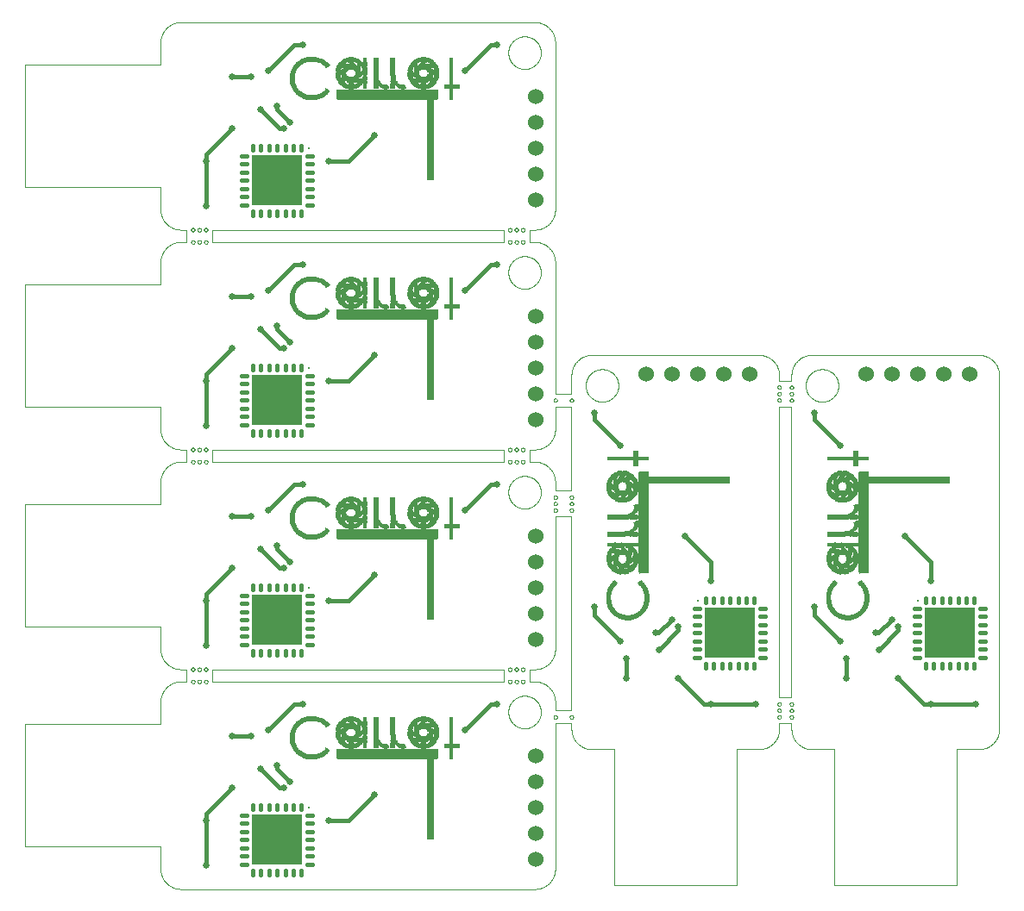
<source format=gbl>
G04 EAGLE Gerber X2 export*
%TF.Part,Single*%
%TF.FileFunction,Other,Bottom layer*%
%TF.FilePolarity,Positive*%
%TF.GenerationSoftware,Autodesk,EAGLE,9.4.0*%
%TF.CreationDate,2019-06-23T03:17:36Z*%
G75*
%MOMM*%
%FSLAX34Y34*%
%LPD*%
%INBottom layer*%
%AMOC8*
5,1,8,0,0,1.08239X$1,22.5*%
G01*
%ADD10C,0.050000*%
%ADD11C,0.000000*%
%ADD12C,0.025400*%
%ADD13C,1.524000*%
%ADD14R,0.400000X0.020000*%
%ADD15R,0.760000X0.020000*%
%ADD16R,0.200000X0.020000*%
%ADD17R,0.240000X0.020000*%
%ADD18R,1.000000X0.020000*%
%ADD19R,0.540000X0.020000*%
%ADD20R,0.580000X0.020000*%
%ADD21R,1.180000X0.020000*%
%ADD22R,0.740000X0.020000*%
%ADD23R,0.780000X0.020000*%
%ADD24R,1.320000X0.020000*%
%ADD25R,0.880000X0.020000*%
%ADD26R,0.940000X0.020000*%
%ADD27R,1.480000X0.020000*%
%ADD28R,0.980000X0.020000*%
%ADD29R,0.380000X0.020000*%
%ADD30R,1.060000X0.020000*%
%ADD31R,0.360000X0.020000*%
%ADD32R,1.600000X0.020000*%
%ADD33R,1.100000X0.020000*%
%ADD34R,0.420000X0.020000*%
%ADD35R,0.440000X0.020000*%
%ADD36R,1.160000X0.020000*%
%ADD37R,1.700000X0.020000*%
%ADD38R,1.200000X0.020000*%
%ADD39R,1.260000X0.020000*%
%ADD40R,1.800000X0.020000*%
%ADD41R,1.300000X0.020000*%
%ADD42R,1.340000X0.020000*%
%ADD43R,1.900000X0.020000*%
%ADD44R,1.360000X0.020000*%
%ADD45R,1.440000X0.020000*%
%ADD46R,1.980000X0.020000*%
%ADD47R,1.520000X0.020000*%
%ADD48R,2.080000X0.020000*%
%ADD49R,1.500000X0.020000*%
%ADD50R,1.580000X0.020000*%
%ADD51R,2.160000X0.020000*%
%ADD52R,1.640000X0.020000*%
%ADD53R,2.240000X0.020000*%
%ADD54R,1.620000X0.020000*%
%ADD55R,2.300000X0.020000*%
%ADD56R,1.760000X0.020000*%
%ADD57R,2.380000X0.020000*%
%ADD58R,1.740000X0.020000*%
%ADD59R,2.420000X0.020000*%
%ADD60R,1.780000X0.020000*%
%ADD61R,1.860000X0.020000*%
%ADD62R,2.500000X0.020000*%
%ADD63R,1.920000X0.020000*%
%ADD64R,2.540000X0.020000*%
%ADD65R,1.960000X0.020000*%
%ADD66R,2.620000X0.020000*%
%ADD67R,1.940000X0.020000*%
%ADD68R,2.000000X0.020000*%
%ADD69R,2.660000X0.020000*%
%ADD70R,2.040000X0.020000*%
%ADD71R,1.120000X0.020000*%
%ADD72R,0.900000X0.020000*%
%ADD73R,1.040000X0.020000*%
%ADD74R,0.700000X0.020000*%
%ADD75R,0.820000X0.020000*%
%ADD76R,0.960000X0.020000*%
%ADD77R,0.920000X0.020000*%
%ADD78R,1.220000X0.020000*%
%ADD79R,0.660000X0.020000*%
%ADD80R,1.240000X0.020000*%
%ADD81R,0.620000X0.020000*%
%ADD82R,0.720000X0.020000*%
%ADD83R,0.860000X0.020000*%
%ADD84R,0.680000X0.020000*%
%ADD85R,0.840000X0.020000*%
%ADD86R,0.640000X0.020000*%
%ADD87R,0.520000X0.020000*%
%ADD88R,0.560000X0.020000*%
%ADD89R,0.800000X0.020000*%
%ADD90R,0.500000X0.020000*%
%ADD91R,0.480000X0.020000*%
%ADD92R,0.600000X0.020000*%
%ADD93R,0.460000X0.020000*%
%ADD94R,1.680000X0.020000*%
%ADD95R,1.720000X0.020000*%
%ADD96R,1.820000X0.020000*%
%ADD97R,1.840000X0.020000*%
%ADD98R,1.880000X0.020000*%
%ADD99R,0.320000X0.020000*%
%ADD100R,2.320000X0.020000*%
%ADD101R,2.800000X0.020000*%
%ADD102R,2.340000X0.020000*%
%ADD103R,2.820000X0.020000*%
%ADD104R,0.260000X0.020000*%
%ADD105R,2.360000X0.020000*%
%ADD106R,0.220000X0.020000*%
%ADD107R,0.180000X0.020000*%
%ADD108R,0.120000X0.020000*%
%ADD109R,0.080000X0.020000*%
%ADD110R,0.040000X0.020000*%
%ADD111R,1.140000X0.020000*%
%ADD112R,1.080000X0.020000*%
%ADD113R,1.660000X0.020000*%
%ADD114R,2.400000X0.020000*%
%ADD115R,2.980000X0.020000*%
%ADD116R,2.960000X0.020000*%
%ADD117R,2.840000X0.020000*%
%ADD118R,2.940000X0.020000*%
%ADD119R,2.780000X0.020000*%
%ADD120R,2.100000X0.020000*%
%ADD121R,2.060000X0.020000*%
%ADD122R,2.020000X0.020000*%
%ADD123R,0.060000X0.020000*%
%ADD124R,0.140000X0.020000*%
%ADD125R,1.540000X0.020000*%
%ADD126R,1.460000X0.020000*%
%ADD127R,1.420000X0.020000*%
%ADD128R,9.740000X0.020000*%
%ADD129R,9.840000X0.020000*%
%ADD130R,9.900000X0.020000*%
%ADD131R,9.940000X0.020000*%
%ADD132R,9.960000X0.020000*%
%ADD133R,9.980000X0.020000*%
%ADD134R,10.020000X0.020000*%
%ADD135R,2.580000X0.020000*%
%ADD136R,2.520000X0.020000*%
%ADD137R,2.460000X0.020000*%
%ADD138R,2.260000X0.020000*%
%ADD139R,2.200000X0.020000*%
%ADD140R,2.120000X0.020000*%
%ADD141R,9.820000X0.020000*%
%ADD142R,1.020000X0.020000*%
%ADD143C,0.450000*%
%ADD144R,5.000000X5.000000*%
%ADD145R,0.225000X0.225000*%
%ADD146R,0.020000X0.400000*%
%ADD147R,0.020000X0.760000*%
%ADD148R,0.020000X0.200000*%
%ADD149R,0.020000X0.240000*%
%ADD150R,0.020000X1.000000*%
%ADD151R,0.020000X0.540000*%
%ADD152R,0.020000X0.580000*%
%ADD153R,0.020000X1.180000*%
%ADD154R,0.020000X0.740000*%
%ADD155R,0.020000X0.780000*%
%ADD156R,0.020000X1.320000*%
%ADD157R,0.020000X0.880000*%
%ADD158R,0.020000X0.940000*%
%ADD159R,0.020000X1.480000*%
%ADD160R,0.020000X0.980000*%
%ADD161R,0.020000X0.380000*%
%ADD162R,0.020000X1.060000*%
%ADD163R,0.020000X0.360000*%
%ADD164R,0.020000X1.600000*%
%ADD165R,0.020000X1.100000*%
%ADD166R,0.020000X0.420000*%
%ADD167R,0.020000X0.440000*%
%ADD168R,0.020000X1.160000*%
%ADD169R,0.020000X1.700000*%
%ADD170R,0.020000X1.200000*%
%ADD171R,0.020000X1.260000*%
%ADD172R,0.020000X1.800000*%
%ADD173R,0.020000X1.300000*%
%ADD174R,0.020000X1.340000*%
%ADD175R,0.020000X1.900000*%
%ADD176R,0.020000X1.360000*%
%ADD177R,0.020000X1.440000*%
%ADD178R,0.020000X1.980000*%
%ADD179R,0.020000X1.520000*%
%ADD180R,0.020000X2.080000*%
%ADD181R,0.020000X1.500000*%
%ADD182R,0.020000X1.580000*%
%ADD183R,0.020000X2.160000*%
%ADD184R,0.020000X1.640000*%
%ADD185R,0.020000X2.240000*%
%ADD186R,0.020000X1.620000*%
%ADD187R,0.020000X2.300000*%
%ADD188R,0.020000X1.760000*%
%ADD189R,0.020000X2.380000*%
%ADD190R,0.020000X1.740000*%
%ADD191R,0.020000X2.420000*%
%ADD192R,0.020000X1.780000*%
%ADD193R,0.020000X1.860000*%
%ADD194R,0.020000X2.500000*%
%ADD195R,0.020000X1.920000*%
%ADD196R,0.020000X2.540000*%
%ADD197R,0.020000X1.960000*%
%ADD198R,0.020000X2.620000*%
%ADD199R,0.020000X1.940000*%
%ADD200R,0.020000X2.000000*%
%ADD201R,0.020000X2.660000*%
%ADD202R,0.020000X2.040000*%
%ADD203R,0.020000X1.120000*%
%ADD204R,0.020000X0.900000*%
%ADD205R,0.020000X1.040000*%
%ADD206R,0.020000X0.700000*%
%ADD207R,0.020000X0.820000*%
%ADD208R,0.020000X0.960000*%
%ADD209R,0.020000X0.920000*%
%ADD210R,0.020000X1.220000*%
%ADD211R,0.020000X0.660000*%
%ADD212R,0.020000X1.240000*%
%ADD213R,0.020000X0.620000*%
%ADD214R,0.020000X0.720000*%
%ADD215R,0.020000X0.860000*%
%ADD216R,0.020000X0.680000*%
%ADD217R,0.020000X0.840000*%
%ADD218R,0.020000X0.640000*%
%ADD219R,0.020000X0.520000*%
%ADD220R,0.020000X0.560000*%
%ADD221R,0.020000X0.800000*%
%ADD222R,0.020000X0.500000*%
%ADD223R,0.020000X0.480000*%
%ADD224R,0.020000X0.600000*%
%ADD225R,0.020000X0.460000*%
%ADD226R,0.020000X1.680000*%
%ADD227R,0.020000X1.720000*%
%ADD228R,0.020000X1.820000*%
%ADD229R,0.020000X1.840000*%
%ADD230R,0.020000X1.880000*%
%ADD231R,0.020000X0.320000*%
%ADD232R,0.020000X2.320000*%
%ADD233R,0.020000X2.800000*%
%ADD234R,0.020000X2.340000*%
%ADD235R,0.020000X2.820000*%
%ADD236R,0.020000X0.260000*%
%ADD237R,0.020000X2.360000*%
%ADD238R,0.020000X0.220000*%
%ADD239R,0.020000X0.180000*%
%ADD240R,0.020000X0.120000*%
%ADD241R,0.020000X0.080000*%
%ADD242R,0.020000X0.040000*%
%ADD243R,0.020000X1.140000*%
%ADD244R,0.020000X1.080000*%
%ADD245R,0.020000X1.660000*%
%ADD246R,0.020000X2.400000*%
%ADD247R,0.020000X2.980000*%
%ADD248R,0.020000X2.960000*%
%ADD249R,0.020000X2.840000*%
%ADD250R,0.020000X2.940000*%
%ADD251R,0.020000X2.780000*%
%ADD252R,0.020000X2.100000*%
%ADD253R,0.020000X2.060000*%
%ADD254R,0.020000X2.020000*%
%ADD255R,0.020000X0.060000*%
%ADD256R,0.020000X0.140000*%
%ADD257R,0.020000X1.540000*%
%ADD258R,0.020000X1.460000*%
%ADD259R,0.020000X1.420000*%
%ADD260R,0.020000X9.740000*%
%ADD261R,0.020000X9.840000*%
%ADD262R,0.020000X9.900000*%
%ADD263R,0.020000X9.940000*%
%ADD264R,0.020000X9.960000*%
%ADD265R,0.020000X9.980000*%
%ADD266R,0.020000X10.020000*%
%ADD267R,0.020000X2.580000*%
%ADD268R,0.020000X2.520000*%
%ADD269R,0.020000X2.460000*%
%ADD270R,0.020000X2.260000*%
%ADD271R,0.020000X2.200000*%
%ADD272R,0.020000X2.120000*%
%ADD273R,0.020000X9.820000*%
%ADD274R,0.020000X1.020000*%
%ADD275C,0.654800*%
%ADD276C,0.406400*%


D10*
X153350Y212600D02*
X152866Y212594D01*
X152384Y212577D01*
X151901Y212548D01*
X151420Y212507D01*
X150939Y212455D01*
X150460Y212391D01*
X149983Y212315D01*
X149508Y212228D01*
X149035Y212130D01*
X148564Y212020D01*
X148096Y211899D01*
X147632Y211766D01*
X147170Y211623D01*
X146713Y211468D01*
X146259Y211302D01*
X145809Y211126D01*
X145364Y210938D01*
X144923Y210740D01*
X144487Y210531D01*
X144056Y210312D01*
X143631Y210082D01*
X143212Y209842D01*
X142798Y209592D01*
X142391Y209333D01*
X141990Y209063D01*
X141595Y208784D01*
X141208Y208495D01*
X140827Y208197D01*
X140454Y207890D01*
X140089Y207574D01*
X139731Y207250D01*
X139381Y206916D01*
X139039Y206575D01*
X138706Y206225D01*
X138381Y205867D01*
X138065Y205502D01*
X137758Y205129D01*
X137459Y204748D01*
X137171Y204361D01*
X136891Y203967D01*
X136621Y203566D01*
X136361Y203159D01*
X136111Y202745D01*
X135871Y202326D01*
X135642Y201901D01*
X135422Y201470D01*
X135213Y201035D01*
X135015Y200594D01*
X134827Y200149D01*
X134650Y199699D01*
X134484Y199245D01*
X134329Y198787D01*
X134185Y198326D01*
X134053Y197862D01*
X133931Y197394D01*
X133821Y196923D01*
X133722Y196450D01*
X133635Y195975D01*
X133559Y195498D01*
X133495Y195019D01*
X133443Y194538D01*
X133402Y194057D01*
X133373Y193575D01*
X133355Y193092D01*
X133349Y192609D01*
X500700Y212600D02*
X501191Y212594D01*
X501682Y212576D01*
X502172Y212547D01*
X502661Y212505D01*
X503149Y212451D01*
X503636Y212385D01*
X504121Y212307D01*
X504604Y212218D01*
X505084Y212116D01*
X505562Y212003D01*
X506037Y211878D01*
X506509Y211741D01*
X506977Y211593D01*
X507441Y211434D01*
X507902Y211263D01*
X508358Y211081D01*
X508809Y210888D01*
X509256Y210683D01*
X509697Y210468D01*
X510133Y210242D01*
X510564Y210006D01*
X510988Y209759D01*
X511406Y209501D01*
X511818Y209234D01*
X512223Y208956D01*
X512621Y208669D01*
X513012Y208372D01*
X513396Y208065D01*
X513772Y207749D01*
X514140Y207424D01*
X514500Y207090D01*
X514852Y206747D01*
X515195Y206396D01*
X515529Y206036D01*
X515855Y205669D01*
X516171Y205293D01*
X516478Y204910D01*
X516776Y204519D01*
X517064Y204121D01*
X517342Y203717D01*
X517610Y203305D01*
X517868Y202887D01*
X518115Y202463D01*
X518352Y202033D01*
X518579Y201597D01*
X518794Y201156D01*
X518999Y200710D01*
X519193Y200258D01*
X519376Y199803D01*
X519547Y199342D01*
X519707Y198878D01*
X519856Y198410D01*
X519993Y197939D01*
X520118Y197464D01*
X520232Y196986D01*
X520334Y196506D01*
X520424Y196023D01*
X520502Y195538D01*
X520569Y195052D01*
X520623Y194564D01*
X520666Y194074D01*
X520696Y193584D01*
X520715Y193093D01*
X520721Y192602D01*
X520721Y28779D02*
X520716Y28295D01*
X520699Y27812D01*
X520670Y27329D01*
X520630Y26846D01*
X520578Y26365D01*
X520514Y25886D01*
X520439Y25408D01*
X520353Y24932D01*
X520255Y24458D01*
X520145Y23986D01*
X520024Y23518D01*
X519892Y23052D01*
X519749Y22590D01*
X519594Y22132D01*
X519429Y21677D01*
X519252Y21227D01*
X519065Y20780D01*
X518867Y20339D01*
X518658Y19902D01*
X518439Y19471D01*
X518210Y19045D01*
X517970Y18625D01*
X517720Y18210D01*
X517460Y17802D01*
X517191Y17400D01*
X516912Y17005D01*
X516623Y16617D01*
X516325Y16235D01*
X516018Y15861D01*
X515702Y15495D01*
X515377Y15136D01*
X515044Y14786D01*
X514702Y14443D01*
X514352Y14109D01*
X513994Y13783D01*
X513629Y13466D01*
X513256Y13158D01*
X512875Y12859D01*
X512487Y12570D01*
X512093Y12290D01*
X511692Y12019D01*
X511284Y11758D01*
X510870Y11507D01*
X510451Y11267D01*
X510025Y11036D01*
X509594Y10816D01*
X509158Y10606D01*
X508717Y10407D01*
X508272Y10219D01*
X507822Y10041D01*
X507367Y9874D01*
X506909Y9719D01*
X506447Y9574D01*
X505982Y9441D01*
X505514Y9319D01*
X505043Y9208D01*
X504569Y9109D01*
X504094Y9021D01*
X503616Y8945D01*
X503136Y8880D01*
X502655Y8827D01*
X502173Y8785D01*
X501690Y8756D01*
X501207Y8737D01*
X500723Y8731D01*
X153374Y8731D02*
X152883Y8737D01*
X152392Y8755D01*
X151902Y8785D01*
X151413Y8827D01*
X150925Y8881D01*
X150439Y8947D01*
X149954Y9025D01*
X149472Y9115D01*
X148991Y9216D01*
X148514Y9330D01*
X148039Y9455D01*
X147568Y9591D01*
X147100Y9740D01*
X146636Y9899D01*
X146175Y10070D01*
X145720Y10252D01*
X145269Y10446D01*
X144822Y10650D01*
X144381Y10865D01*
X143945Y11091D01*
X143515Y11328D01*
X143091Y11575D01*
X142673Y11833D01*
X142262Y12100D01*
X141857Y12378D01*
X141459Y12665D01*
X141068Y12962D01*
X140685Y13269D01*
X140309Y13585D01*
X139942Y13910D01*
X139582Y14244D01*
X139231Y14587D01*
X138888Y14938D01*
X138554Y15298D01*
X138228Y15666D01*
X137912Y16041D01*
X137606Y16424D01*
X137308Y16815D01*
X137021Y17213D01*
X136743Y17617D01*
X136475Y18029D01*
X136218Y18447D01*
X135971Y18871D01*
X135734Y19301D01*
X135508Y19736D01*
X135292Y20178D01*
X135088Y20624D01*
X134894Y21075D01*
X134712Y21531D01*
X134541Y21991D01*
X134381Y22455D01*
X134233Y22923D01*
X134096Y23394D01*
X133971Y23869D01*
X133858Y24346D01*
X133756Y24827D01*
X133666Y25309D01*
X133588Y25794D01*
X133522Y26280D01*
X133468Y26768D01*
X133425Y27257D01*
X133395Y27747D01*
X133377Y28238D01*
X133371Y28728D01*
X0Y50371D02*
X0Y171021D01*
X133371Y28728D02*
X133377Y28238D01*
X133395Y27747D01*
X133425Y27257D01*
X133468Y26768D01*
X133522Y26280D01*
X133588Y25794D01*
X133666Y25309D01*
X133756Y24827D01*
X133858Y24346D01*
X133971Y23869D01*
X134096Y23394D01*
X134233Y22923D01*
X134381Y22455D01*
X134541Y21991D01*
X134712Y21531D01*
X134894Y21075D01*
X135088Y20624D01*
X135292Y20178D01*
X135508Y19736D01*
X135734Y19301D01*
X135971Y18871D01*
X136218Y18447D01*
X136475Y18029D01*
X136743Y17617D01*
X137021Y17213D01*
X137308Y16815D01*
X137606Y16424D01*
X137912Y16041D01*
X138228Y15666D01*
X138554Y15298D01*
X138888Y14938D01*
X139231Y14587D01*
X139582Y14244D01*
X139942Y13910D01*
X140309Y13585D01*
X140685Y13269D01*
X141068Y12962D01*
X141459Y12665D01*
X141857Y12378D01*
X142262Y12100D01*
X142673Y11833D01*
X143091Y11575D01*
X143515Y11328D01*
X143945Y11091D01*
X144381Y10865D01*
X144822Y10650D01*
X145269Y10446D01*
X145720Y10252D01*
X146175Y10070D01*
X146636Y9899D01*
X147100Y9740D01*
X147568Y9591D01*
X148039Y9455D01*
X148514Y9330D01*
X148991Y9216D01*
X149472Y9115D01*
X149954Y9025D01*
X150439Y8947D01*
X150925Y8881D01*
X151413Y8827D01*
X151902Y8785D01*
X152392Y8755D01*
X152883Y8737D01*
X153374Y8731D01*
X500723Y8731D02*
X501207Y8737D01*
X501690Y8756D01*
X502173Y8785D01*
X502655Y8827D01*
X503136Y8880D01*
X503616Y8945D01*
X504094Y9021D01*
X504569Y9109D01*
X505043Y9208D01*
X505514Y9319D01*
X505982Y9441D01*
X506447Y9574D01*
X506909Y9719D01*
X507367Y9874D01*
X507822Y10041D01*
X508272Y10219D01*
X508717Y10407D01*
X509158Y10606D01*
X509594Y10816D01*
X510025Y11036D01*
X510451Y11267D01*
X510870Y11507D01*
X511284Y11758D01*
X511692Y12019D01*
X512093Y12290D01*
X512487Y12570D01*
X512875Y12859D01*
X513256Y13158D01*
X513629Y13466D01*
X513994Y13783D01*
X514352Y14109D01*
X514702Y14443D01*
X515044Y14786D01*
X515377Y15136D01*
X515702Y15495D01*
X516018Y15861D01*
X516325Y16235D01*
X516623Y16617D01*
X516912Y17005D01*
X517191Y17400D01*
X517460Y17802D01*
X517720Y18210D01*
X517970Y18625D01*
X518210Y19045D01*
X518439Y19471D01*
X518658Y19902D01*
X518867Y20339D01*
X519065Y20780D01*
X519252Y21227D01*
X519429Y21677D01*
X519594Y22132D01*
X519749Y22590D01*
X519892Y23052D01*
X520024Y23518D01*
X520145Y23986D01*
X520255Y24458D01*
X520353Y24932D01*
X520439Y25408D01*
X520514Y25886D01*
X520578Y26365D01*
X520630Y26846D01*
X520670Y27329D01*
X520699Y27812D01*
X520716Y28295D01*
X520721Y28779D01*
X520721Y192602D02*
X520715Y193093D01*
X520696Y193584D01*
X520666Y194074D01*
X520623Y194564D01*
X520569Y195052D01*
X520502Y195538D01*
X520424Y196023D01*
X520334Y196506D01*
X520232Y196986D01*
X520118Y197464D01*
X519993Y197939D01*
X519856Y198410D01*
X519707Y198878D01*
X519547Y199342D01*
X519376Y199803D01*
X519193Y200258D01*
X518999Y200710D01*
X518794Y201156D01*
X518579Y201597D01*
X518352Y202033D01*
X518115Y202463D01*
X517868Y202887D01*
X517610Y203305D01*
X517342Y203717D01*
X517064Y204121D01*
X516776Y204519D01*
X516478Y204910D01*
X516171Y205293D01*
X515855Y205669D01*
X515529Y206036D01*
X515195Y206396D01*
X514852Y206747D01*
X514500Y207090D01*
X514140Y207424D01*
X513772Y207749D01*
X513396Y208065D01*
X513012Y208372D01*
X512621Y208669D01*
X512223Y208956D01*
X511818Y209234D01*
X511406Y209501D01*
X510988Y209759D01*
X510564Y210006D01*
X510133Y210242D01*
X509697Y210468D01*
X509256Y210683D01*
X508809Y210888D01*
X508358Y211081D01*
X507902Y211263D01*
X507441Y211434D01*
X506977Y211593D01*
X506509Y211741D01*
X506037Y211878D01*
X505562Y212003D01*
X505084Y212116D01*
X504604Y212218D01*
X504121Y212307D01*
X503636Y212385D01*
X503149Y212451D01*
X502661Y212505D01*
X502172Y212547D01*
X501682Y212576D01*
X501191Y212594D01*
X500700Y212600D01*
X495300Y212600D01*
X469900Y212600D02*
X184150Y212600D01*
X158750Y212600D02*
X153350Y212600D01*
X133368Y50371D02*
X0Y50371D01*
X133368Y50371D02*
X133371Y28729D01*
X133371Y28728D02*
X133377Y28238D01*
X133395Y27747D01*
X133425Y27257D01*
X133468Y26768D01*
X133522Y26280D01*
X133588Y25794D01*
X133666Y25309D01*
X133756Y24827D01*
X133858Y24346D01*
X133971Y23869D01*
X134096Y23394D01*
X134233Y22923D01*
X134381Y22455D01*
X134541Y21991D01*
X134712Y21531D01*
X134894Y21075D01*
X135088Y20624D01*
X135292Y20178D01*
X135508Y19736D01*
X135734Y19301D01*
X135971Y18871D01*
X136218Y18447D01*
X136475Y18029D01*
X136743Y17617D01*
X137021Y17213D01*
X137308Y16815D01*
X137606Y16424D01*
X137912Y16041D01*
X138228Y15666D01*
X138554Y15298D01*
X138888Y14938D01*
X139231Y14587D01*
X139582Y14244D01*
X139942Y13910D01*
X140309Y13585D01*
X140685Y13269D01*
X141068Y12962D01*
X141459Y12665D01*
X141857Y12378D01*
X142262Y12100D01*
X142673Y11833D01*
X143091Y11575D01*
X143515Y11328D01*
X143945Y11091D01*
X144381Y10865D01*
X144822Y10650D01*
X145269Y10446D01*
X145720Y10252D01*
X146175Y10070D01*
X146636Y9899D01*
X147100Y9740D01*
X147568Y9591D01*
X148039Y9455D01*
X148514Y9330D01*
X148991Y9216D01*
X149472Y9115D01*
X149954Y9025D01*
X150439Y8947D01*
X150925Y8881D01*
X151413Y8827D01*
X151902Y8785D01*
X152392Y8755D01*
X152883Y8737D01*
X153374Y8731D01*
X153373Y8731D02*
X500723Y8731D01*
X501207Y8737D01*
X501690Y8756D01*
X502173Y8785D01*
X502655Y8827D01*
X503136Y8880D01*
X503616Y8945D01*
X504094Y9021D01*
X504569Y9109D01*
X505043Y9208D01*
X505514Y9319D01*
X505982Y9441D01*
X506447Y9574D01*
X506909Y9719D01*
X507367Y9874D01*
X507822Y10041D01*
X508272Y10219D01*
X508717Y10407D01*
X509158Y10606D01*
X509594Y10816D01*
X510025Y11036D01*
X510451Y11267D01*
X510870Y11507D01*
X511284Y11758D01*
X511692Y12019D01*
X512093Y12290D01*
X512487Y12570D01*
X512875Y12859D01*
X513256Y13158D01*
X513629Y13466D01*
X513994Y13783D01*
X514352Y14109D01*
X514702Y14443D01*
X515044Y14786D01*
X515377Y15136D01*
X515702Y15495D01*
X516018Y15861D01*
X516325Y16235D01*
X516623Y16617D01*
X516912Y17005D01*
X517191Y17400D01*
X517460Y17802D01*
X517720Y18210D01*
X517970Y18625D01*
X518210Y19045D01*
X518439Y19471D01*
X518658Y19902D01*
X518867Y20339D01*
X519065Y20780D01*
X519252Y21227D01*
X519429Y21677D01*
X519594Y22132D01*
X519749Y22590D01*
X519892Y23052D01*
X520024Y23518D01*
X520145Y23986D01*
X520255Y24458D01*
X520353Y24932D01*
X520439Y25408D01*
X520514Y25886D01*
X520578Y26365D01*
X520630Y26846D01*
X520670Y27329D01*
X520699Y27812D01*
X520716Y28295D01*
X520721Y28779D01*
X520721Y171450D01*
X520721Y184150D02*
X520721Y192603D01*
X520721Y192602D02*
X520715Y193093D01*
X520696Y193584D01*
X520666Y194074D01*
X520623Y194564D01*
X520569Y195052D01*
X520502Y195538D01*
X520424Y196023D01*
X520334Y196506D01*
X520232Y196986D01*
X520118Y197464D01*
X519993Y197939D01*
X519856Y198410D01*
X519707Y198878D01*
X519547Y199342D01*
X519376Y199803D01*
X519193Y200258D01*
X518999Y200710D01*
X518794Y201156D01*
X518579Y201597D01*
X518352Y202033D01*
X518115Y202463D01*
X517868Y202887D01*
X517610Y203305D01*
X517342Y203717D01*
X517064Y204121D01*
X516776Y204519D01*
X516478Y204910D01*
X516171Y205293D01*
X515855Y205669D01*
X515529Y206036D01*
X515195Y206396D01*
X514852Y206747D01*
X514500Y207090D01*
X514140Y207424D01*
X513772Y207749D01*
X513396Y208065D01*
X513012Y208372D01*
X512621Y208669D01*
X512223Y208956D01*
X511818Y209234D01*
X511406Y209501D01*
X510988Y209759D01*
X510564Y210006D01*
X510133Y210242D01*
X509697Y210468D01*
X509256Y210683D01*
X508809Y210888D01*
X508358Y211081D01*
X507902Y211263D01*
X507441Y211434D01*
X506977Y211593D01*
X506509Y211741D01*
X506037Y211878D01*
X505562Y212003D01*
X505084Y212116D01*
X504604Y212218D01*
X504121Y212307D01*
X503636Y212385D01*
X503149Y212451D01*
X502661Y212505D01*
X502172Y212547D01*
X501682Y212576D01*
X501191Y212594D01*
X500700Y212600D01*
X153350Y212600D02*
X152866Y212594D01*
X152384Y212577D01*
X151901Y212548D01*
X151420Y212507D01*
X150939Y212455D01*
X150460Y212391D01*
X149983Y212315D01*
X149508Y212228D01*
X149035Y212130D01*
X148564Y212020D01*
X148096Y211899D01*
X147632Y211766D01*
X147170Y211623D01*
X146713Y211468D01*
X146259Y211302D01*
X145809Y211126D01*
X145364Y210938D01*
X144923Y210740D01*
X144487Y210531D01*
X144056Y210312D01*
X143631Y210082D01*
X143212Y209842D01*
X142798Y209592D01*
X142391Y209333D01*
X141990Y209063D01*
X141595Y208784D01*
X141208Y208495D01*
X140827Y208197D01*
X140454Y207890D01*
X140089Y207574D01*
X139731Y207250D01*
X139381Y206916D01*
X139039Y206575D01*
X138706Y206225D01*
X138381Y205867D01*
X138065Y205502D01*
X137758Y205129D01*
X137459Y204748D01*
X137171Y204361D01*
X136891Y203967D01*
X136621Y203566D01*
X136361Y203159D01*
X136111Y202745D01*
X135871Y202326D01*
X135642Y201901D01*
X135422Y201470D01*
X135213Y201035D01*
X135015Y200594D01*
X134827Y200149D01*
X134650Y199699D01*
X134484Y199245D01*
X134329Y198787D01*
X134185Y198326D01*
X134053Y197862D01*
X133931Y197394D01*
X133821Y196923D01*
X133722Y196450D01*
X133635Y195975D01*
X133559Y195498D01*
X133495Y195019D01*
X133443Y194538D01*
X133402Y194057D01*
X133373Y193575D01*
X133355Y193092D01*
X133349Y192609D01*
X133350Y192609D02*
X133349Y171021D01*
X0Y171021D01*
X474701Y182600D02*
X474706Y182993D01*
X474720Y183385D01*
X474744Y183777D01*
X474778Y184168D01*
X474821Y184559D01*
X474874Y184948D01*
X474937Y185335D01*
X475008Y185721D01*
X475090Y186106D01*
X475180Y186488D01*
X475281Y186867D01*
X475390Y187245D01*
X475509Y187619D01*
X475636Y187990D01*
X475773Y188358D01*
X475919Y188723D01*
X476074Y189084D01*
X476237Y189441D01*
X476409Y189794D01*
X476590Y190142D01*
X476780Y190486D01*
X476977Y190826D01*
X477183Y191160D01*
X477397Y191489D01*
X477620Y191813D01*
X477850Y192131D01*
X478087Y192444D01*
X478333Y192750D01*
X478586Y193051D01*
X478846Y193345D01*
X479113Y193633D01*
X479387Y193914D01*
X479668Y194188D01*
X479956Y194455D01*
X480250Y194715D01*
X480551Y194968D01*
X480857Y195214D01*
X481170Y195451D01*
X481488Y195681D01*
X481812Y195904D01*
X482141Y196118D01*
X482475Y196324D01*
X482815Y196521D01*
X483159Y196711D01*
X483507Y196892D01*
X483860Y197064D01*
X484217Y197227D01*
X484578Y197382D01*
X484943Y197528D01*
X485311Y197665D01*
X485682Y197792D01*
X486056Y197911D01*
X486434Y198020D01*
X486813Y198121D01*
X487195Y198211D01*
X487580Y198293D01*
X487966Y198364D01*
X488353Y198427D01*
X488742Y198480D01*
X489133Y198523D01*
X489524Y198557D01*
X489916Y198581D01*
X490308Y198595D01*
X490701Y198600D01*
X491094Y198595D01*
X491486Y198581D01*
X491878Y198557D01*
X492269Y198523D01*
X492660Y198480D01*
X493049Y198427D01*
X493436Y198364D01*
X493822Y198293D01*
X494207Y198211D01*
X494589Y198121D01*
X494968Y198020D01*
X495346Y197911D01*
X495720Y197792D01*
X496091Y197665D01*
X496459Y197528D01*
X496824Y197382D01*
X497185Y197227D01*
X497542Y197064D01*
X497895Y196892D01*
X498243Y196711D01*
X498587Y196521D01*
X498927Y196324D01*
X499261Y196118D01*
X499590Y195904D01*
X499914Y195681D01*
X500232Y195451D01*
X500545Y195214D01*
X500851Y194968D01*
X501152Y194715D01*
X501446Y194455D01*
X501734Y194188D01*
X502015Y193914D01*
X502289Y193633D01*
X502556Y193345D01*
X502816Y193051D01*
X503069Y192750D01*
X503315Y192444D01*
X503552Y192131D01*
X503782Y191813D01*
X504005Y191489D01*
X504219Y191160D01*
X504425Y190826D01*
X504622Y190486D01*
X504812Y190142D01*
X504993Y189794D01*
X505165Y189441D01*
X505328Y189084D01*
X505483Y188723D01*
X505629Y188358D01*
X505766Y187990D01*
X505893Y187619D01*
X506012Y187245D01*
X506121Y186867D01*
X506222Y186488D01*
X506312Y186106D01*
X506394Y185721D01*
X506465Y185335D01*
X506528Y184948D01*
X506581Y184559D01*
X506624Y184168D01*
X506658Y183777D01*
X506682Y183385D01*
X506696Y182993D01*
X506701Y182600D01*
X506696Y182207D01*
X506682Y181815D01*
X506658Y181423D01*
X506624Y181032D01*
X506581Y180641D01*
X506528Y180252D01*
X506465Y179865D01*
X506394Y179479D01*
X506312Y179094D01*
X506222Y178712D01*
X506121Y178333D01*
X506012Y177955D01*
X505893Y177581D01*
X505766Y177210D01*
X505629Y176842D01*
X505483Y176477D01*
X505328Y176116D01*
X505165Y175759D01*
X504993Y175406D01*
X504812Y175058D01*
X504622Y174714D01*
X504425Y174374D01*
X504219Y174040D01*
X504005Y173711D01*
X503782Y173387D01*
X503552Y173069D01*
X503315Y172756D01*
X503069Y172450D01*
X502816Y172149D01*
X502556Y171855D01*
X502289Y171567D01*
X502015Y171286D01*
X501734Y171012D01*
X501446Y170745D01*
X501152Y170485D01*
X500851Y170232D01*
X500545Y169986D01*
X500232Y169749D01*
X499914Y169519D01*
X499590Y169296D01*
X499261Y169082D01*
X498927Y168876D01*
X498587Y168679D01*
X498243Y168489D01*
X497895Y168308D01*
X497542Y168136D01*
X497185Y167973D01*
X496824Y167818D01*
X496459Y167672D01*
X496091Y167535D01*
X495720Y167408D01*
X495346Y167289D01*
X494968Y167180D01*
X494589Y167079D01*
X494207Y166989D01*
X493822Y166907D01*
X493436Y166836D01*
X493049Y166773D01*
X492660Y166720D01*
X492269Y166677D01*
X491878Y166643D01*
X491486Y166619D01*
X491094Y166605D01*
X490701Y166600D01*
X490308Y166605D01*
X489916Y166619D01*
X489524Y166643D01*
X489133Y166677D01*
X488742Y166720D01*
X488353Y166773D01*
X487966Y166836D01*
X487580Y166907D01*
X487195Y166989D01*
X486813Y167079D01*
X486434Y167180D01*
X486056Y167289D01*
X485682Y167408D01*
X485311Y167535D01*
X484943Y167672D01*
X484578Y167818D01*
X484217Y167973D01*
X483860Y168136D01*
X483507Y168308D01*
X483159Y168489D01*
X482815Y168679D01*
X482475Y168876D01*
X482141Y169082D01*
X481812Y169296D01*
X481488Y169519D01*
X481170Y169749D01*
X480857Y169986D01*
X480551Y170232D01*
X480250Y170485D01*
X479956Y170745D01*
X479668Y171012D01*
X479387Y171286D01*
X479113Y171567D01*
X478846Y171855D01*
X478586Y172149D01*
X478333Y172450D01*
X478087Y172756D01*
X477850Y173069D01*
X477620Y173387D01*
X477397Y173711D01*
X477183Y174040D01*
X476977Y174374D01*
X476780Y174714D01*
X476590Y175058D01*
X476409Y175406D01*
X476237Y175759D01*
X476074Y176116D01*
X475919Y176477D01*
X475773Y176842D01*
X475636Y177210D01*
X475509Y177581D01*
X475390Y177955D01*
X475281Y178333D01*
X475180Y178712D01*
X475090Y179094D01*
X475008Y179479D01*
X474937Y179865D01*
X474874Y180252D01*
X474821Y180641D01*
X474778Y181032D01*
X474744Y181423D01*
X474720Y181815D01*
X474706Y182207D01*
X474701Y182600D01*
D11*
X163350Y212600D02*
X163352Y212683D01*
X163358Y212766D01*
X163368Y212849D01*
X163382Y212931D01*
X163399Y213013D01*
X163421Y213093D01*
X163446Y213172D01*
X163475Y213250D01*
X163508Y213327D01*
X163545Y213402D01*
X163584Y213475D01*
X163628Y213546D01*
X163674Y213615D01*
X163724Y213682D01*
X163777Y213746D01*
X163833Y213808D01*
X163892Y213867D01*
X163954Y213923D01*
X164018Y213976D01*
X164085Y214026D01*
X164154Y214072D01*
X164225Y214116D01*
X164298Y214155D01*
X164373Y214192D01*
X164450Y214225D01*
X164528Y214254D01*
X164607Y214279D01*
X164687Y214301D01*
X164769Y214318D01*
X164851Y214332D01*
X164934Y214342D01*
X165017Y214348D01*
X165100Y214350D01*
X165183Y214348D01*
X165266Y214342D01*
X165349Y214332D01*
X165431Y214318D01*
X165513Y214301D01*
X165593Y214279D01*
X165672Y214254D01*
X165750Y214225D01*
X165827Y214192D01*
X165902Y214155D01*
X165975Y214116D01*
X166046Y214072D01*
X166115Y214026D01*
X166182Y213976D01*
X166246Y213923D01*
X166308Y213867D01*
X166367Y213808D01*
X166423Y213746D01*
X166476Y213682D01*
X166526Y213615D01*
X166572Y213546D01*
X166616Y213475D01*
X166655Y213402D01*
X166692Y213327D01*
X166725Y213250D01*
X166754Y213172D01*
X166779Y213093D01*
X166801Y213013D01*
X166818Y212931D01*
X166832Y212849D01*
X166842Y212766D01*
X166848Y212683D01*
X166850Y212600D01*
X166848Y212517D01*
X166842Y212434D01*
X166832Y212351D01*
X166818Y212269D01*
X166801Y212187D01*
X166779Y212107D01*
X166754Y212028D01*
X166725Y211950D01*
X166692Y211873D01*
X166655Y211798D01*
X166616Y211725D01*
X166572Y211654D01*
X166526Y211585D01*
X166476Y211518D01*
X166423Y211454D01*
X166367Y211392D01*
X166308Y211333D01*
X166246Y211277D01*
X166182Y211224D01*
X166115Y211174D01*
X166046Y211128D01*
X165975Y211084D01*
X165902Y211045D01*
X165827Y211008D01*
X165750Y210975D01*
X165672Y210946D01*
X165593Y210921D01*
X165513Y210899D01*
X165431Y210882D01*
X165349Y210868D01*
X165266Y210858D01*
X165183Y210852D01*
X165100Y210850D01*
X165017Y210852D01*
X164934Y210858D01*
X164851Y210868D01*
X164769Y210882D01*
X164687Y210899D01*
X164607Y210921D01*
X164528Y210946D01*
X164450Y210975D01*
X164373Y211008D01*
X164298Y211045D01*
X164225Y211084D01*
X164154Y211128D01*
X164085Y211174D01*
X164018Y211224D01*
X163954Y211277D01*
X163892Y211333D01*
X163833Y211392D01*
X163777Y211454D01*
X163724Y211518D01*
X163674Y211585D01*
X163628Y211654D01*
X163584Y211725D01*
X163545Y211798D01*
X163508Y211873D01*
X163475Y211950D01*
X163446Y212028D01*
X163421Y212107D01*
X163399Y212187D01*
X163382Y212269D01*
X163368Y212351D01*
X163358Y212434D01*
X163352Y212517D01*
X163350Y212600D01*
X169700Y212600D02*
X169702Y212683D01*
X169708Y212766D01*
X169718Y212849D01*
X169732Y212931D01*
X169749Y213013D01*
X169771Y213093D01*
X169796Y213172D01*
X169825Y213250D01*
X169858Y213327D01*
X169895Y213402D01*
X169934Y213475D01*
X169978Y213546D01*
X170024Y213615D01*
X170074Y213682D01*
X170127Y213746D01*
X170183Y213808D01*
X170242Y213867D01*
X170304Y213923D01*
X170368Y213976D01*
X170435Y214026D01*
X170504Y214072D01*
X170575Y214116D01*
X170648Y214155D01*
X170723Y214192D01*
X170800Y214225D01*
X170878Y214254D01*
X170957Y214279D01*
X171037Y214301D01*
X171119Y214318D01*
X171201Y214332D01*
X171284Y214342D01*
X171367Y214348D01*
X171450Y214350D01*
X171533Y214348D01*
X171616Y214342D01*
X171699Y214332D01*
X171781Y214318D01*
X171863Y214301D01*
X171943Y214279D01*
X172022Y214254D01*
X172100Y214225D01*
X172177Y214192D01*
X172252Y214155D01*
X172325Y214116D01*
X172396Y214072D01*
X172465Y214026D01*
X172532Y213976D01*
X172596Y213923D01*
X172658Y213867D01*
X172717Y213808D01*
X172773Y213746D01*
X172826Y213682D01*
X172876Y213615D01*
X172922Y213546D01*
X172966Y213475D01*
X173005Y213402D01*
X173042Y213327D01*
X173075Y213250D01*
X173104Y213172D01*
X173129Y213093D01*
X173151Y213013D01*
X173168Y212931D01*
X173182Y212849D01*
X173192Y212766D01*
X173198Y212683D01*
X173200Y212600D01*
X173198Y212517D01*
X173192Y212434D01*
X173182Y212351D01*
X173168Y212269D01*
X173151Y212187D01*
X173129Y212107D01*
X173104Y212028D01*
X173075Y211950D01*
X173042Y211873D01*
X173005Y211798D01*
X172966Y211725D01*
X172922Y211654D01*
X172876Y211585D01*
X172826Y211518D01*
X172773Y211454D01*
X172717Y211392D01*
X172658Y211333D01*
X172596Y211277D01*
X172532Y211224D01*
X172465Y211174D01*
X172396Y211128D01*
X172325Y211084D01*
X172252Y211045D01*
X172177Y211008D01*
X172100Y210975D01*
X172022Y210946D01*
X171943Y210921D01*
X171863Y210899D01*
X171781Y210882D01*
X171699Y210868D01*
X171616Y210858D01*
X171533Y210852D01*
X171450Y210850D01*
X171367Y210852D01*
X171284Y210858D01*
X171201Y210868D01*
X171119Y210882D01*
X171037Y210899D01*
X170957Y210921D01*
X170878Y210946D01*
X170800Y210975D01*
X170723Y211008D01*
X170648Y211045D01*
X170575Y211084D01*
X170504Y211128D01*
X170435Y211174D01*
X170368Y211224D01*
X170304Y211277D01*
X170242Y211333D01*
X170183Y211392D01*
X170127Y211454D01*
X170074Y211518D01*
X170024Y211585D01*
X169978Y211654D01*
X169934Y211725D01*
X169895Y211798D01*
X169858Y211873D01*
X169825Y211950D01*
X169796Y212028D01*
X169771Y212107D01*
X169749Y212187D01*
X169732Y212269D01*
X169718Y212351D01*
X169708Y212434D01*
X169702Y212517D01*
X169700Y212600D01*
X176050Y212600D02*
X176052Y212683D01*
X176058Y212766D01*
X176068Y212849D01*
X176082Y212931D01*
X176099Y213013D01*
X176121Y213093D01*
X176146Y213172D01*
X176175Y213250D01*
X176208Y213327D01*
X176245Y213402D01*
X176284Y213475D01*
X176328Y213546D01*
X176374Y213615D01*
X176424Y213682D01*
X176477Y213746D01*
X176533Y213808D01*
X176592Y213867D01*
X176654Y213923D01*
X176718Y213976D01*
X176785Y214026D01*
X176854Y214072D01*
X176925Y214116D01*
X176998Y214155D01*
X177073Y214192D01*
X177150Y214225D01*
X177228Y214254D01*
X177307Y214279D01*
X177387Y214301D01*
X177469Y214318D01*
X177551Y214332D01*
X177634Y214342D01*
X177717Y214348D01*
X177800Y214350D01*
X177883Y214348D01*
X177966Y214342D01*
X178049Y214332D01*
X178131Y214318D01*
X178213Y214301D01*
X178293Y214279D01*
X178372Y214254D01*
X178450Y214225D01*
X178527Y214192D01*
X178602Y214155D01*
X178675Y214116D01*
X178746Y214072D01*
X178815Y214026D01*
X178882Y213976D01*
X178946Y213923D01*
X179008Y213867D01*
X179067Y213808D01*
X179123Y213746D01*
X179176Y213682D01*
X179226Y213615D01*
X179272Y213546D01*
X179316Y213475D01*
X179355Y213402D01*
X179392Y213327D01*
X179425Y213250D01*
X179454Y213172D01*
X179479Y213093D01*
X179501Y213013D01*
X179518Y212931D01*
X179532Y212849D01*
X179542Y212766D01*
X179548Y212683D01*
X179550Y212600D01*
X179548Y212517D01*
X179542Y212434D01*
X179532Y212351D01*
X179518Y212269D01*
X179501Y212187D01*
X179479Y212107D01*
X179454Y212028D01*
X179425Y211950D01*
X179392Y211873D01*
X179355Y211798D01*
X179316Y211725D01*
X179272Y211654D01*
X179226Y211585D01*
X179176Y211518D01*
X179123Y211454D01*
X179067Y211392D01*
X179008Y211333D01*
X178946Y211277D01*
X178882Y211224D01*
X178815Y211174D01*
X178746Y211128D01*
X178675Y211084D01*
X178602Y211045D01*
X178527Y211008D01*
X178450Y210975D01*
X178372Y210946D01*
X178293Y210921D01*
X178213Y210899D01*
X178131Y210882D01*
X178049Y210868D01*
X177966Y210858D01*
X177883Y210852D01*
X177800Y210850D01*
X177717Y210852D01*
X177634Y210858D01*
X177551Y210868D01*
X177469Y210882D01*
X177387Y210899D01*
X177307Y210921D01*
X177228Y210946D01*
X177150Y210975D01*
X177073Y211008D01*
X176998Y211045D01*
X176925Y211084D01*
X176854Y211128D01*
X176785Y211174D01*
X176718Y211224D01*
X176654Y211277D01*
X176592Y211333D01*
X176533Y211392D01*
X176477Y211454D01*
X176424Y211518D01*
X176374Y211585D01*
X176328Y211654D01*
X176284Y211725D01*
X176245Y211798D01*
X176208Y211873D01*
X176175Y211950D01*
X176146Y212028D01*
X176121Y212107D01*
X176099Y212187D01*
X176082Y212269D01*
X176068Y212351D01*
X176058Y212434D01*
X176052Y212517D01*
X176050Y212600D01*
X474500Y212600D02*
X474502Y212683D01*
X474508Y212766D01*
X474518Y212849D01*
X474532Y212931D01*
X474549Y213013D01*
X474571Y213093D01*
X474596Y213172D01*
X474625Y213250D01*
X474658Y213327D01*
X474695Y213402D01*
X474734Y213475D01*
X474778Y213546D01*
X474824Y213615D01*
X474874Y213682D01*
X474927Y213746D01*
X474983Y213808D01*
X475042Y213867D01*
X475104Y213923D01*
X475168Y213976D01*
X475235Y214026D01*
X475304Y214072D01*
X475375Y214116D01*
X475448Y214155D01*
X475523Y214192D01*
X475600Y214225D01*
X475678Y214254D01*
X475757Y214279D01*
X475837Y214301D01*
X475919Y214318D01*
X476001Y214332D01*
X476084Y214342D01*
X476167Y214348D01*
X476250Y214350D01*
X476333Y214348D01*
X476416Y214342D01*
X476499Y214332D01*
X476581Y214318D01*
X476663Y214301D01*
X476743Y214279D01*
X476822Y214254D01*
X476900Y214225D01*
X476977Y214192D01*
X477052Y214155D01*
X477125Y214116D01*
X477196Y214072D01*
X477265Y214026D01*
X477332Y213976D01*
X477396Y213923D01*
X477458Y213867D01*
X477517Y213808D01*
X477573Y213746D01*
X477626Y213682D01*
X477676Y213615D01*
X477722Y213546D01*
X477766Y213475D01*
X477805Y213402D01*
X477842Y213327D01*
X477875Y213250D01*
X477904Y213172D01*
X477929Y213093D01*
X477951Y213013D01*
X477968Y212931D01*
X477982Y212849D01*
X477992Y212766D01*
X477998Y212683D01*
X478000Y212600D01*
X477998Y212517D01*
X477992Y212434D01*
X477982Y212351D01*
X477968Y212269D01*
X477951Y212187D01*
X477929Y212107D01*
X477904Y212028D01*
X477875Y211950D01*
X477842Y211873D01*
X477805Y211798D01*
X477766Y211725D01*
X477722Y211654D01*
X477676Y211585D01*
X477626Y211518D01*
X477573Y211454D01*
X477517Y211392D01*
X477458Y211333D01*
X477396Y211277D01*
X477332Y211224D01*
X477265Y211174D01*
X477196Y211128D01*
X477125Y211084D01*
X477052Y211045D01*
X476977Y211008D01*
X476900Y210975D01*
X476822Y210946D01*
X476743Y210921D01*
X476663Y210899D01*
X476581Y210882D01*
X476499Y210868D01*
X476416Y210858D01*
X476333Y210852D01*
X476250Y210850D01*
X476167Y210852D01*
X476084Y210858D01*
X476001Y210868D01*
X475919Y210882D01*
X475837Y210899D01*
X475757Y210921D01*
X475678Y210946D01*
X475600Y210975D01*
X475523Y211008D01*
X475448Y211045D01*
X475375Y211084D01*
X475304Y211128D01*
X475235Y211174D01*
X475168Y211224D01*
X475104Y211277D01*
X475042Y211333D01*
X474983Y211392D01*
X474927Y211454D01*
X474874Y211518D01*
X474824Y211585D01*
X474778Y211654D01*
X474734Y211725D01*
X474695Y211798D01*
X474658Y211873D01*
X474625Y211950D01*
X474596Y212028D01*
X474571Y212107D01*
X474549Y212187D01*
X474532Y212269D01*
X474518Y212351D01*
X474508Y212434D01*
X474502Y212517D01*
X474500Y212600D01*
X480850Y212600D02*
X480852Y212683D01*
X480858Y212766D01*
X480868Y212849D01*
X480882Y212931D01*
X480899Y213013D01*
X480921Y213093D01*
X480946Y213172D01*
X480975Y213250D01*
X481008Y213327D01*
X481045Y213402D01*
X481084Y213475D01*
X481128Y213546D01*
X481174Y213615D01*
X481224Y213682D01*
X481277Y213746D01*
X481333Y213808D01*
X481392Y213867D01*
X481454Y213923D01*
X481518Y213976D01*
X481585Y214026D01*
X481654Y214072D01*
X481725Y214116D01*
X481798Y214155D01*
X481873Y214192D01*
X481950Y214225D01*
X482028Y214254D01*
X482107Y214279D01*
X482187Y214301D01*
X482269Y214318D01*
X482351Y214332D01*
X482434Y214342D01*
X482517Y214348D01*
X482600Y214350D01*
X482683Y214348D01*
X482766Y214342D01*
X482849Y214332D01*
X482931Y214318D01*
X483013Y214301D01*
X483093Y214279D01*
X483172Y214254D01*
X483250Y214225D01*
X483327Y214192D01*
X483402Y214155D01*
X483475Y214116D01*
X483546Y214072D01*
X483615Y214026D01*
X483682Y213976D01*
X483746Y213923D01*
X483808Y213867D01*
X483867Y213808D01*
X483923Y213746D01*
X483976Y213682D01*
X484026Y213615D01*
X484072Y213546D01*
X484116Y213475D01*
X484155Y213402D01*
X484192Y213327D01*
X484225Y213250D01*
X484254Y213172D01*
X484279Y213093D01*
X484301Y213013D01*
X484318Y212931D01*
X484332Y212849D01*
X484342Y212766D01*
X484348Y212683D01*
X484350Y212600D01*
X484348Y212517D01*
X484342Y212434D01*
X484332Y212351D01*
X484318Y212269D01*
X484301Y212187D01*
X484279Y212107D01*
X484254Y212028D01*
X484225Y211950D01*
X484192Y211873D01*
X484155Y211798D01*
X484116Y211725D01*
X484072Y211654D01*
X484026Y211585D01*
X483976Y211518D01*
X483923Y211454D01*
X483867Y211392D01*
X483808Y211333D01*
X483746Y211277D01*
X483682Y211224D01*
X483615Y211174D01*
X483546Y211128D01*
X483475Y211084D01*
X483402Y211045D01*
X483327Y211008D01*
X483250Y210975D01*
X483172Y210946D01*
X483093Y210921D01*
X483013Y210899D01*
X482931Y210882D01*
X482849Y210868D01*
X482766Y210858D01*
X482683Y210852D01*
X482600Y210850D01*
X482517Y210852D01*
X482434Y210858D01*
X482351Y210868D01*
X482269Y210882D01*
X482187Y210899D01*
X482107Y210921D01*
X482028Y210946D01*
X481950Y210975D01*
X481873Y211008D01*
X481798Y211045D01*
X481725Y211084D01*
X481654Y211128D01*
X481585Y211174D01*
X481518Y211224D01*
X481454Y211277D01*
X481392Y211333D01*
X481333Y211392D01*
X481277Y211454D01*
X481224Y211518D01*
X481174Y211585D01*
X481128Y211654D01*
X481084Y211725D01*
X481045Y211798D01*
X481008Y211873D01*
X480975Y211950D01*
X480946Y212028D01*
X480921Y212107D01*
X480899Y212187D01*
X480882Y212269D01*
X480868Y212351D01*
X480858Y212434D01*
X480852Y212517D01*
X480850Y212600D01*
X487200Y212600D02*
X487202Y212683D01*
X487208Y212766D01*
X487218Y212849D01*
X487232Y212931D01*
X487249Y213013D01*
X487271Y213093D01*
X487296Y213172D01*
X487325Y213250D01*
X487358Y213327D01*
X487395Y213402D01*
X487434Y213475D01*
X487478Y213546D01*
X487524Y213615D01*
X487574Y213682D01*
X487627Y213746D01*
X487683Y213808D01*
X487742Y213867D01*
X487804Y213923D01*
X487868Y213976D01*
X487935Y214026D01*
X488004Y214072D01*
X488075Y214116D01*
X488148Y214155D01*
X488223Y214192D01*
X488300Y214225D01*
X488378Y214254D01*
X488457Y214279D01*
X488537Y214301D01*
X488619Y214318D01*
X488701Y214332D01*
X488784Y214342D01*
X488867Y214348D01*
X488950Y214350D01*
X489033Y214348D01*
X489116Y214342D01*
X489199Y214332D01*
X489281Y214318D01*
X489363Y214301D01*
X489443Y214279D01*
X489522Y214254D01*
X489600Y214225D01*
X489677Y214192D01*
X489752Y214155D01*
X489825Y214116D01*
X489896Y214072D01*
X489965Y214026D01*
X490032Y213976D01*
X490096Y213923D01*
X490158Y213867D01*
X490217Y213808D01*
X490273Y213746D01*
X490326Y213682D01*
X490376Y213615D01*
X490422Y213546D01*
X490466Y213475D01*
X490505Y213402D01*
X490542Y213327D01*
X490575Y213250D01*
X490604Y213172D01*
X490629Y213093D01*
X490651Y213013D01*
X490668Y212931D01*
X490682Y212849D01*
X490692Y212766D01*
X490698Y212683D01*
X490700Y212600D01*
X490698Y212517D01*
X490692Y212434D01*
X490682Y212351D01*
X490668Y212269D01*
X490651Y212187D01*
X490629Y212107D01*
X490604Y212028D01*
X490575Y211950D01*
X490542Y211873D01*
X490505Y211798D01*
X490466Y211725D01*
X490422Y211654D01*
X490376Y211585D01*
X490326Y211518D01*
X490273Y211454D01*
X490217Y211392D01*
X490158Y211333D01*
X490096Y211277D01*
X490032Y211224D01*
X489965Y211174D01*
X489896Y211128D01*
X489825Y211084D01*
X489752Y211045D01*
X489677Y211008D01*
X489600Y210975D01*
X489522Y210946D01*
X489443Y210921D01*
X489363Y210899D01*
X489281Y210882D01*
X489199Y210868D01*
X489116Y210858D01*
X489033Y210852D01*
X488950Y210850D01*
X488867Y210852D01*
X488784Y210858D01*
X488701Y210868D01*
X488619Y210882D01*
X488537Y210899D01*
X488457Y210921D01*
X488378Y210946D01*
X488300Y210975D01*
X488223Y211008D01*
X488148Y211045D01*
X488075Y211084D01*
X488004Y211128D01*
X487935Y211174D01*
X487868Y211224D01*
X487804Y211277D01*
X487742Y211333D01*
X487683Y211392D01*
X487627Y211454D01*
X487574Y211518D01*
X487524Y211585D01*
X487478Y211654D01*
X487434Y211725D01*
X487395Y211798D01*
X487358Y211873D01*
X487325Y211950D01*
X487296Y212028D01*
X487271Y212107D01*
X487249Y212187D01*
X487232Y212269D01*
X487218Y212351D01*
X487208Y212434D01*
X487202Y212517D01*
X487200Y212600D01*
X518971Y177800D02*
X518973Y177883D01*
X518979Y177966D01*
X518989Y178049D01*
X519003Y178131D01*
X519020Y178213D01*
X519042Y178293D01*
X519067Y178372D01*
X519096Y178450D01*
X519129Y178527D01*
X519166Y178602D01*
X519205Y178675D01*
X519249Y178746D01*
X519295Y178815D01*
X519345Y178882D01*
X519398Y178946D01*
X519454Y179008D01*
X519513Y179067D01*
X519575Y179123D01*
X519639Y179176D01*
X519706Y179226D01*
X519775Y179272D01*
X519846Y179316D01*
X519919Y179355D01*
X519994Y179392D01*
X520071Y179425D01*
X520149Y179454D01*
X520228Y179479D01*
X520308Y179501D01*
X520390Y179518D01*
X520472Y179532D01*
X520555Y179542D01*
X520638Y179548D01*
X520721Y179550D01*
X520804Y179548D01*
X520887Y179542D01*
X520970Y179532D01*
X521052Y179518D01*
X521134Y179501D01*
X521214Y179479D01*
X521293Y179454D01*
X521371Y179425D01*
X521448Y179392D01*
X521523Y179355D01*
X521596Y179316D01*
X521667Y179272D01*
X521736Y179226D01*
X521803Y179176D01*
X521867Y179123D01*
X521929Y179067D01*
X521988Y179008D01*
X522044Y178946D01*
X522097Y178882D01*
X522147Y178815D01*
X522193Y178746D01*
X522237Y178675D01*
X522276Y178602D01*
X522313Y178527D01*
X522346Y178450D01*
X522375Y178372D01*
X522400Y178293D01*
X522422Y178213D01*
X522439Y178131D01*
X522453Y178049D01*
X522463Y177966D01*
X522469Y177883D01*
X522471Y177800D01*
X522469Y177717D01*
X522463Y177634D01*
X522453Y177551D01*
X522439Y177469D01*
X522422Y177387D01*
X522400Y177307D01*
X522375Y177228D01*
X522346Y177150D01*
X522313Y177073D01*
X522276Y176998D01*
X522237Y176925D01*
X522193Y176854D01*
X522147Y176785D01*
X522097Y176718D01*
X522044Y176654D01*
X521988Y176592D01*
X521929Y176533D01*
X521867Y176477D01*
X521803Y176424D01*
X521736Y176374D01*
X521667Y176328D01*
X521596Y176284D01*
X521523Y176245D01*
X521448Y176208D01*
X521371Y176175D01*
X521293Y176146D01*
X521214Y176121D01*
X521134Y176099D01*
X521052Y176082D01*
X520970Y176068D01*
X520887Y176058D01*
X520804Y176052D01*
X520721Y176050D01*
X520638Y176052D01*
X520555Y176058D01*
X520472Y176068D01*
X520390Y176082D01*
X520308Y176099D01*
X520228Y176121D01*
X520149Y176146D01*
X520071Y176175D01*
X519994Y176208D01*
X519919Y176245D01*
X519846Y176284D01*
X519775Y176328D01*
X519706Y176374D01*
X519639Y176424D01*
X519575Y176477D01*
X519513Y176533D01*
X519454Y176592D01*
X519398Y176654D01*
X519345Y176718D01*
X519295Y176785D01*
X519249Y176854D01*
X519205Y176925D01*
X519166Y176998D01*
X519129Y177073D01*
X519096Y177150D01*
X519067Y177228D01*
X519042Y177307D01*
X519020Y177387D01*
X519003Y177469D01*
X518989Y177551D01*
X518979Y177634D01*
X518973Y177717D01*
X518971Y177800D01*
D10*
X153350Y428500D02*
X152866Y428494D01*
X152384Y428477D01*
X151901Y428448D01*
X151420Y428407D01*
X150939Y428355D01*
X150460Y428291D01*
X149983Y428215D01*
X149508Y428128D01*
X149035Y428030D01*
X148564Y427920D01*
X148096Y427799D01*
X147632Y427666D01*
X147170Y427523D01*
X146713Y427368D01*
X146259Y427202D01*
X145809Y427026D01*
X145364Y426838D01*
X144923Y426640D01*
X144487Y426431D01*
X144056Y426212D01*
X143631Y425982D01*
X143212Y425742D01*
X142798Y425492D01*
X142391Y425233D01*
X141990Y424963D01*
X141595Y424684D01*
X141208Y424395D01*
X140827Y424097D01*
X140454Y423790D01*
X140089Y423474D01*
X139731Y423150D01*
X139381Y422816D01*
X139039Y422475D01*
X138706Y422125D01*
X138381Y421767D01*
X138065Y421402D01*
X137758Y421029D01*
X137459Y420648D01*
X137171Y420261D01*
X136891Y419867D01*
X136621Y419466D01*
X136361Y419059D01*
X136111Y418645D01*
X135871Y418226D01*
X135642Y417801D01*
X135422Y417370D01*
X135213Y416935D01*
X135015Y416494D01*
X134827Y416049D01*
X134650Y415599D01*
X134484Y415145D01*
X134329Y414687D01*
X134185Y414226D01*
X134053Y413762D01*
X133931Y413294D01*
X133821Y412823D01*
X133722Y412350D01*
X133635Y411875D01*
X133559Y411398D01*
X133495Y410919D01*
X133443Y410438D01*
X133402Y409957D01*
X133373Y409475D01*
X133355Y408992D01*
X133349Y408509D01*
X500700Y428500D02*
X501191Y428494D01*
X501682Y428476D01*
X502172Y428447D01*
X502661Y428405D01*
X503149Y428351D01*
X503636Y428285D01*
X504121Y428207D01*
X504604Y428118D01*
X505084Y428016D01*
X505562Y427903D01*
X506037Y427778D01*
X506509Y427641D01*
X506977Y427493D01*
X507441Y427334D01*
X507902Y427163D01*
X508358Y426981D01*
X508809Y426788D01*
X509256Y426583D01*
X509697Y426368D01*
X510133Y426142D01*
X510564Y425906D01*
X510988Y425659D01*
X511406Y425401D01*
X511818Y425134D01*
X512223Y424856D01*
X512621Y424569D01*
X513012Y424272D01*
X513396Y423965D01*
X513772Y423649D01*
X514140Y423324D01*
X514500Y422990D01*
X514852Y422647D01*
X515195Y422296D01*
X515529Y421936D01*
X515855Y421569D01*
X516171Y421193D01*
X516478Y420810D01*
X516776Y420419D01*
X517064Y420021D01*
X517342Y419617D01*
X517610Y419205D01*
X517868Y418787D01*
X518115Y418363D01*
X518352Y417933D01*
X518579Y417497D01*
X518794Y417056D01*
X518999Y416610D01*
X519193Y416158D01*
X519376Y415703D01*
X519547Y415242D01*
X519707Y414778D01*
X519856Y414310D01*
X519993Y413839D01*
X520118Y413364D01*
X520232Y412886D01*
X520334Y412406D01*
X520424Y411923D01*
X520502Y411438D01*
X520569Y410952D01*
X520623Y410464D01*
X520666Y409974D01*
X520696Y409484D01*
X520715Y408993D01*
X520721Y408502D01*
X520721Y244679D02*
X520716Y244195D01*
X520699Y243712D01*
X520670Y243229D01*
X520630Y242746D01*
X520578Y242265D01*
X520514Y241786D01*
X520439Y241308D01*
X520353Y240832D01*
X520255Y240358D01*
X520145Y239886D01*
X520024Y239418D01*
X519892Y238952D01*
X519749Y238490D01*
X519594Y238032D01*
X519429Y237577D01*
X519252Y237127D01*
X519065Y236680D01*
X518867Y236239D01*
X518658Y235802D01*
X518439Y235371D01*
X518210Y234945D01*
X517970Y234525D01*
X517720Y234110D01*
X517460Y233702D01*
X517191Y233300D01*
X516912Y232905D01*
X516623Y232517D01*
X516325Y232135D01*
X516018Y231761D01*
X515702Y231395D01*
X515377Y231036D01*
X515044Y230686D01*
X514702Y230343D01*
X514352Y230009D01*
X513994Y229683D01*
X513629Y229366D01*
X513256Y229058D01*
X512875Y228759D01*
X512487Y228470D01*
X512093Y228190D01*
X511692Y227919D01*
X511284Y227658D01*
X510870Y227407D01*
X510451Y227167D01*
X510025Y226936D01*
X509594Y226716D01*
X509158Y226506D01*
X508717Y226307D01*
X508272Y226119D01*
X507822Y225941D01*
X507367Y225774D01*
X506909Y225619D01*
X506447Y225474D01*
X505982Y225341D01*
X505514Y225219D01*
X505043Y225108D01*
X504569Y225009D01*
X504094Y224921D01*
X503616Y224845D01*
X503136Y224780D01*
X502655Y224727D01*
X502173Y224685D01*
X501690Y224656D01*
X501207Y224637D01*
X500723Y224631D01*
X153374Y224631D02*
X152883Y224637D01*
X152392Y224655D01*
X151902Y224685D01*
X151413Y224727D01*
X150925Y224781D01*
X150439Y224847D01*
X149954Y224925D01*
X149472Y225015D01*
X148991Y225116D01*
X148514Y225230D01*
X148039Y225355D01*
X147568Y225491D01*
X147100Y225640D01*
X146636Y225799D01*
X146175Y225970D01*
X145720Y226152D01*
X145269Y226346D01*
X144822Y226550D01*
X144381Y226765D01*
X143945Y226991D01*
X143515Y227228D01*
X143091Y227475D01*
X142673Y227733D01*
X142262Y228000D01*
X141857Y228278D01*
X141459Y228565D01*
X141068Y228862D01*
X140685Y229169D01*
X140309Y229485D01*
X139942Y229810D01*
X139582Y230144D01*
X139231Y230487D01*
X138888Y230838D01*
X138554Y231198D01*
X138228Y231566D01*
X137912Y231941D01*
X137606Y232324D01*
X137308Y232715D01*
X137021Y233113D01*
X136743Y233517D01*
X136475Y233929D01*
X136218Y234347D01*
X135971Y234771D01*
X135734Y235201D01*
X135508Y235636D01*
X135292Y236078D01*
X135088Y236524D01*
X134894Y236975D01*
X134712Y237431D01*
X134541Y237891D01*
X134381Y238355D01*
X134233Y238823D01*
X134096Y239294D01*
X133971Y239769D01*
X133858Y240246D01*
X133756Y240727D01*
X133666Y241209D01*
X133588Y241694D01*
X133522Y242180D01*
X133468Y242668D01*
X133425Y243157D01*
X133395Y243647D01*
X133377Y244138D01*
X133371Y244628D01*
X0Y266271D02*
X0Y386921D01*
X133371Y244628D02*
X133377Y244138D01*
X133395Y243647D01*
X133425Y243157D01*
X133468Y242668D01*
X133522Y242180D01*
X133588Y241694D01*
X133666Y241209D01*
X133756Y240727D01*
X133858Y240246D01*
X133971Y239769D01*
X134096Y239294D01*
X134233Y238823D01*
X134381Y238355D01*
X134541Y237891D01*
X134712Y237431D01*
X134894Y236975D01*
X135088Y236524D01*
X135292Y236078D01*
X135508Y235636D01*
X135734Y235201D01*
X135971Y234771D01*
X136218Y234347D01*
X136475Y233929D01*
X136743Y233517D01*
X137021Y233113D01*
X137308Y232715D01*
X137606Y232324D01*
X137912Y231941D01*
X138228Y231566D01*
X138554Y231198D01*
X138888Y230838D01*
X139231Y230487D01*
X139582Y230144D01*
X139942Y229810D01*
X140309Y229485D01*
X140685Y229169D01*
X141068Y228862D01*
X141459Y228565D01*
X141857Y228278D01*
X142262Y228000D01*
X142673Y227733D01*
X143091Y227475D01*
X143515Y227228D01*
X143945Y226991D01*
X144381Y226765D01*
X144822Y226550D01*
X145269Y226346D01*
X145720Y226152D01*
X146175Y225970D01*
X146636Y225799D01*
X147100Y225640D01*
X147568Y225491D01*
X148039Y225355D01*
X148514Y225230D01*
X148991Y225116D01*
X149472Y225015D01*
X149954Y224925D01*
X150439Y224847D01*
X150925Y224781D01*
X151413Y224727D01*
X151902Y224685D01*
X152392Y224655D01*
X152883Y224637D01*
X153374Y224631D01*
X500723Y224631D02*
X501207Y224637D01*
X501690Y224656D01*
X502173Y224685D01*
X502655Y224727D01*
X503136Y224780D01*
X503616Y224845D01*
X504094Y224921D01*
X504569Y225009D01*
X505043Y225108D01*
X505514Y225219D01*
X505982Y225341D01*
X506447Y225474D01*
X506909Y225619D01*
X507367Y225774D01*
X507822Y225941D01*
X508272Y226119D01*
X508717Y226307D01*
X509158Y226506D01*
X509594Y226716D01*
X510025Y226936D01*
X510451Y227167D01*
X510870Y227407D01*
X511284Y227658D01*
X511692Y227919D01*
X512093Y228190D01*
X512487Y228470D01*
X512875Y228759D01*
X513256Y229058D01*
X513629Y229366D01*
X513994Y229683D01*
X514352Y230009D01*
X514702Y230343D01*
X515044Y230686D01*
X515377Y231036D01*
X515702Y231395D01*
X516018Y231761D01*
X516325Y232135D01*
X516623Y232517D01*
X516912Y232905D01*
X517191Y233300D01*
X517460Y233702D01*
X517720Y234110D01*
X517970Y234525D01*
X518210Y234945D01*
X518439Y235371D01*
X518658Y235802D01*
X518867Y236239D01*
X519065Y236680D01*
X519252Y237127D01*
X519429Y237577D01*
X519594Y238032D01*
X519749Y238490D01*
X519892Y238952D01*
X520024Y239418D01*
X520145Y239886D01*
X520255Y240358D01*
X520353Y240832D01*
X520439Y241308D01*
X520514Y241786D01*
X520578Y242265D01*
X520630Y242746D01*
X520670Y243229D01*
X520699Y243712D01*
X520716Y244195D01*
X520721Y244679D01*
X520721Y408502D02*
X520715Y408993D01*
X520696Y409484D01*
X520666Y409974D01*
X520623Y410464D01*
X520569Y410952D01*
X520502Y411438D01*
X520424Y411923D01*
X520334Y412406D01*
X520232Y412886D01*
X520118Y413364D01*
X519993Y413839D01*
X519856Y414310D01*
X519707Y414778D01*
X519547Y415242D01*
X519376Y415703D01*
X519193Y416158D01*
X518999Y416610D01*
X518794Y417056D01*
X518579Y417497D01*
X518352Y417933D01*
X518115Y418363D01*
X517868Y418787D01*
X517610Y419205D01*
X517342Y419617D01*
X517064Y420021D01*
X516776Y420419D01*
X516478Y420810D01*
X516171Y421193D01*
X515855Y421569D01*
X515529Y421936D01*
X515195Y422296D01*
X514852Y422647D01*
X514500Y422990D01*
X514140Y423324D01*
X513772Y423649D01*
X513396Y423965D01*
X513012Y424272D01*
X512621Y424569D01*
X512223Y424856D01*
X511818Y425134D01*
X511406Y425401D01*
X510988Y425659D01*
X510564Y425906D01*
X510133Y426142D01*
X509697Y426368D01*
X509256Y426583D01*
X508809Y426788D01*
X508358Y426981D01*
X507902Y427163D01*
X507441Y427334D01*
X506977Y427493D01*
X506509Y427641D01*
X506037Y427778D01*
X505562Y427903D01*
X505084Y428016D01*
X504604Y428118D01*
X504121Y428207D01*
X503636Y428285D01*
X503149Y428351D01*
X502661Y428405D01*
X502172Y428447D01*
X501682Y428476D01*
X501191Y428494D01*
X500700Y428500D01*
X495300Y428500D01*
X469900Y428500D02*
X184150Y428500D01*
X158750Y428500D02*
X153350Y428500D01*
X133368Y266271D02*
X0Y266271D01*
X133368Y266271D02*
X133371Y244629D01*
X133371Y244628D02*
X133377Y244138D01*
X133395Y243647D01*
X133425Y243157D01*
X133468Y242668D01*
X133522Y242180D01*
X133588Y241694D01*
X133666Y241209D01*
X133756Y240727D01*
X133858Y240246D01*
X133971Y239769D01*
X134096Y239294D01*
X134233Y238823D01*
X134381Y238355D01*
X134541Y237891D01*
X134712Y237431D01*
X134894Y236975D01*
X135088Y236524D01*
X135292Y236078D01*
X135508Y235636D01*
X135734Y235201D01*
X135971Y234771D01*
X136218Y234347D01*
X136475Y233929D01*
X136743Y233517D01*
X137021Y233113D01*
X137308Y232715D01*
X137606Y232324D01*
X137912Y231941D01*
X138228Y231566D01*
X138554Y231198D01*
X138888Y230838D01*
X139231Y230487D01*
X139582Y230144D01*
X139942Y229810D01*
X140309Y229485D01*
X140685Y229169D01*
X141068Y228862D01*
X141459Y228565D01*
X141857Y228278D01*
X142262Y228000D01*
X142673Y227733D01*
X143091Y227475D01*
X143515Y227228D01*
X143945Y226991D01*
X144381Y226765D01*
X144822Y226550D01*
X145269Y226346D01*
X145720Y226152D01*
X146175Y225970D01*
X146636Y225799D01*
X147100Y225640D01*
X147568Y225491D01*
X148039Y225355D01*
X148514Y225230D01*
X148991Y225116D01*
X149472Y225015D01*
X149954Y224925D01*
X150439Y224847D01*
X150925Y224781D01*
X151413Y224727D01*
X151902Y224685D01*
X152392Y224655D01*
X152883Y224637D01*
X153374Y224631D01*
X153373Y224631D02*
X158750Y224631D01*
X184150Y224631D02*
X469900Y224631D01*
X495300Y224631D02*
X500723Y224631D01*
X501207Y224637D01*
X501690Y224656D01*
X502173Y224685D01*
X502655Y224727D01*
X503136Y224780D01*
X503616Y224845D01*
X504094Y224921D01*
X504569Y225009D01*
X505043Y225108D01*
X505514Y225219D01*
X505982Y225341D01*
X506447Y225474D01*
X506909Y225619D01*
X507367Y225774D01*
X507822Y225941D01*
X508272Y226119D01*
X508717Y226307D01*
X509158Y226506D01*
X509594Y226716D01*
X510025Y226936D01*
X510451Y227167D01*
X510870Y227407D01*
X511284Y227658D01*
X511692Y227919D01*
X512093Y228190D01*
X512487Y228470D01*
X512875Y228759D01*
X513256Y229058D01*
X513629Y229366D01*
X513994Y229683D01*
X514352Y230009D01*
X514702Y230343D01*
X515044Y230686D01*
X515377Y231036D01*
X515702Y231395D01*
X516018Y231761D01*
X516325Y232135D01*
X516623Y232517D01*
X516912Y232905D01*
X517191Y233300D01*
X517460Y233702D01*
X517720Y234110D01*
X517970Y234525D01*
X518210Y234945D01*
X518439Y235371D01*
X518658Y235802D01*
X518867Y236239D01*
X519065Y236680D01*
X519252Y237127D01*
X519429Y237577D01*
X519594Y238032D01*
X519749Y238490D01*
X519892Y238952D01*
X520024Y239418D01*
X520145Y239886D01*
X520255Y240358D01*
X520353Y240832D01*
X520439Y241308D01*
X520514Y241786D01*
X520578Y242265D01*
X520630Y242746D01*
X520670Y243229D01*
X520699Y243712D01*
X520716Y244195D01*
X520721Y244679D01*
X520721Y374650D01*
X520721Y400050D02*
X520721Y408503D01*
X520721Y408502D02*
X520715Y408993D01*
X520696Y409484D01*
X520666Y409974D01*
X520623Y410464D01*
X520569Y410952D01*
X520502Y411438D01*
X520424Y411923D01*
X520334Y412406D01*
X520232Y412886D01*
X520118Y413364D01*
X519993Y413839D01*
X519856Y414310D01*
X519707Y414778D01*
X519547Y415242D01*
X519376Y415703D01*
X519193Y416158D01*
X518999Y416610D01*
X518794Y417056D01*
X518579Y417497D01*
X518352Y417933D01*
X518115Y418363D01*
X517868Y418787D01*
X517610Y419205D01*
X517342Y419617D01*
X517064Y420021D01*
X516776Y420419D01*
X516478Y420810D01*
X516171Y421193D01*
X515855Y421569D01*
X515529Y421936D01*
X515195Y422296D01*
X514852Y422647D01*
X514500Y422990D01*
X514140Y423324D01*
X513772Y423649D01*
X513396Y423965D01*
X513012Y424272D01*
X512621Y424569D01*
X512223Y424856D01*
X511818Y425134D01*
X511406Y425401D01*
X510988Y425659D01*
X510564Y425906D01*
X510133Y426142D01*
X509697Y426368D01*
X509256Y426583D01*
X508809Y426788D01*
X508358Y426981D01*
X507902Y427163D01*
X507441Y427334D01*
X506977Y427493D01*
X506509Y427641D01*
X506037Y427778D01*
X505562Y427903D01*
X505084Y428016D01*
X504604Y428118D01*
X504121Y428207D01*
X503636Y428285D01*
X503149Y428351D01*
X502661Y428405D01*
X502172Y428447D01*
X501682Y428476D01*
X501191Y428494D01*
X500700Y428500D01*
X153350Y428500D02*
X152866Y428494D01*
X152384Y428477D01*
X151901Y428448D01*
X151420Y428407D01*
X150939Y428355D01*
X150460Y428291D01*
X149983Y428215D01*
X149508Y428128D01*
X149035Y428030D01*
X148564Y427920D01*
X148096Y427799D01*
X147632Y427666D01*
X147170Y427523D01*
X146713Y427368D01*
X146259Y427202D01*
X145809Y427026D01*
X145364Y426838D01*
X144923Y426640D01*
X144487Y426431D01*
X144056Y426212D01*
X143631Y425982D01*
X143212Y425742D01*
X142798Y425492D01*
X142391Y425233D01*
X141990Y424963D01*
X141595Y424684D01*
X141208Y424395D01*
X140827Y424097D01*
X140454Y423790D01*
X140089Y423474D01*
X139731Y423150D01*
X139381Y422816D01*
X139039Y422475D01*
X138706Y422125D01*
X138381Y421767D01*
X138065Y421402D01*
X137758Y421029D01*
X137459Y420648D01*
X137171Y420261D01*
X136891Y419867D01*
X136621Y419466D01*
X136361Y419059D01*
X136111Y418645D01*
X135871Y418226D01*
X135642Y417801D01*
X135422Y417370D01*
X135213Y416935D01*
X135015Y416494D01*
X134827Y416049D01*
X134650Y415599D01*
X134484Y415145D01*
X134329Y414687D01*
X134185Y414226D01*
X134053Y413762D01*
X133931Y413294D01*
X133821Y412823D01*
X133722Y412350D01*
X133635Y411875D01*
X133559Y411398D01*
X133495Y410919D01*
X133443Y410438D01*
X133402Y409957D01*
X133373Y409475D01*
X133355Y408992D01*
X133349Y408509D01*
X133350Y408509D02*
X133349Y386921D01*
X0Y386921D01*
X474701Y398500D02*
X474706Y398893D01*
X474720Y399285D01*
X474744Y399677D01*
X474778Y400068D01*
X474821Y400459D01*
X474874Y400848D01*
X474937Y401235D01*
X475008Y401621D01*
X475090Y402006D01*
X475180Y402388D01*
X475281Y402767D01*
X475390Y403145D01*
X475509Y403519D01*
X475636Y403890D01*
X475773Y404258D01*
X475919Y404623D01*
X476074Y404984D01*
X476237Y405341D01*
X476409Y405694D01*
X476590Y406042D01*
X476780Y406386D01*
X476977Y406726D01*
X477183Y407060D01*
X477397Y407389D01*
X477620Y407713D01*
X477850Y408031D01*
X478087Y408344D01*
X478333Y408650D01*
X478586Y408951D01*
X478846Y409245D01*
X479113Y409533D01*
X479387Y409814D01*
X479668Y410088D01*
X479956Y410355D01*
X480250Y410615D01*
X480551Y410868D01*
X480857Y411114D01*
X481170Y411351D01*
X481488Y411581D01*
X481812Y411804D01*
X482141Y412018D01*
X482475Y412224D01*
X482815Y412421D01*
X483159Y412611D01*
X483507Y412792D01*
X483860Y412964D01*
X484217Y413127D01*
X484578Y413282D01*
X484943Y413428D01*
X485311Y413565D01*
X485682Y413692D01*
X486056Y413811D01*
X486434Y413920D01*
X486813Y414021D01*
X487195Y414111D01*
X487580Y414193D01*
X487966Y414264D01*
X488353Y414327D01*
X488742Y414380D01*
X489133Y414423D01*
X489524Y414457D01*
X489916Y414481D01*
X490308Y414495D01*
X490701Y414500D01*
X491094Y414495D01*
X491486Y414481D01*
X491878Y414457D01*
X492269Y414423D01*
X492660Y414380D01*
X493049Y414327D01*
X493436Y414264D01*
X493822Y414193D01*
X494207Y414111D01*
X494589Y414021D01*
X494968Y413920D01*
X495346Y413811D01*
X495720Y413692D01*
X496091Y413565D01*
X496459Y413428D01*
X496824Y413282D01*
X497185Y413127D01*
X497542Y412964D01*
X497895Y412792D01*
X498243Y412611D01*
X498587Y412421D01*
X498927Y412224D01*
X499261Y412018D01*
X499590Y411804D01*
X499914Y411581D01*
X500232Y411351D01*
X500545Y411114D01*
X500851Y410868D01*
X501152Y410615D01*
X501446Y410355D01*
X501734Y410088D01*
X502015Y409814D01*
X502289Y409533D01*
X502556Y409245D01*
X502816Y408951D01*
X503069Y408650D01*
X503315Y408344D01*
X503552Y408031D01*
X503782Y407713D01*
X504005Y407389D01*
X504219Y407060D01*
X504425Y406726D01*
X504622Y406386D01*
X504812Y406042D01*
X504993Y405694D01*
X505165Y405341D01*
X505328Y404984D01*
X505483Y404623D01*
X505629Y404258D01*
X505766Y403890D01*
X505893Y403519D01*
X506012Y403145D01*
X506121Y402767D01*
X506222Y402388D01*
X506312Y402006D01*
X506394Y401621D01*
X506465Y401235D01*
X506528Y400848D01*
X506581Y400459D01*
X506624Y400068D01*
X506658Y399677D01*
X506682Y399285D01*
X506696Y398893D01*
X506701Y398500D01*
X506696Y398107D01*
X506682Y397715D01*
X506658Y397323D01*
X506624Y396932D01*
X506581Y396541D01*
X506528Y396152D01*
X506465Y395765D01*
X506394Y395379D01*
X506312Y394994D01*
X506222Y394612D01*
X506121Y394233D01*
X506012Y393855D01*
X505893Y393481D01*
X505766Y393110D01*
X505629Y392742D01*
X505483Y392377D01*
X505328Y392016D01*
X505165Y391659D01*
X504993Y391306D01*
X504812Y390958D01*
X504622Y390614D01*
X504425Y390274D01*
X504219Y389940D01*
X504005Y389611D01*
X503782Y389287D01*
X503552Y388969D01*
X503315Y388656D01*
X503069Y388350D01*
X502816Y388049D01*
X502556Y387755D01*
X502289Y387467D01*
X502015Y387186D01*
X501734Y386912D01*
X501446Y386645D01*
X501152Y386385D01*
X500851Y386132D01*
X500545Y385886D01*
X500232Y385649D01*
X499914Y385419D01*
X499590Y385196D01*
X499261Y384982D01*
X498927Y384776D01*
X498587Y384579D01*
X498243Y384389D01*
X497895Y384208D01*
X497542Y384036D01*
X497185Y383873D01*
X496824Y383718D01*
X496459Y383572D01*
X496091Y383435D01*
X495720Y383308D01*
X495346Y383189D01*
X494968Y383080D01*
X494589Y382979D01*
X494207Y382889D01*
X493822Y382807D01*
X493436Y382736D01*
X493049Y382673D01*
X492660Y382620D01*
X492269Y382577D01*
X491878Y382543D01*
X491486Y382519D01*
X491094Y382505D01*
X490701Y382500D01*
X490308Y382505D01*
X489916Y382519D01*
X489524Y382543D01*
X489133Y382577D01*
X488742Y382620D01*
X488353Y382673D01*
X487966Y382736D01*
X487580Y382807D01*
X487195Y382889D01*
X486813Y382979D01*
X486434Y383080D01*
X486056Y383189D01*
X485682Y383308D01*
X485311Y383435D01*
X484943Y383572D01*
X484578Y383718D01*
X484217Y383873D01*
X483860Y384036D01*
X483507Y384208D01*
X483159Y384389D01*
X482815Y384579D01*
X482475Y384776D01*
X482141Y384982D01*
X481812Y385196D01*
X481488Y385419D01*
X481170Y385649D01*
X480857Y385886D01*
X480551Y386132D01*
X480250Y386385D01*
X479956Y386645D01*
X479668Y386912D01*
X479387Y387186D01*
X479113Y387467D01*
X478846Y387755D01*
X478586Y388049D01*
X478333Y388350D01*
X478087Y388656D01*
X477850Y388969D01*
X477620Y389287D01*
X477397Y389611D01*
X477183Y389940D01*
X476977Y390274D01*
X476780Y390614D01*
X476590Y390958D01*
X476409Y391306D01*
X476237Y391659D01*
X476074Y392016D01*
X475919Y392377D01*
X475773Y392742D01*
X475636Y393110D01*
X475509Y393481D01*
X475390Y393855D01*
X475281Y394233D01*
X475180Y394612D01*
X475090Y394994D01*
X475008Y395379D01*
X474937Y395765D01*
X474874Y396152D01*
X474821Y396541D01*
X474778Y396932D01*
X474744Y397323D01*
X474720Y397715D01*
X474706Y398107D01*
X474701Y398500D01*
D11*
X163350Y224631D02*
X163352Y224714D01*
X163358Y224797D01*
X163368Y224880D01*
X163382Y224962D01*
X163399Y225044D01*
X163421Y225124D01*
X163446Y225203D01*
X163475Y225281D01*
X163508Y225358D01*
X163545Y225433D01*
X163584Y225506D01*
X163628Y225577D01*
X163674Y225646D01*
X163724Y225713D01*
X163777Y225777D01*
X163833Y225839D01*
X163892Y225898D01*
X163954Y225954D01*
X164018Y226007D01*
X164085Y226057D01*
X164154Y226103D01*
X164225Y226147D01*
X164298Y226186D01*
X164373Y226223D01*
X164450Y226256D01*
X164528Y226285D01*
X164607Y226310D01*
X164687Y226332D01*
X164769Y226349D01*
X164851Y226363D01*
X164934Y226373D01*
X165017Y226379D01*
X165100Y226381D01*
X165183Y226379D01*
X165266Y226373D01*
X165349Y226363D01*
X165431Y226349D01*
X165513Y226332D01*
X165593Y226310D01*
X165672Y226285D01*
X165750Y226256D01*
X165827Y226223D01*
X165902Y226186D01*
X165975Y226147D01*
X166046Y226103D01*
X166115Y226057D01*
X166182Y226007D01*
X166246Y225954D01*
X166308Y225898D01*
X166367Y225839D01*
X166423Y225777D01*
X166476Y225713D01*
X166526Y225646D01*
X166572Y225577D01*
X166616Y225506D01*
X166655Y225433D01*
X166692Y225358D01*
X166725Y225281D01*
X166754Y225203D01*
X166779Y225124D01*
X166801Y225044D01*
X166818Y224962D01*
X166832Y224880D01*
X166842Y224797D01*
X166848Y224714D01*
X166850Y224631D01*
X166848Y224548D01*
X166842Y224465D01*
X166832Y224382D01*
X166818Y224300D01*
X166801Y224218D01*
X166779Y224138D01*
X166754Y224059D01*
X166725Y223981D01*
X166692Y223904D01*
X166655Y223829D01*
X166616Y223756D01*
X166572Y223685D01*
X166526Y223616D01*
X166476Y223549D01*
X166423Y223485D01*
X166367Y223423D01*
X166308Y223364D01*
X166246Y223308D01*
X166182Y223255D01*
X166115Y223205D01*
X166046Y223159D01*
X165975Y223115D01*
X165902Y223076D01*
X165827Y223039D01*
X165750Y223006D01*
X165672Y222977D01*
X165593Y222952D01*
X165513Y222930D01*
X165431Y222913D01*
X165349Y222899D01*
X165266Y222889D01*
X165183Y222883D01*
X165100Y222881D01*
X165017Y222883D01*
X164934Y222889D01*
X164851Y222899D01*
X164769Y222913D01*
X164687Y222930D01*
X164607Y222952D01*
X164528Y222977D01*
X164450Y223006D01*
X164373Y223039D01*
X164298Y223076D01*
X164225Y223115D01*
X164154Y223159D01*
X164085Y223205D01*
X164018Y223255D01*
X163954Y223308D01*
X163892Y223364D01*
X163833Y223423D01*
X163777Y223485D01*
X163724Y223549D01*
X163674Y223616D01*
X163628Y223685D01*
X163584Y223756D01*
X163545Y223829D01*
X163508Y223904D01*
X163475Y223981D01*
X163446Y224059D01*
X163421Y224138D01*
X163399Y224218D01*
X163382Y224300D01*
X163368Y224382D01*
X163358Y224465D01*
X163352Y224548D01*
X163350Y224631D01*
X163350Y428500D02*
X163352Y428583D01*
X163358Y428666D01*
X163368Y428749D01*
X163382Y428831D01*
X163399Y428913D01*
X163421Y428993D01*
X163446Y429072D01*
X163475Y429150D01*
X163508Y429227D01*
X163545Y429302D01*
X163584Y429375D01*
X163628Y429446D01*
X163674Y429515D01*
X163724Y429582D01*
X163777Y429646D01*
X163833Y429708D01*
X163892Y429767D01*
X163954Y429823D01*
X164018Y429876D01*
X164085Y429926D01*
X164154Y429972D01*
X164225Y430016D01*
X164298Y430055D01*
X164373Y430092D01*
X164450Y430125D01*
X164528Y430154D01*
X164607Y430179D01*
X164687Y430201D01*
X164769Y430218D01*
X164851Y430232D01*
X164934Y430242D01*
X165017Y430248D01*
X165100Y430250D01*
X165183Y430248D01*
X165266Y430242D01*
X165349Y430232D01*
X165431Y430218D01*
X165513Y430201D01*
X165593Y430179D01*
X165672Y430154D01*
X165750Y430125D01*
X165827Y430092D01*
X165902Y430055D01*
X165975Y430016D01*
X166046Y429972D01*
X166115Y429926D01*
X166182Y429876D01*
X166246Y429823D01*
X166308Y429767D01*
X166367Y429708D01*
X166423Y429646D01*
X166476Y429582D01*
X166526Y429515D01*
X166572Y429446D01*
X166616Y429375D01*
X166655Y429302D01*
X166692Y429227D01*
X166725Y429150D01*
X166754Y429072D01*
X166779Y428993D01*
X166801Y428913D01*
X166818Y428831D01*
X166832Y428749D01*
X166842Y428666D01*
X166848Y428583D01*
X166850Y428500D01*
X166848Y428417D01*
X166842Y428334D01*
X166832Y428251D01*
X166818Y428169D01*
X166801Y428087D01*
X166779Y428007D01*
X166754Y427928D01*
X166725Y427850D01*
X166692Y427773D01*
X166655Y427698D01*
X166616Y427625D01*
X166572Y427554D01*
X166526Y427485D01*
X166476Y427418D01*
X166423Y427354D01*
X166367Y427292D01*
X166308Y427233D01*
X166246Y427177D01*
X166182Y427124D01*
X166115Y427074D01*
X166046Y427028D01*
X165975Y426984D01*
X165902Y426945D01*
X165827Y426908D01*
X165750Y426875D01*
X165672Y426846D01*
X165593Y426821D01*
X165513Y426799D01*
X165431Y426782D01*
X165349Y426768D01*
X165266Y426758D01*
X165183Y426752D01*
X165100Y426750D01*
X165017Y426752D01*
X164934Y426758D01*
X164851Y426768D01*
X164769Y426782D01*
X164687Y426799D01*
X164607Y426821D01*
X164528Y426846D01*
X164450Y426875D01*
X164373Y426908D01*
X164298Y426945D01*
X164225Y426984D01*
X164154Y427028D01*
X164085Y427074D01*
X164018Y427124D01*
X163954Y427177D01*
X163892Y427233D01*
X163833Y427292D01*
X163777Y427354D01*
X163724Y427418D01*
X163674Y427485D01*
X163628Y427554D01*
X163584Y427625D01*
X163545Y427698D01*
X163508Y427773D01*
X163475Y427850D01*
X163446Y427928D01*
X163421Y428007D01*
X163399Y428087D01*
X163382Y428169D01*
X163368Y428251D01*
X163358Y428334D01*
X163352Y428417D01*
X163350Y428500D01*
X169700Y428500D02*
X169702Y428583D01*
X169708Y428666D01*
X169718Y428749D01*
X169732Y428831D01*
X169749Y428913D01*
X169771Y428993D01*
X169796Y429072D01*
X169825Y429150D01*
X169858Y429227D01*
X169895Y429302D01*
X169934Y429375D01*
X169978Y429446D01*
X170024Y429515D01*
X170074Y429582D01*
X170127Y429646D01*
X170183Y429708D01*
X170242Y429767D01*
X170304Y429823D01*
X170368Y429876D01*
X170435Y429926D01*
X170504Y429972D01*
X170575Y430016D01*
X170648Y430055D01*
X170723Y430092D01*
X170800Y430125D01*
X170878Y430154D01*
X170957Y430179D01*
X171037Y430201D01*
X171119Y430218D01*
X171201Y430232D01*
X171284Y430242D01*
X171367Y430248D01*
X171450Y430250D01*
X171533Y430248D01*
X171616Y430242D01*
X171699Y430232D01*
X171781Y430218D01*
X171863Y430201D01*
X171943Y430179D01*
X172022Y430154D01*
X172100Y430125D01*
X172177Y430092D01*
X172252Y430055D01*
X172325Y430016D01*
X172396Y429972D01*
X172465Y429926D01*
X172532Y429876D01*
X172596Y429823D01*
X172658Y429767D01*
X172717Y429708D01*
X172773Y429646D01*
X172826Y429582D01*
X172876Y429515D01*
X172922Y429446D01*
X172966Y429375D01*
X173005Y429302D01*
X173042Y429227D01*
X173075Y429150D01*
X173104Y429072D01*
X173129Y428993D01*
X173151Y428913D01*
X173168Y428831D01*
X173182Y428749D01*
X173192Y428666D01*
X173198Y428583D01*
X173200Y428500D01*
X173198Y428417D01*
X173192Y428334D01*
X173182Y428251D01*
X173168Y428169D01*
X173151Y428087D01*
X173129Y428007D01*
X173104Y427928D01*
X173075Y427850D01*
X173042Y427773D01*
X173005Y427698D01*
X172966Y427625D01*
X172922Y427554D01*
X172876Y427485D01*
X172826Y427418D01*
X172773Y427354D01*
X172717Y427292D01*
X172658Y427233D01*
X172596Y427177D01*
X172532Y427124D01*
X172465Y427074D01*
X172396Y427028D01*
X172325Y426984D01*
X172252Y426945D01*
X172177Y426908D01*
X172100Y426875D01*
X172022Y426846D01*
X171943Y426821D01*
X171863Y426799D01*
X171781Y426782D01*
X171699Y426768D01*
X171616Y426758D01*
X171533Y426752D01*
X171450Y426750D01*
X171367Y426752D01*
X171284Y426758D01*
X171201Y426768D01*
X171119Y426782D01*
X171037Y426799D01*
X170957Y426821D01*
X170878Y426846D01*
X170800Y426875D01*
X170723Y426908D01*
X170648Y426945D01*
X170575Y426984D01*
X170504Y427028D01*
X170435Y427074D01*
X170368Y427124D01*
X170304Y427177D01*
X170242Y427233D01*
X170183Y427292D01*
X170127Y427354D01*
X170074Y427418D01*
X170024Y427485D01*
X169978Y427554D01*
X169934Y427625D01*
X169895Y427698D01*
X169858Y427773D01*
X169825Y427850D01*
X169796Y427928D01*
X169771Y428007D01*
X169749Y428087D01*
X169732Y428169D01*
X169718Y428251D01*
X169708Y428334D01*
X169702Y428417D01*
X169700Y428500D01*
X176050Y428500D02*
X176052Y428583D01*
X176058Y428666D01*
X176068Y428749D01*
X176082Y428831D01*
X176099Y428913D01*
X176121Y428993D01*
X176146Y429072D01*
X176175Y429150D01*
X176208Y429227D01*
X176245Y429302D01*
X176284Y429375D01*
X176328Y429446D01*
X176374Y429515D01*
X176424Y429582D01*
X176477Y429646D01*
X176533Y429708D01*
X176592Y429767D01*
X176654Y429823D01*
X176718Y429876D01*
X176785Y429926D01*
X176854Y429972D01*
X176925Y430016D01*
X176998Y430055D01*
X177073Y430092D01*
X177150Y430125D01*
X177228Y430154D01*
X177307Y430179D01*
X177387Y430201D01*
X177469Y430218D01*
X177551Y430232D01*
X177634Y430242D01*
X177717Y430248D01*
X177800Y430250D01*
X177883Y430248D01*
X177966Y430242D01*
X178049Y430232D01*
X178131Y430218D01*
X178213Y430201D01*
X178293Y430179D01*
X178372Y430154D01*
X178450Y430125D01*
X178527Y430092D01*
X178602Y430055D01*
X178675Y430016D01*
X178746Y429972D01*
X178815Y429926D01*
X178882Y429876D01*
X178946Y429823D01*
X179008Y429767D01*
X179067Y429708D01*
X179123Y429646D01*
X179176Y429582D01*
X179226Y429515D01*
X179272Y429446D01*
X179316Y429375D01*
X179355Y429302D01*
X179392Y429227D01*
X179425Y429150D01*
X179454Y429072D01*
X179479Y428993D01*
X179501Y428913D01*
X179518Y428831D01*
X179532Y428749D01*
X179542Y428666D01*
X179548Y428583D01*
X179550Y428500D01*
X179548Y428417D01*
X179542Y428334D01*
X179532Y428251D01*
X179518Y428169D01*
X179501Y428087D01*
X179479Y428007D01*
X179454Y427928D01*
X179425Y427850D01*
X179392Y427773D01*
X179355Y427698D01*
X179316Y427625D01*
X179272Y427554D01*
X179226Y427485D01*
X179176Y427418D01*
X179123Y427354D01*
X179067Y427292D01*
X179008Y427233D01*
X178946Y427177D01*
X178882Y427124D01*
X178815Y427074D01*
X178746Y427028D01*
X178675Y426984D01*
X178602Y426945D01*
X178527Y426908D01*
X178450Y426875D01*
X178372Y426846D01*
X178293Y426821D01*
X178213Y426799D01*
X178131Y426782D01*
X178049Y426768D01*
X177966Y426758D01*
X177883Y426752D01*
X177800Y426750D01*
X177717Y426752D01*
X177634Y426758D01*
X177551Y426768D01*
X177469Y426782D01*
X177387Y426799D01*
X177307Y426821D01*
X177228Y426846D01*
X177150Y426875D01*
X177073Y426908D01*
X176998Y426945D01*
X176925Y426984D01*
X176854Y427028D01*
X176785Y427074D01*
X176718Y427124D01*
X176654Y427177D01*
X176592Y427233D01*
X176533Y427292D01*
X176477Y427354D01*
X176424Y427418D01*
X176374Y427485D01*
X176328Y427554D01*
X176284Y427625D01*
X176245Y427698D01*
X176208Y427773D01*
X176175Y427850D01*
X176146Y427928D01*
X176121Y428007D01*
X176099Y428087D01*
X176082Y428169D01*
X176068Y428251D01*
X176058Y428334D01*
X176052Y428417D01*
X176050Y428500D01*
X474500Y428500D02*
X474502Y428583D01*
X474508Y428666D01*
X474518Y428749D01*
X474532Y428831D01*
X474549Y428913D01*
X474571Y428993D01*
X474596Y429072D01*
X474625Y429150D01*
X474658Y429227D01*
X474695Y429302D01*
X474734Y429375D01*
X474778Y429446D01*
X474824Y429515D01*
X474874Y429582D01*
X474927Y429646D01*
X474983Y429708D01*
X475042Y429767D01*
X475104Y429823D01*
X475168Y429876D01*
X475235Y429926D01*
X475304Y429972D01*
X475375Y430016D01*
X475448Y430055D01*
X475523Y430092D01*
X475600Y430125D01*
X475678Y430154D01*
X475757Y430179D01*
X475837Y430201D01*
X475919Y430218D01*
X476001Y430232D01*
X476084Y430242D01*
X476167Y430248D01*
X476250Y430250D01*
X476333Y430248D01*
X476416Y430242D01*
X476499Y430232D01*
X476581Y430218D01*
X476663Y430201D01*
X476743Y430179D01*
X476822Y430154D01*
X476900Y430125D01*
X476977Y430092D01*
X477052Y430055D01*
X477125Y430016D01*
X477196Y429972D01*
X477265Y429926D01*
X477332Y429876D01*
X477396Y429823D01*
X477458Y429767D01*
X477517Y429708D01*
X477573Y429646D01*
X477626Y429582D01*
X477676Y429515D01*
X477722Y429446D01*
X477766Y429375D01*
X477805Y429302D01*
X477842Y429227D01*
X477875Y429150D01*
X477904Y429072D01*
X477929Y428993D01*
X477951Y428913D01*
X477968Y428831D01*
X477982Y428749D01*
X477992Y428666D01*
X477998Y428583D01*
X478000Y428500D01*
X477998Y428417D01*
X477992Y428334D01*
X477982Y428251D01*
X477968Y428169D01*
X477951Y428087D01*
X477929Y428007D01*
X477904Y427928D01*
X477875Y427850D01*
X477842Y427773D01*
X477805Y427698D01*
X477766Y427625D01*
X477722Y427554D01*
X477676Y427485D01*
X477626Y427418D01*
X477573Y427354D01*
X477517Y427292D01*
X477458Y427233D01*
X477396Y427177D01*
X477332Y427124D01*
X477265Y427074D01*
X477196Y427028D01*
X477125Y426984D01*
X477052Y426945D01*
X476977Y426908D01*
X476900Y426875D01*
X476822Y426846D01*
X476743Y426821D01*
X476663Y426799D01*
X476581Y426782D01*
X476499Y426768D01*
X476416Y426758D01*
X476333Y426752D01*
X476250Y426750D01*
X476167Y426752D01*
X476084Y426758D01*
X476001Y426768D01*
X475919Y426782D01*
X475837Y426799D01*
X475757Y426821D01*
X475678Y426846D01*
X475600Y426875D01*
X475523Y426908D01*
X475448Y426945D01*
X475375Y426984D01*
X475304Y427028D01*
X475235Y427074D01*
X475168Y427124D01*
X475104Y427177D01*
X475042Y427233D01*
X474983Y427292D01*
X474927Y427354D01*
X474874Y427418D01*
X474824Y427485D01*
X474778Y427554D01*
X474734Y427625D01*
X474695Y427698D01*
X474658Y427773D01*
X474625Y427850D01*
X474596Y427928D01*
X474571Y428007D01*
X474549Y428087D01*
X474532Y428169D01*
X474518Y428251D01*
X474508Y428334D01*
X474502Y428417D01*
X474500Y428500D01*
X480850Y428500D02*
X480852Y428583D01*
X480858Y428666D01*
X480868Y428749D01*
X480882Y428831D01*
X480899Y428913D01*
X480921Y428993D01*
X480946Y429072D01*
X480975Y429150D01*
X481008Y429227D01*
X481045Y429302D01*
X481084Y429375D01*
X481128Y429446D01*
X481174Y429515D01*
X481224Y429582D01*
X481277Y429646D01*
X481333Y429708D01*
X481392Y429767D01*
X481454Y429823D01*
X481518Y429876D01*
X481585Y429926D01*
X481654Y429972D01*
X481725Y430016D01*
X481798Y430055D01*
X481873Y430092D01*
X481950Y430125D01*
X482028Y430154D01*
X482107Y430179D01*
X482187Y430201D01*
X482269Y430218D01*
X482351Y430232D01*
X482434Y430242D01*
X482517Y430248D01*
X482600Y430250D01*
X482683Y430248D01*
X482766Y430242D01*
X482849Y430232D01*
X482931Y430218D01*
X483013Y430201D01*
X483093Y430179D01*
X483172Y430154D01*
X483250Y430125D01*
X483327Y430092D01*
X483402Y430055D01*
X483475Y430016D01*
X483546Y429972D01*
X483615Y429926D01*
X483682Y429876D01*
X483746Y429823D01*
X483808Y429767D01*
X483867Y429708D01*
X483923Y429646D01*
X483976Y429582D01*
X484026Y429515D01*
X484072Y429446D01*
X484116Y429375D01*
X484155Y429302D01*
X484192Y429227D01*
X484225Y429150D01*
X484254Y429072D01*
X484279Y428993D01*
X484301Y428913D01*
X484318Y428831D01*
X484332Y428749D01*
X484342Y428666D01*
X484348Y428583D01*
X484350Y428500D01*
X484348Y428417D01*
X484342Y428334D01*
X484332Y428251D01*
X484318Y428169D01*
X484301Y428087D01*
X484279Y428007D01*
X484254Y427928D01*
X484225Y427850D01*
X484192Y427773D01*
X484155Y427698D01*
X484116Y427625D01*
X484072Y427554D01*
X484026Y427485D01*
X483976Y427418D01*
X483923Y427354D01*
X483867Y427292D01*
X483808Y427233D01*
X483746Y427177D01*
X483682Y427124D01*
X483615Y427074D01*
X483546Y427028D01*
X483475Y426984D01*
X483402Y426945D01*
X483327Y426908D01*
X483250Y426875D01*
X483172Y426846D01*
X483093Y426821D01*
X483013Y426799D01*
X482931Y426782D01*
X482849Y426768D01*
X482766Y426758D01*
X482683Y426752D01*
X482600Y426750D01*
X482517Y426752D01*
X482434Y426758D01*
X482351Y426768D01*
X482269Y426782D01*
X482187Y426799D01*
X482107Y426821D01*
X482028Y426846D01*
X481950Y426875D01*
X481873Y426908D01*
X481798Y426945D01*
X481725Y426984D01*
X481654Y427028D01*
X481585Y427074D01*
X481518Y427124D01*
X481454Y427177D01*
X481392Y427233D01*
X481333Y427292D01*
X481277Y427354D01*
X481224Y427418D01*
X481174Y427485D01*
X481128Y427554D01*
X481084Y427625D01*
X481045Y427698D01*
X481008Y427773D01*
X480975Y427850D01*
X480946Y427928D01*
X480921Y428007D01*
X480899Y428087D01*
X480882Y428169D01*
X480868Y428251D01*
X480858Y428334D01*
X480852Y428417D01*
X480850Y428500D01*
X487200Y428500D02*
X487202Y428583D01*
X487208Y428666D01*
X487218Y428749D01*
X487232Y428831D01*
X487249Y428913D01*
X487271Y428993D01*
X487296Y429072D01*
X487325Y429150D01*
X487358Y429227D01*
X487395Y429302D01*
X487434Y429375D01*
X487478Y429446D01*
X487524Y429515D01*
X487574Y429582D01*
X487627Y429646D01*
X487683Y429708D01*
X487742Y429767D01*
X487804Y429823D01*
X487868Y429876D01*
X487935Y429926D01*
X488004Y429972D01*
X488075Y430016D01*
X488148Y430055D01*
X488223Y430092D01*
X488300Y430125D01*
X488378Y430154D01*
X488457Y430179D01*
X488537Y430201D01*
X488619Y430218D01*
X488701Y430232D01*
X488784Y430242D01*
X488867Y430248D01*
X488950Y430250D01*
X489033Y430248D01*
X489116Y430242D01*
X489199Y430232D01*
X489281Y430218D01*
X489363Y430201D01*
X489443Y430179D01*
X489522Y430154D01*
X489600Y430125D01*
X489677Y430092D01*
X489752Y430055D01*
X489825Y430016D01*
X489896Y429972D01*
X489965Y429926D01*
X490032Y429876D01*
X490096Y429823D01*
X490158Y429767D01*
X490217Y429708D01*
X490273Y429646D01*
X490326Y429582D01*
X490376Y429515D01*
X490422Y429446D01*
X490466Y429375D01*
X490505Y429302D01*
X490542Y429227D01*
X490575Y429150D01*
X490604Y429072D01*
X490629Y428993D01*
X490651Y428913D01*
X490668Y428831D01*
X490682Y428749D01*
X490692Y428666D01*
X490698Y428583D01*
X490700Y428500D01*
X490698Y428417D01*
X490692Y428334D01*
X490682Y428251D01*
X490668Y428169D01*
X490651Y428087D01*
X490629Y428007D01*
X490604Y427928D01*
X490575Y427850D01*
X490542Y427773D01*
X490505Y427698D01*
X490466Y427625D01*
X490422Y427554D01*
X490376Y427485D01*
X490326Y427418D01*
X490273Y427354D01*
X490217Y427292D01*
X490158Y427233D01*
X490096Y427177D01*
X490032Y427124D01*
X489965Y427074D01*
X489896Y427028D01*
X489825Y426984D01*
X489752Y426945D01*
X489677Y426908D01*
X489600Y426875D01*
X489522Y426846D01*
X489443Y426821D01*
X489363Y426799D01*
X489281Y426782D01*
X489199Y426768D01*
X489116Y426758D01*
X489033Y426752D01*
X488950Y426750D01*
X488867Y426752D01*
X488784Y426758D01*
X488701Y426768D01*
X488619Y426782D01*
X488537Y426799D01*
X488457Y426821D01*
X488378Y426846D01*
X488300Y426875D01*
X488223Y426908D01*
X488148Y426945D01*
X488075Y426984D01*
X488004Y427028D01*
X487935Y427074D01*
X487868Y427124D01*
X487804Y427177D01*
X487742Y427233D01*
X487683Y427292D01*
X487627Y427354D01*
X487574Y427418D01*
X487524Y427485D01*
X487478Y427554D01*
X487434Y427625D01*
X487395Y427698D01*
X487358Y427773D01*
X487325Y427850D01*
X487296Y427928D01*
X487271Y428007D01*
X487249Y428087D01*
X487232Y428169D01*
X487218Y428251D01*
X487208Y428334D01*
X487202Y428417D01*
X487200Y428500D01*
X518971Y381000D02*
X518973Y381083D01*
X518979Y381166D01*
X518989Y381249D01*
X519003Y381331D01*
X519020Y381413D01*
X519042Y381493D01*
X519067Y381572D01*
X519096Y381650D01*
X519129Y381727D01*
X519166Y381802D01*
X519205Y381875D01*
X519249Y381946D01*
X519295Y382015D01*
X519345Y382082D01*
X519398Y382146D01*
X519454Y382208D01*
X519513Y382267D01*
X519575Y382323D01*
X519639Y382376D01*
X519706Y382426D01*
X519775Y382472D01*
X519846Y382516D01*
X519919Y382555D01*
X519994Y382592D01*
X520071Y382625D01*
X520149Y382654D01*
X520228Y382679D01*
X520308Y382701D01*
X520390Y382718D01*
X520472Y382732D01*
X520555Y382742D01*
X520638Y382748D01*
X520721Y382750D01*
X520804Y382748D01*
X520887Y382742D01*
X520970Y382732D01*
X521052Y382718D01*
X521134Y382701D01*
X521214Y382679D01*
X521293Y382654D01*
X521371Y382625D01*
X521448Y382592D01*
X521523Y382555D01*
X521596Y382516D01*
X521667Y382472D01*
X521736Y382426D01*
X521803Y382376D01*
X521867Y382323D01*
X521929Y382267D01*
X521988Y382208D01*
X522044Y382146D01*
X522097Y382082D01*
X522147Y382015D01*
X522193Y381946D01*
X522237Y381875D01*
X522276Y381802D01*
X522313Y381727D01*
X522346Y381650D01*
X522375Y381572D01*
X522400Y381493D01*
X522422Y381413D01*
X522439Y381331D01*
X522453Y381249D01*
X522463Y381166D01*
X522469Y381083D01*
X522471Y381000D01*
X522469Y380917D01*
X522463Y380834D01*
X522453Y380751D01*
X522439Y380669D01*
X522422Y380587D01*
X522400Y380507D01*
X522375Y380428D01*
X522346Y380350D01*
X522313Y380273D01*
X522276Y380198D01*
X522237Y380125D01*
X522193Y380054D01*
X522147Y379985D01*
X522097Y379918D01*
X522044Y379854D01*
X521988Y379792D01*
X521929Y379733D01*
X521867Y379677D01*
X521803Y379624D01*
X521736Y379574D01*
X521667Y379528D01*
X521596Y379484D01*
X521523Y379445D01*
X521448Y379408D01*
X521371Y379375D01*
X521293Y379346D01*
X521214Y379321D01*
X521134Y379299D01*
X521052Y379282D01*
X520970Y379268D01*
X520887Y379258D01*
X520804Y379252D01*
X520721Y379250D01*
X520638Y379252D01*
X520555Y379258D01*
X520472Y379268D01*
X520390Y379282D01*
X520308Y379299D01*
X520228Y379321D01*
X520149Y379346D01*
X520071Y379375D01*
X519994Y379408D01*
X519919Y379445D01*
X519846Y379484D01*
X519775Y379528D01*
X519706Y379574D01*
X519639Y379624D01*
X519575Y379677D01*
X519513Y379733D01*
X519454Y379792D01*
X519398Y379854D01*
X519345Y379918D01*
X519295Y379985D01*
X519249Y380054D01*
X519205Y380125D01*
X519166Y380198D01*
X519129Y380273D01*
X519096Y380350D01*
X519067Y380428D01*
X519042Y380507D01*
X519020Y380587D01*
X519003Y380669D01*
X518989Y380751D01*
X518979Y380834D01*
X518973Y380917D01*
X518971Y381000D01*
X518971Y387350D02*
X518973Y387433D01*
X518979Y387516D01*
X518989Y387599D01*
X519003Y387681D01*
X519020Y387763D01*
X519042Y387843D01*
X519067Y387922D01*
X519096Y388000D01*
X519129Y388077D01*
X519166Y388152D01*
X519205Y388225D01*
X519249Y388296D01*
X519295Y388365D01*
X519345Y388432D01*
X519398Y388496D01*
X519454Y388558D01*
X519513Y388617D01*
X519575Y388673D01*
X519639Y388726D01*
X519706Y388776D01*
X519775Y388822D01*
X519846Y388866D01*
X519919Y388905D01*
X519994Y388942D01*
X520071Y388975D01*
X520149Y389004D01*
X520228Y389029D01*
X520308Y389051D01*
X520390Y389068D01*
X520472Y389082D01*
X520555Y389092D01*
X520638Y389098D01*
X520721Y389100D01*
X520804Y389098D01*
X520887Y389092D01*
X520970Y389082D01*
X521052Y389068D01*
X521134Y389051D01*
X521214Y389029D01*
X521293Y389004D01*
X521371Y388975D01*
X521448Y388942D01*
X521523Y388905D01*
X521596Y388866D01*
X521667Y388822D01*
X521736Y388776D01*
X521803Y388726D01*
X521867Y388673D01*
X521929Y388617D01*
X521988Y388558D01*
X522044Y388496D01*
X522097Y388432D01*
X522147Y388365D01*
X522193Y388296D01*
X522237Y388225D01*
X522276Y388152D01*
X522313Y388077D01*
X522346Y388000D01*
X522375Y387922D01*
X522400Y387843D01*
X522422Y387763D01*
X522439Y387681D01*
X522453Y387599D01*
X522463Y387516D01*
X522469Y387433D01*
X522471Y387350D01*
X522469Y387267D01*
X522463Y387184D01*
X522453Y387101D01*
X522439Y387019D01*
X522422Y386937D01*
X522400Y386857D01*
X522375Y386778D01*
X522346Y386700D01*
X522313Y386623D01*
X522276Y386548D01*
X522237Y386475D01*
X522193Y386404D01*
X522147Y386335D01*
X522097Y386268D01*
X522044Y386204D01*
X521988Y386142D01*
X521929Y386083D01*
X521867Y386027D01*
X521803Y385974D01*
X521736Y385924D01*
X521667Y385878D01*
X521596Y385834D01*
X521523Y385795D01*
X521448Y385758D01*
X521371Y385725D01*
X521293Y385696D01*
X521214Y385671D01*
X521134Y385649D01*
X521052Y385632D01*
X520970Y385618D01*
X520887Y385608D01*
X520804Y385602D01*
X520721Y385600D01*
X520638Y385602D01*
X520555Y385608D01*
X520472Y385618D01*
X520390Y385632D01*
X520308Y385649D01*
X520228Y385671D01*
X520149Y385696D01*
X520071Y385725D01*
X519994Y385758D01*
X519919Y385795D01*
X519846Y385834D01*
X519775Y385878D01*
X519706Y385924D01*
X519639Y385974D01*
X519575Y386027D01*
X519513Y386083D01*
X519454Y386142D01*
X519398Y386204D01*
X519345Y386268D01*
X519295Y386335D01*
X519249Y386404D01*
X519205Y386475D01*
X519166Y386548D01*
X519129Y386623D01*
X519096Y386700D01*
X519067Y386778D01*
X519042Y386857D01*
X519020Y386937D01*
X519003Y387019D01*
X518989Y387101D01*
X518979Y387184D01*
X518973Y387267D01*
X518971Y387350D01*
X518971Y393700D02*
X518973Y393783D01*
X518979Y393866D01*
X518989Y393949D01*
X519003Y394031D01*
X519020Y394113D01*
X519042Y394193D01*
X519067Y394272D01*
X519096Y394350D01*
X519129Y394427D01*
X519166Y394502D01*
X519205Y394575D01*
X519249Y394646D01*
X519295Y394715D01*
X519345Y394782D01*
X519398Y394846D01*
X519454Y394908D01*
X519513Y394967D01*
X519575Y395023D01*
X519639Y395076D01*
X519706Y395126D01*
X519775Y395172D01*
X519846Y395216D01*
X519919Y395255D01*
X519994Y395292D01*
X520071Y395325D01*
X520149Y395354D01*
X520228Y395379D01*
X520308Y395401D01*
X520390Y395418D01*
X520472Y395432D01*
X520555Y395442D01*
X520638Y395448D01*
X520721Y395450D01*
X520804Y395448D01*
X520887Y395442D01*
X520970Y395432D01*
X521052Y395418D01*
X521134Y395401D01*
X521214Y395379D01*
X521293Y395354D01*
X521371Y395325D01*
X521448Y395292D01*
X521523Y395255D01*
X521596Y395216D01*
X521667Y395172D01*
X521736Y395126D01*
X521803Y395076D01*
X521867Y395023D01*
X521929Y394967D01*
X521988Y394908D01*
X522044Y394846D01*
X522097Y394782D01*
X522147Y394715D01*
X522193Y394646D01*
X522237Y394575D01*
X522276Y394502D01*
X522313Y394427D01*
X522346Y394350D01*
X522375Y394272D01*
X522400Y394193D01*
X522422Y394113D01*
X522439Y394031D01*
X522453Y393949D01*
X522463Y393866D01*
X522469Y393783D01*
X522471Y393700D01*
X522469Y393617D01*
X522463Y393534D01*
X522453Y393451D01*
X522439Y393369D01*
X522422Y393287D01*
X522400Y393207D01*
X522375Y393128D01*
X522346Y393050D01*
X522313Y392973D01*
X522276Y392898D01*
X522237Y392825D01*
X522193Y392754D01*
X522147Y392685D01*
X522097Y392618D01*
X522044Y392554D01*
X521988Y392492D01*
X521929Y392433D01*
X521867Y392377D01*
X521803Y392324D01*
X521736Y392274D01*
X521667Y392228D01*
X521596Y392184D01*
X521523Y392145D01*
X521448Y392108D01*
X521371Y392075D01*
X521293Y392046D01*
X521214Y392021D01*
X521134Y391999D01*
X521052Y391982D01*
X520970Y391968D01*
X520887Y391958D01*
X520804Y391952D01*
X520721Y391950D01*
X520638Y391952D01*
X520555Y391958D01*
X520472Y391968D01*
X520390Y391982D01*
X520308Y391999D01*
X520228Y392021D01*
X520149Y392046D01*
X520071Y392075D01*
X519994Y392108D01*
X519919Y392145D01*
X519846Y392184D01*
X519775Y392228D01*
X519706Y392274D01*
X519639Y392324D01*
X519575Y392377D01*
X519513Y392433D01*
X519454Y392492D01*
X519398Y392554D01*
X519345Y392618D01*
X519295Y392685D01*
X519249Y392754D01*
X519205Y392825D01*
X519166Y392898D01*
X519129Y392973D01*
X519096Y393050D01*
X519067Y393128D01*
X519042Y393207D01*
X519020Y393287D01*
X519003Y393369D01*
X518989Y393451D01*
X518979Y393534D01*
X518973Y393617D01*
X518971Y393700D01*
X169700Y224631D02*
X169702Y224714D01*
X169708Y224797D01*
X169718Y224880D01*
X169732Y224962D01*
X169749Y225044D01*
X169771Y225124D01*
X169796Y225203D01*
X169825Y225281D01*
X169858Y225358D01*
X169895Y225433D01*
X169934Y225506D01*
X169978Y225577D01*
X170024Y225646D01*
X170074Y225713D01*
X170127Y225777D01*
X170183Y225839D01*
X170242Y225898D01*
X170304Y225954D01*
X170368Y226007D01*
X170435Y226057D01*
X170504Y226103D01*
X170575Y226147D01*
X170648Y226186D01*
X170723Y226223D01*
X170800Y226256D01*
X170878Y226285D01*
X170957Y226310D01*
X171037Y226332D01*
X171119Y226349D01*
X171201Y226363D01*
X171284Y226373D01*
X171367Y226379D01*
X171450Y226381D01*
X171533Y226379D01*
X171616Y226373D01*
X171699Y226363D01*
X171781Y226349D01*
X171863Y226332D01*
X171943Y226310D01*
X172022Y226285D01*
X172100Y226256D01*
X172177Y226223D01*
X172252Y226186D01*
X172325Y226147D01*
X172396Y226103D01*
X172465Y226057D01*
X172532Y226007D01*
X172596Y225954D01*
X172658Y225898D01*
X172717Y225839D01*
X172773Y225777D01*
X172826Y225713D01*
X172876Y225646D01*
X172922Y225577D01*
X172966Y225506D01*
X173005Y225433D01*
X173042Y225358D01*
X173075Y225281D01*
X173104Y225203D01*
X173129Y225124D01*
X173151Y225044D01*
X173168Y224962D01*
X173182Y224880D01*
X173192Y224797D01*
X173198Y224714D01*
X173200Y224631D01*
X173198Y224548D01*
X173192Y224465D01*
X173182Y224382D01*
X173168Y224300D01*
X173151Y224218D01*
X173129Y224138D01*
X173104Y224059D01*
X173075Y223981D01*
X173042Y223904D01*
X173005Y223829D01*
X172966Y223756D01*
X172922Y223685D01*
X172876Y223616D01*
X172826Y223549D01*
X172773Y223485D01*
X172717Y223423D01*
X172658Y223364D01*
X172596Y223308D01*
X172532Y223255D01*
X172465Y223205D01*
X172396Y223159D01*
X172325Y223115D01*
X172252Y223076D01*
X172177Y223039D01*
X172100Y223006D01*
X172022Y222977D01*
X171943Y222952D01*
X171863Y222930D01*
X171781Y222913D01*
X171699Y222899D01*
X171616Y222889D01*
X171533Y222883D01*
X171450Y222881D01*
X171367Y222883D01*
X171284Y222889D01*
X171201Y222899D01*
X171119Y222913D01*
X171037Y222930D01*
X170957Y222952D01*
X170878Y222977D01*
X170800Y223006D01*
X170723Y223039D01*
X170648Y223076D01*
X170575Y223115D01*
X170504Y223159D01*
X170435Y223205D01*
X170368Y223255D01*
X170304Y223308D01*
X170242Y223364D01*
X170183Y223423D01*
X170127Y223485D01*
X170074Y223549D01*
X170024Y223616D01*
X169978Y223685D01*
X169934Y223756D01*
X169895Y223829D01*
X169858Y223904D01*
X169825Y223981D01*
X169796Y224059D01*
X169771Y224138D01*
X169749Y224218D01*
X169732Y224300D01*
X169718Y224382D01*
X169708Y224465D01*
X169702Y224548D01*
X169700Y224631D01*
X176050Y224631D02*
X176052Y224714D01*
X176058Y224797D01*
X176068Y224880D01*
X176082Y224962D01*
X176099Y225044D01*
X176121Y225124D01*
X176146Y225203D01*
X176175Y225281D01*
X176208Y225358D01*
X176245Y225433D01*
X176284Y225506D01*
X176328Y225577D01*
X176374Y225646D01*
X176424Y225713D01*
X176477Y225777D01*
X176533Y225839D01*
X176592Y225898D01*
X176654Y225954D01*
X176718Y226007D01*
X176785Y226057D01*
X176854Y226103D01*
X176925Y226147D01*
X176998Y226186D01*
X177073Y226223D01*
X177150Y226256D01*
X177228Y226285D01*
X177307Y226310D01*
X177387Y226332D01*
X177469Y226349D01*
X177551Y226363D01*
X177634Y226373D01*
X177717Y226379D01*
X177800Y226381D01*
X177883Y226379D01*
X177966Y226373D01*
X178049Y226363D01*
X178131Y226349D01*
X178213Y226332D01*
X178293Y226310D01*
X178372Y226285D01*
X178450Y226256D01*
X178527Y226223D01*
X178602Y226186D01*
X178675Y226147D01*
X178746Y226103D01*
X178815Y226057D01*
X178882Y226007D01*
X178946Y225954D01*
X179008Y225898D01*
X179067Y225839D01*
X179123Y225777D01*
X179176Y225713D01*
X179226Y225646D01*
X179272Y225577D01*
X179316Y225506D01*
X179355Y225433D01*
X179392Y225358D01*
X179425Y225281D01*
X179454Y225203D01*
X179479Y225124D01*
X179501Y225044D01*
X179518Y224962D01*
X179532Y224880D01*
X179542Y224797D01*
X179548Y224714D01*
X179550Y224631D01*
X179548Y224548D01*
X179542Y224465D01*
X179532Y224382D01*
X179518Y224300D01*
X179501Y224218D01*
X179479Y224138D01*
X179454Y224059D01*
X179425Y223981D01*
X179392Y223904D01*
X179355Y223829D01*
X179316Y223756D01*
X179272Y223685D01*
X179226Y223616D01*
X179176Y223549D01*
X179123Y223485D01*
X179067Y223423D01*
X179008Y223364D01*
X178946Y223308D01*
X178882Y223255D01*
X178815Y223205D01*
X178746Y223159D01*
X178675Y223115D01*
X178602Y223076D01*
X178527Y223039D01*
X178450Y223006D01*
X178372Y222977D01*
X178293Y222952D01*
X178213Y222930D01*
X178131Y222913D01*
X178049Y222899D01*
X177966Y222889D01*
X177883Y222883D01*
X177800Y222881D01*
X177717Y222883D01*
X177634Y222889D01*
X177551Y222899D01*
X177469Y222913D01*
X177387Y222930D01*
X177307Y222952D01*
X177228Y222977D01*
X177150Y223006D01*
X177073Y223039D01*
X176998Y223076D01*
X176925Y223115D01*
X176854Y223159D01*
X176785Y223205D01*
X176718Y223255D01*
X176654Y223308D01*
X176592Y223364D01*
X176533Y223423D01*
X176477Y223485D01*
X176424Y223549D01*
X176374Y223616D01*
X176328Y223685D01*
X176284Y223756D01*
X176245Y223829D01*
X176208Y223904D01*
X176175Y223981D01*
X176146Y224059D01*
X176121Y224138D01*
X176099Y224218D01*
X176082Y224300D01*
X176068Y224382D01*
X176058Y224465D01*
X176052Y224548D01*
X176050Y224631D01*
X474500Y224631D02*
X474502Y224714D01*
X474508Y224797D01*
X474518Y224880D01*
X474532Y224962D01*
X474549Y225044D01*
X474571Y225124D01*
X474596Y225203D01*
X474625Y225281D01*
X474658Y225358D01*
X474695Y225433D01*
X474734Y225506D01*
X474778Y225577D01*
X474824Y225646D01*
X474874Y225713D01*
X474927Y225777D01*
X474983Y225839D01*
X475042Y225898D01*
X475104Y225954D01*
X475168Y226007D01*
X475235Y226057D01*
X475304Y226103D01*
X475375Y226147D01*
X475448Y226186D01*
X475523Y226223D01*
X475600Y226256D01*
X475678Y226285D01*
X475757Y226310D01*
X475837Y226332D01*
X475919Y226349D01*
X476001Y226363D01*
X476084Y226373D01*
X476167Y226379D01*
X476250Y226381D01*
X476333Y226379D01*
X476416Y226373D01*
X476499Y226363D01*
X476581Y226349D01*
X476663Y226332D01*
X476743Y226310D01*
X476822Y226285D01*
X476900Y226256D01*
X476977Y226223D01*
X477052Y226186D01*
X477125Y226147D01*
X477196Y226103D01*
X477265Y226057D01*
X477332Y226007D01*
X477396Y225954D01*
X477458Y225898D01*
X477517Y225839D01*
X477573Y225777D01*
X477626Y225713D01*
X477676Y225646D01*
X477722Y225577D01*
X477766Y225506D01*
X477805Y225433D01*
X477842Y225358D01*
X477875Y225281D01*
X477904Y225203D01*
X477929Y225124D01*
X477951Y225044D01*
X477968Y224962D01*
X477982Y224880D01*
X477992Y224797D01*
X477998Y224714D01*
X478000Y224631D01*
X477998Y224548D01*
X477992Y224465D01*
X477982Y224382D01*
X477968Y224300D01*
X477951Y224218D01*
X477929Y224138D01*
X477904Y224059D01*
X477875Y223981D01*
X477842Y223904D01*
X477805Y223829D01*
X477766Y223756D01*
X477722Y223685D01*
X477676Y223616D01*
X477626Y223549D01*
X477573Y223485D01*
X477517Y223423D01*
X477458Y223364D01*
X477396Y223308D01*
X477332Y223255D01*
X477265Y223205D01*
X477196Y223159D01*
X477125Y223115D01*
X477052Y223076D01*
X476977Y223039D01*
X476900Y223006D01*
X476822Y222977D01*
X476743Y222952D01*
X476663Y222930D01*
X476581Y222913D01*
X476499Y222899D01*
X476416Y222889D01*
X476333Y222883D01*
X476250Y222881D01*
X476167Y222883D01*
X476084Y222889D01*
X476001Y222899D01*
X475919Y222913D01*
X475837Y222930D01*
X475757Y222952D01*
X475678Y222977D01*
X475600Y223006D01*
X475523Y223039D01*
X475448Y223076D01*
X475375Y223115D01*
X475304Y223159D01*
X475235Y223205D01*
X475168Y223255D01*
X475104Y223308D01*
X475042Y223364D01*
X474983Y223423D01*
X474927Y223485D01*
X474874Y223549D01*
X474824Y223616D01*
X474778Y223685D01*
X474734Y223756D01*
X474695Y223829D01*
X474658Y223904D01*
X474625Y223981D01*
X474596Y224059D01*
X474571Y224138D01*
X474549Y224218D01*
X474532Y224300D01*
X474518Y224382D01*
X474508Y224465D01*
X474502Y224548D01*
X474500Y224631D01*
X480850Y224631D02*
X480852Y224714D01*
X480858Y224797D01*
X480868Y224880D01*
X480882Y224962D01*
X480899Y225044D01*
X480921Y225124D01*
X480946Y225203D01*
X480975Y225281D01*
X481008Y225358D01*
X481045Y225433D01*
X481084Y225506D01*
X481128Y225577D01*
X481174Y225646D01*
X481224Y225713D01*
X481277Y225777D01*
X481333Y225839D01*
X481392Y225898D01*
X481454Y225954D01*
X481518Y226007D01*
X481585Y226057D01*
X481654Y226103D01*
X481725Y226147D01*
X481798Y226186D01*
X481873Y226223D01*
X481950Y226256D01*
X482028Y226285D01*
X482107Y226310D01*
X482187Y226332D01*
X482269Y226349D01*
X482351Y226363D01*
X482434Y226373D01*
X482517Y226379D01*
X482600Y226381D01*
X482683Y226379D01*
X482766Y226373D01*
X482849Y226363D01*
X482931Y226349D01*
X483013Y226332D01*
X483093Y226310D01*
X483172Y226285D01*
X483250Y226256D01*
X483327Y226223D01*
X483402Y226186D01*
X483475Y226147D01*
X483546Y226103D01*
X483615Y226057D01*
X483682Y226007D01*
X483746Y225954D01*
X483808Y225898D01*
X483867Y225839D01*
X483923Y225777D01*
X483976Y225713D01*
X484026Y225646D01*
X484072Y225577D01*
X484116Y225506D01*
X484155Y225433D01*
X484192Y225358D01*
X484225Y225281D01*
X484254Y225203D01*
X484279Y225124D01*
X484301Y225044D01*
X484318Y224962D01*
X484332Y224880D01*
X484342Y224797D01*
X484348Y224714D01*
X484350Y224631D01*
X484348Y224548D01*
X484342Y224465D01*
X484332Y224382D01*
X484318Y224300D01*
X484301Y224218D01*
X484279Y224138D01*
X484254Y224059D01*
X484225Y223981D01*
X484192Y223904D01*
X484155Y223829D01*
X484116Y223756D01*
X484072Y223685D01*
X484026Y223616D01*
X483976Y223549D01*
X483923Y223485D01*
X483867Y223423D01*
X483808Y223364D01*
X483746Y223308D01*
X483682Y223255D01*
X483615Y223205D01*
X483546Y223159D01*
X483475Y223115D01*
X483402Y223076D01*
X483327Y223039D01*
X483250Y223006D01*
X483172Y222977D01*
X483093Y222952D01*
X483013Y222930D01*
X482931Y222913D01*
X482849Y222899D01*
X482766Y222889D01*
X482683Y222883D01*
X482600Y222881D01*
X482517Y222883D01*
X482434Y222889D01*
X482351Y222899D01*
X482269Y222913D01*
X482187Y222930D01*
X482107Y222952D01*
X482028Y222977D01*
X481950Y223006D01*
X481873Y223039D01*
X481798Y223076D01*
X481725Y223115D01*
X481654Y223159D01*
X481585Y223205D01*
X481518Y223255D01*
X481454Y223308D01*
X481392Y223364D01*
X481333Y223423D01*
X481277Y223485D01*
X481224Y223549D01*
X481174Y223616D01*
X481128Y223685D01*
X481084Y223756D01*
X481045Y223829D01*
X481008Y223904D01*
X480975Y223981D01*
X480946Y224059D01*
X480921Y224138D01*
X480899Y224218D01*
X480882Y224300D01*
X480868Y224382D01*
X480858Y224465D01*
X480852Y224548D01*
X480850Y224631D01*
X487200Y224631D02*
X487202Y224714D01*
X487208Y224797D01*
X487218Y224880D01*
X487232Y224962D01*
X487249Y225044D01*
X487271Y225124D01*
X487296Y225203D01*
X487325Y225281D01*
X487358Y225358D01*
X487395Y225433D01*
X487434Y225506D01*
X487478Y225577D01*
X487524Y225646D01*
X487574Y225713D01*
X487627Y225777D01*
X487683Y225839D01*
X487742Y225898D01*
X487804Y225954D01*
X487868Y226007D01*
X487935Y226057D01*
X488004Y226103D01*
X488075Y226147D01*
X488148Y226186D01*
X488223Y226223D01*
X488300Y226256D01*
X488378Y226285D01*
X488457Y226310D01*
X488537Y226332D01*
X488619Y226349D01*
X488701Y226363D01*
X488784Y226373D01*
X488867Y226379D01*
X488950Y226381D01*
X489033Y226379D01*
X489116Y226373D01*
X489199Y226363D01*
X489281Y226349D01*
X489363Y226332D01*
X489443Y226310D01*
X489522Y226285D01*
X489600Y226256D01*
X489677Y226223D01*
X489752Y226186D01*
X489825Y226147D01*
X489896Y226103D01*
X489965Y226057D01*
X490032Y226007D01*
X490096Y225954D01*
X490158Y225898D01*
X490217Y225839D01*
X490273Y225777D01*
X490326Y225713D01*
X490376Y225646D01*
X490422Y225577D01*
X490466Y225506D01*
X490505Y225433D01*
X490542Y225358D01*
X490575Y225281D01*
X490604Y225203D01*
X490629Y225124D01*
X490651Y225044D01*
X490668Y224962D01*
X490682Y224880D01*
X490692Y224797D01*
X490698Y224714D01*
X490700Y224631D01*
X490698Y224548D01*
X490692Y224465D01*
X490682Y224382D01*
X490668Y224300D01*
X490651Y224218D01*
X490629Y224138D01*
X490604Y224059D01*
X490575Y223981D01*
X490542Y223904D01*
X490505Y223829D01*
X490466Y223756D01*
X490422Y223685D01*
X490376Y223616D01*
X490326Y223549D01*
X490273Y223485D01*
X490217Y223423D01*
X490158Y223364D01*
X490096Y223308D01*
X490032Y223255D01*
X489965Y223205D01*
X489896Y223159D01*
X489825Y223115D01*
X489752Y223076D01*
X489677Y223039D01*
X489600Y223006D01*
X489522Y222977D01*
X489443Y222952D01*
X489363Y222930D01*
X489281Y222913D01*
X489199Y222899D01*
X489116Y222889D01*
X489033Y222883D01*
X488950Y222881D01*
X488867Y222883D01*
X488784Y222889D01*
X488701Y222899D01*
X488619Y222913D01*
X488537Y222930D01*
X488457Y222952D01*
X488378Y222977D01*
X488300Y223006D01*
X488223Y223039D01*
X488148Y223076D01*
X488075Y223115D01*
X488004Y223159D01*
X487935Y223205D01*
X487868Y223255D01*
X487804Y223308D01*
X487742Y223364D01*
X487683Y223423D01*
X487627Y223485D01*
X487574Y223549D01*
X487524Y223616D01*
X487478Y223685D01*
X487434Y223756D01*
X487395Y223829D01*
X487358Y223904D01*
X487325Y223981D01*
X487296Y224059D01*
X487271Y224138D01*
X487249Y224218D01*
X487232Y224300D01*
X487218Y224382D01*
X487208Y224465D01*
X487202Y224548D01*
X487200Y224631D01*
D10*
X133349Y624409D02*
X133355Y624892D01*
X133373Y625375D01*
X133402Y625857D01*
X133443Y626338D01*
X133495Y626819D01*
X133559Y627298D01*
X133635Y627775D01*
X133722Y628250D01*
X133821Y628723D01*
X133931Y629194D01*
X134053Y629662D01*
X134185Y630126D01*
X134329Y630587D01*
X134484Y631045D01*
X134650Y631499D01*
X134827Y631949D01*
X135015Y632394D01*
X135213Y632835D01*
X135422Y633270D01*
X135642Y633701D01*
X135871Y634126D01*
X136111Y634545D01*
X136361Y634959D01*
X136621Y635366D01*
X136891Y635767D01*
X137171Y636161D01*
X137459Y636548D01*
X137758Y636929D01*
X138065Y637302D01*
X138381Y637667D01*
X138706Y638025D01*
X139039Y638375D01*
X139381Y638716D01*
X139731Y639050D01*
X140089Y639374D01*
X140454Y639690D01*
X140827Y639997D01*
X141208Y640295D01*
X141595Y640584D01*
X141990Y640863D01*
X142391Y641133D01*
X142798Y641392D01*
X143212Y641642D01*
X143631Y641882D01*
X144056Y642112D01*
X144487Y642331D01*
X144923Y642540D01*
X145364Y642738D01*
X145809Y642926D01*
X146259Y643102D01*
X146713Y643268D01*
X147170Y643423D01*
X147632Y643566D01*
X148096Y643699D01*
X148564Y643820D01*
X149035Y643930D01*
X149508Y644028D01*
X149983Y644115D01*
X150460Y644191D01*
X150939Y644255D01*
X151420Y644307D01*
X151901Y644348D01*
X152384Y644377D01*
X152866Y644394D01*
X153350Y644400D01*
X500700Y644400D02*
X501191Y644394D01*
X501682Y644376D01*
X502172Y644347D01*
X502661Y644305D01*
X503149Y644251D01*
X503636Y644185D01*
X504121Y644107D01*
X504604Y644018D01*
X505084Y643916D01*
X505562Y643803D01*
X506037Y643678D01*
X506509Y643541D01*
X506977Y643393D01*
X507441Y643234D01*
X507902Y643063D01*
X508358Y642881D01*
X508809Y642688D01*
X509256Y642483D01*
X509697Y642268D01*
X510133Y642042D01*
X510564Y641806D01*
X510988Y641559D01*
X511406Y641301D01*
X511818Y641034D01*
X512223Y640756D01*
X512621Y640469D01*
X513012Y640172D01*
X513396Y639865D01*
X513772Y639549D01*
X514140Y639224D01*
X514500Y638890D01*
X514852Y638547D01*
X515195Y638196D01*
X515529Y637836D01*
X515855Y637469D01*
X516171Y637093D01*
X516478Y636710D01*
X516776Y636319D01*
X517064Y635921D01*
X517342Y635517D01*
X517610Y635105D01*
X517868Y634687D01*
X518115Y634263D01*
X518352Y633833D01*
X518579Y633397D01*
X518794Y632956D01*
X518999Y632510D01*
X519193Y632058D01*
X519376Y631603D01*
X519547Y631142D01*
X519707Y630678D01*
X519856Y630210D01*
X519993Y629739D01*
X520118Y629264D01*
X520232Y628786D01*
X520334Y628306D01*
X520424Y627823D01*
X520502Y627338D01*
X520569Y626852D01*
X520623Y626364D01*
X520666Y625874D01*
X520696Y625384D01*
X520715Y624893D01*
X520721Y624402D01*
X520721Y460579D02*
X520716Y460095D01*
X520699Y459612D01*
X520670Y459129D01*
X520630Y458646D01*
X520578Y458165D01*
X520514Y457686D01*
X520439Y457208D01*
X520353Y456732D01*
X520255Y456258D01*
X520145Y455786D01*
X520024Y455318D01*
X519892Y454852D01*
X519749Y454390D01*
X519594Y453932D01*
X519429Y453477D01*
X519252Y453027D01*
X519065Y452580D01*
X518867Y452139D01*
X518658Y451702D01*
X518439Y451271D01*
X518210Y450845D01*
X517970Y450425D01*
X517720Y450010D01*
X517460Y449602D01*
X517191Y449200D01*
X516912Y448805D01*
X516623Y448417D01*
X516325Y448035D01*
X516018Y447661D01*
X515702Y447295D01*
X515377Y446936D01*
X515044Y446586D01*
X514702Y446243D01*
X514352Y445909D01*
X513994Y445583D01*
X513629Y445266D01*
X513256Y444958D01*
X512875Y444659D01*
X512487Y444370D01*
X512093Y444090D01*
X511692Y443819D01*
X511284Y443558D01*
X510870Y443307D01*
X510451Y443067D01*
X510025Y442836D01*
X509594Y442616D01*
X509158Y442406D01*
X508717Y442207D01*
X508272Y442019D01*
X507822Y441841D01*
X507367Y441674D01*
X506909Y441519D01*
X506447Y441374D01*
X505982Y441241D01*
X505514Y441119D01*
X505043Y441008D01*
X504569Y440909D01*
X504094Y440821D01*
X503616Y440745D01*
X503136Y440680D01*
X502655Y440627D01*
X502173Y440585D01*
X501690Y440556D01*
X501207Y440537D01*
X500723Y440531D01*
X153374Y440531D02*
X152883Y440537D01*
X152392Y440555D01*
X151902Y440585D01*
X151413Y440627D01*
X150925Y440681D01*
X150439Y440747D01*
X149954Y440825D01*
X149472Y440915D01*
X148991Y441016D01*
X148514Y441130D01*
X148039Y441255D01*
X147568Y441391D01*
X147100Y441540D01*
X146636Y441699D01*
X146175Y441870D01*
X145720Y442052D01*
X145269Y442246D01*
X144822Y442450D01*
X144381Y442665D01*
X143945Y442891D01*
X143515Y443128D01*
X143091Y443375D01*
X142673Y443633D01*
X142262Y443900D01*
X141857Y444178D01*
X141459Y444465D01*
X141068Y444762D01*
X140685Y445069D01*
X140309Y445385D01*
X139942Y445710D01*
X139582Y446044D01*
X139231Y446387D01*
X138888Y446738D01*
X138554Y447098D01*
X138228Y447466D01*
X137912Y447841D01*
X137606Y448224D01*
X137308Y448615D01*
X137021Y449013D01*
X136743Y449417D01*
X136475Y449829D01*
X136218Y450247D01*
X135971Y450671D01*
X135734Y451101D01*
X135508Y451536D01*
X135292Y451978D01*
X135088Y452424D01*
X134894Y452875D01*
X134712Y453331D01*
X134541Y453791D01*
X134381Y454255D01*
X134233Y454723D01*
X134096Y455194D01*
X133971Y455669D01*
X133858Y456146D01*
X133756Y456627D01*
X133666Y457109D01*
X133588Y457594D01*
X133522Y458080D01*
X133468Y458568D01*
X133425Y459057D01*
X133395Y459547D01*
X133377Y460038D01*
X133371Y460528D01*
X0Y482171D02*
X0Y602821D01*
X133371Y460528D02*
X133377Y460038D01*
X133395Y459547D01*
X133425Y459057D01*
X133468Y458568D01*
X133522Y458080D01*
X133588Y457594D01*
X133666Y457109D01*
X133756Y456627D01*
X133858Y456146D01*
X133971Y455669D01*
X134096Y455194D01*
X134233Y454723D01*
X134381Y454255D01*
X134541Y453791D01*
X134712Y453331D01*
X134894Y452875D01*
X135088Y452424D01*
X135292Y451978D01*
X135508Y451536D01*
X135734Y451101D01*
X135971Y450671D01*
X136218Y450247D01*
X136475Y449829D01*
X136743Y449417D01*
X137021Y449013D01*
X137308Y448615D01*
X137606Y448224D01*
X137912Y447841D01*
X138228Y447466D01*
X138554Y447098D01*
X138888Y446738D01*
X139231Y446387D01*
X139582Y446044D01*
X139942Y445710D01*
X140309Y445385D01*
X140685Y445069D01*
X141068Y444762D01*
X141459Y444465D01*
X141857Y444178D01*
X142262Y443900D01*
X142673Y443633D01*
X143091Y443375D01*
X143515Y443128D01*
X143945Y442891D01*
X144381Y442665D01*
X144822Y442450D01*
X145269Y442246D01*
X145720Y442052D01*
X146175Y441870D01*
X146636Y441699D01*
X147100Y441540D01*
X147568Y441391D01*
X148039Y441255D01*
X148514Y441130D01*
X148991Y441016D01*
X149472Y440915D01*
X149954Y440825D01*
X150439Y440747D01*
X150925Y440681D01*
X151413Y440627D01*
X151902Y440585D01*
X152392Y440555D01*
X152883Y440537D01*
X153374Y440531D01*
X500723Y440531D02*
X501207Y440537D01*
X501690Y440556D01*
X502173Y440585D01*
X502655Y440627D01*
X503136Y440680D01*
X503616Y440745D01*
X504094Y440821D01*
X504569Y440909D01*
X505043Y441008D01*
X505514Y441119D01*
X505982Y441241D01*
X506447Y441374D01*
X506909Y441519D01*
X507367Y441674D01*
X507822Y441841D01*
X508272Y442019D01*
X508717Y442207D01*
X509158Y442406D01*
X509594Y442616D01*
X510025Y442836D01*
X510451Y443067D01*
X510870Y443307D01*
X511284Y443558D01*
X511692Y443819D01*
X512093Y444090D01*
X512487Y444370D01*
X512875Y444659D01*
X513256Y444958D01*
X513629Y445266D01*
X513994Y445583D01*
X514352Y445909D01*
X514702Y446243D01*
X515044Y446586D01*
X515377Y446936D01*
X515702Y447295D01*
X516018Y447661D01*
X516325Y448035D01*
X516623Y448417D01*
X516912Y448805D01*
X517191Y449200D01*
X517460Y449602D01*
X517720Y450010D01*
X517970Y450425D01*
X518210Y450845D01*
X518439Y451271D01*
X518658Y451702D01*
X518867Y452139D01*
X519065Y452580D01*
X519252Y453027D01*
X519429Y453477D01*
X519594Y453932D01*
X519749Y454390D01*
X519892Y454852D01*
X520024Y455318D01*
X520145Y455786D01*
X520255Y456258D01*
X520353Y456732D01*
X520439Y457208D01*
X520514Y457686D01*
X520578Y458165D01*
X520630Y458646D01*
X520670Y459129D01*
X520699Y459612D01*
X520716Y460095D01*
X520721Y460579D01*
X520721Y624402D02*
X520715Y624893D01*
X520696Y625384D01*
X520666Y625874D01*
X520623Y626364D01*
X520569Y626852D01*
X520502Y627338D01*
X520424Y627823D01*
X520334Y628306D01*
X520232Y628786D01*
X520118Y629264D01*
X519993Y629739D01*
X519856Y630210D01*
X519707Y630678D01*
X519547Y631142D01*
X519376Y631603D01*
X519193Y632058D01*
X518999Y632510D01*
X518794Y632956D01*
X518579Y633397D01*
X518352Y633833D01*
X518115Y634263D01*
X517868Y634687D01*
X517610Y635105D01*
X517342Y635517D01*
X517064Y635921D01*
X516776Y636319D01*
X516478Y636710D01*
X516171Y637093D01*
X515855Y637469D01*
X515529Y637836D01*
X515195Y638196D01*
X514852Y638547D01*
X514500Y638890D01*
X514140Y639224D01*
X513772Y639549D01*
X513396Y639865D01*
X513012Y640172D01*
X512621Y640469D01*
X512223Y640756D01*
X511818Y641034D01*
X511406Y641301D01*
X510988Y641559D01*
X510564Y641806D01*
X510133Y642042D01*
X509697Y642268D01*
X509256Y642483D01*
X508809Y642688D01*
X508358Y642881D01*
X507902Y643063D01*
X507441Y643234D01*
X506977Y643393D01*
X506509Y643541D01*
X506037Y643678D01*
X505562Y643803D01*
X505084Y643916D01*
X504604Y644018D01*
X504121Y644107D01*
X503636Y644185D01*
X503149Y644251D01*
X502661Y644305D01*
X502172Y644347D01*
X501682Y644376D01*
X501191Y644394D01*
X500700Y644400D01*
X495300Y644400D01*
X469900Y644400D02*
X184150Y644400D01*
X158750Y644400D02*
X153350Y644400D01*
X133368Y482171D02*
X0Y482171D01*
X133368Y482171D02*
X133371Y460529D01*
X133371Y460528D02*
X133377Y460038D01*
X133395Y459547D01*
X133425Y459057D01*
X133468Y458568D01*
X133522Y458080D01*
X133588Y457594D01*
X133666Y457109D01*
X133756Y456627D01*
X133858Y456146D01*
X133971Y455669D01*
X134096Y455194D01*
X134233Y454723D01*
X134381Y454255D01*
X134541Y453791D01*
X134712Y453331D01*
X134894Y452875D01*
X135088Y452424D01*
X135292Y451978D01*
X135508Y451536D01*
X135734Y451101D01*
X135971Y450671D01*
X136218Y450247D01*
X136475Y449829D01*
X136743Y449417D01*
X137021Y449013D01*
X137308Y448615D01*
X137606Y448224D01*
X137912Y447841D01*
X138228Y447466D01*
X138554Y447098D01*
X138888Y446738D01*
X139231Y446387D01*
X139582Y446044D01*
X139942Y445710D01*
X140309Y445385D01*
X140685Y445069D01*
X141068Y444762D01*
X141459Y444465D01*
X141857Y444178D01*
X142262Y443900D01*
X142673Y443633D01*
X143091Y443375D01*
X143515Y443128D01*
X143945Y442891D01*
X144381Y442665D01*
X144822Y442450D01*
X145269Y442246D01*
X145720Y442052D01*
X146175Y441870D01*
X146636Y441699D01*
X147100Y441540D01*
X147568Y441391D01*
X148039Y441255D01*
X148514Y441130D01*
X148991Y441016D01*
X149472Y440915D01*
X149954Y440825D01*
X150439Y440747D01*
X150925Y440681D01*
X151413Y440627D01*
X151902Y440585D01*
X152392Y440555D01*
X152883Y440537D01*
X153374Y440531D01*
X153373Y440531D02*
X158750Y440531D01*
X184150Y440531D02*
X469900Y440531D01*
X495300Y440531D02*
X500723Y440531D01*
X501207Y440537D01*
X501690Y440556D01*
X502173Y440585D01*
X502655Y440627D01*
X503136Y440680D01*
X503616Y440745D01*
X504094Y440821D01*
X504569Y440909D01*
X505043Y441008D01*
X505514Y441119D01*
X505982Y441241D01*
X506447Y441374D01*
X506909Y441519D01*
X507367Y441674D01*
X507822Y441841D01*
X508272Y442019D01*
X508717Y442207D01*
X509158Y442406D01*
X509594Y442616D01*
X510025Y442836D01*
X510451Y443067D01*
X510870Y443307D01*
X511284Y443558D01*
X511692Y443819D01*
X512093Y444090D01*
X512487Y444370D01*
X512875Y444659D01*
X513256Y444958D01*
X513629Y445266D01*
X513994Y445583D01*
X514352Y445909D01*
X514702Y446243D01*
X515044Y446586D01*
X515377Y446936D01*
X515702Y447295D01*
X516018Y447661D01*
X516325Y448035D01*
X516623Y448417D01*
X516912Y448805D01*
X517191Y449200D01*
X517460Y449602D01*
X517720Y450010D01*
X517970Y450425D01*
X518210Y450845D01*
X518439Y451271D01*
X518658Y451702D01*
X518867Y452139D01*
X519065Y452580D01*
X519252Y453027D01*
X519429Y453477D01*
X519594Y453932D01*
X519749Y454390D01*
X519892Y454852D01*
X520024Y455318D01*
X520145Y455786D01*
X520255Y456258D01*
X520353Y456732D01*
X520439Y457208D01*
X520514Y457686D01*
X520578Y458165D01*
X520630Y458646D01*
X520670Y459129D01*
X520699Y459612D01*
X520716Y460095D01*
X520721Y460579D01*
X520721Y482600D01*
X520721Y495300D02*
X520721Y624403D01*
X520721Y624402D02*
X520715Y624893D01*
X520696Y625384D01*
X520666Y625874D01*
X520623Y626364D01*
X520569Y626852D01*
X520502Y627338D01*
X520424Y627823D01*
X520334Y628306D01*
X520232Y628786D01*
X520118Y629264D01*
X519993Y629739D01*
X519856Y630210D01*
X519707Y630678D01*
X519547Y631142D01*
X519376Y631603D01*
X519193Y632058D01*
X518999Y632510D01*
X518794Y632956D01*
X518579Y633397D01*
X518352Y633833D01*
X518115Y634263D01*
X517868Y634687D01*
X517610Y635105D01*
X517342Y635517D01*
X517064Y635921D01*
X516776Y636319D01*
X516478Y636710D01*
X516171Y637093D01*
X515855Y637469D01*
X515529Y637836D01*
X515195Y638196D01*
X514852Y638547D01*
X514500Y638890D01*
X514140Y639224D01*
X513772Y639549D01*
X513396Y639865D01*
X513012Y640172D01*
X512621Y640469D01*
X512223Y640756D01*
X511818Y641034D01*
X511406Y641301D01*
X510988Y641559D01*
X510564Y641806D01*
X510133Y642042D01*
X509697Y642268D01*
X509256Y642483D01*
X508809Y642688D01*
X508358Y642881D01*
X507902Y643063D01*
X507441Y643234D01*
X506977Y643393D01*
X506509Y643541D01*
X506037Y643678D01*
X505562Y643803D01*
X505084Y643916D01*
X504604Y644018D01*
X504121Y644107D01*
X503636Y644185D01*
X503149Y644251D01*
X502661Y644305D01*
X502172Y644347D01*
X501682Y644376D01*
X501191Y644394D01*
X500700Y644400D01*
X153350Y644400D02*
X152866Y644394D01*
X152384Y644377D01*
X151901Y644348D01*
X151420Y644307D01*
X150939Y644255D01*
X150460Y644191D01*
X149983Y644115D01*
X149508Y644028D01*
X149035Y643930D01*
X148564Y643820D01*
X148096Y643699D01*
X147632Y643566D01*
X147170Y643423D01*
X146713Y643268D01*
X146259Y643102D01*
X145809Y642926D01*
X145364Y642738D01*
X144923Y642540D01*
X144487Y642331D01*
X144056Y642112D01*
X143631Y641882D01*
X143212Y641642D01*
X142798Y641392D01*
X142391Y641133D01*
X141990Y640863D01*
X141595Y640584D01*
X141208Y640295D01*
X140827Y639997D01*
X140454Y639690D01*
X140089Y639374D01*
X139731Y639050D01*
X139381Y638716D01*
X139039Y638375D01*
X138706Y638025D01*
X138381Y637667D01*
X138065Y637302D01*
X137758Y636929D01*
X137459Y636548D01*
X137171Y636161D01*
X136891Y635767D01*
X136621Y635366D01*
X136361Y634959D01*
X136111Y634545D01*
X135871Y634126D01*
X135642Y633701D01*
X135422Y633270D01*
X135213Y632835D01*
X135015Y632394D01*
X134827Y631949D01*
X134650Y631499D01*
X134484Y631045D01*
X134329Y630587D01*
X134185Y630126D01*
X134053Y629662D01*
X133931Y629194D01*
X133821Y628723D01*
X133722Y628250D01*
X133635Y627775D01*
X133559Y627298D01*
X133495Y626819D01*
X133443Y626338D01*
X133402Y625857D01*
X133373Y625375D01*
X133355Y624892D01*
X133349Y624409D01*
X133350Y624409D02*
X133349Y602821D01*
X0Y602821D01*
X474701Y614400D02*
X474706Y614793D01*
X474720Y615185D01*
X474744Y615577D01*
X474778Y615968D01*
X474821Y616359D01*
X474874Y616748D01*
X474937Y617135D01*
X475008Y617521D01*
X475090Y617906D01*
X475180Y618288D01*
X475281Y618667D01*
X475390Y619045D01*
X475509Y619419D01*
X475636Y619790D01*
X475773Y620158D01*
X475919Y620523D01*
X476074Y620884D01*
X476237Y621241D01*
X476409Y621594D01*
X476590Y621942D01*
X476780Y622286D01*
X476977Y622626D01*
X477183Y622960D01*
X477397Y623289D01*
X477620Y623613D01*
X477850Y623931D01*
X478087Y624244D01*
X478333Y624550D01*
X478586Y624851D01*
X478846Y625145D01*
X479113Y625433D01*
X479387Y625714D01*
X479668Y625988D01*
X479956Y626255D01*
X480250Y626515D01*
X480551Y626768D01*
X480857Y627014D01*
X481170Y627251D01*
X481488Y627481D01*
X481812Y627704D01*
X482141Y627918D01*
X482475Y628124D01*
X482815Y628321D01*
X483159Y628511D01*
X483507Y628692D01*
X483860Y628864D01*
X484217Y629027D01*
X484578Y629182D01*
X484943Y629328D01*
X485311Y629465D01*
X485682Y629592D01*
X486056Y629711D01*
X486434Y629820D01*
X486813Y629921D01*
X487195Y630011D01*
X487580Y630093D01*
X487966Y630164D01*
X488353Y630227D01*
X488742Y630280D01*
X489133Y630323D01*
X489524Y630357D01*
X489916Y630381D01*
X490308Y630395D01*
X490701Y630400D01*
X491094Y630395D01*
X491486Y630381D01*
X491878Y630357D01*
X492269Y630323D01*
X492660Y630280D01*
X493049Y630227D01*
X493436Y630164D01*
X493822Y630093D01*
X494207Y630011D01*
X494589Y629921D01*
X494968Y629820D01*
X495346Y629711D01*
X495720Y629592D01*
X496091Y629465D01*
X496459Y629328D01*
X496824Y629182D01*
X497185Y629027D01*
X497542Y628864D01*
X497895Y628692D01*
X498243Y628511D01*
X498587Y628321D01*
X498927Y628124D01*
X499261Y627918D01*
X499590Y627704D01*
X499914Y627481D01*
X500232Y627251D01*
X500545Y627014D01*
X500851Y626768D01*
X501152Y626515D01*
X501446Y626255D01*
X501734Y625988D01*
X502015Y625714D01*
X502289Y625433D01*
X502556Y625145D01*
X502816Y624851D01*
X503069Y624550D01*
X503315Y624244D01*
X503552Y623931D01*
X503782Y623613D01*
X504005Y623289D01*
X504219Y622960D01*
X504425Y622626D01*
X504622Y622286D01*
X504812Y621942D01*
X504993Y621594D01*
X505165Y621241D01*
X505328Y620884D01*
X505483Y620523D01*
X505629Y620158D01*
X505766Y619790D01*
X505893Y619419D01*
X506012Y619045D01*
X506121Y618667D01*
X506222Y618288D01*
X506312Y617906D01*
X506394Y617521D01*
X506465Y617135D01*
X506528Y616748D01*
X506581Y616359D01*
X506624Y615968D01*
X506658Y615577D01*
X506682Y615185D01*
X506696Y614793D01*
X506701Y614400D01*
X506696Y614007D01*
X506682Y613615D01*
X506658Y613223D01*
X506624Y612832D01*
X506581Y612441D01*
X506528Y612052D01*
X506465Y611665D01*
X506394Y611279D01*
X506312Y610894D01*
X506222Y610512D01*
X506121Y610133D01*
X506012Y609755D01*
X505893Y609381D01*
X505766Y609010D01*
X505629Y608642D01*
X505483Y608277D01*
X505328Y607916D01*
X505165Y607559D01*
X504993Y607206D01*
X504812Y606858D01*
X504622Y606514D01*
X504425Y606174D01*
X504219Y605840D01*
X504005Y605511D01*
X503782Y605187D01*
X503552Y604869D01*
X503315Y604556D01*
X503069Y604250D01*
X502816Y603949D01*
X502556Y603655D01*
X502289Y603367D01*
X502015Y603086D01*
X501734Y602812D01*
X501446Y602545D01*
X501152Y602285D01*
X500851Y602032D01*
X500545Y601786D01*
X500232Y601549D01*
X499914Y601319D01*
X499590Y601096D01*
X499261Y600882D01*
X498927Y600676D01*
X498587Y600479D01*
X498243Y600289D01*
X497895Y600108D01*
X497542Y599936D01*
X497185Y599773D01*
X496824Y599618D01*
X496459Y599472D01*
X496091Y599335D01*
X495720Y599208D01*
X495346Y599089D01*
X494968Y598980D01*
X494589Y598879D01*
X494207Y598789D01*
X493822Y598707D01*
X493436Y598636D01*
X493049Y598573D01*
X492660Y598520D01*
X492269Y598477D01*
X491878Y598443D01*
X491486Y598419D01*
X491094Y598405D01*
X490701Y598400D01*
X490308Y598405D01*
X489916Y598419D01*
X489524Y598443D01*
X489133Y598477D01*
X488742Y598520D01*
X488353Y598573D01*
X487966Y598636D01*
X487580Y598707D01*
X487195Y598789D01*
X486813Y598879D01*
X486434Y598980D01*
X486056Y599089D01*
X485682Y599208D01*
X485311Y599335D01*
X484943Y599472D01*
X484578Y599618D01*
X484217Y599773D01*
X483860Y599936D01*
X483507Y600108D01*
X483159Y600289D01*
X482815Y600479D01*
X482475Y600676D01*
X482141Y600882D01*
X481812Y601096D01*
X481488Y601319D01*
X481170Y601549D01*
X480857Y601786D01*
X480551Y602032D01*
X480250Y602285D01*
X479956Y602545D01*
X479668Y602812D01*
X479387Y603086D01*
X479113Y603367D01*
X478846Y603655D01*
X478586Y603949D01*
X478333Y604250D01*
X478087Y604556D01*
X477850Y604869D01*
X477620Y605187D01*
X477397Y605511D01*
X477183Y605840D01*
X476977Y606174D01*
X476780Y606514D01*
X476590Y606858D01*
X476409Y607206D01*
X476237Y607559D01*
X476074Y607916D01*
X475919Y608277D01*
X475773Y608642D01*
X475636Y609010D01*
X475509Y609381D01*
X475390Y609755D01*
X475281Y610133D01*
X475180Y610512D01*
X475090Y610894D01*
X475008Y611279D01*
X474937Y611665D01*
X474874Y612052D01*
X474821Y612441D01*
X474778Y612832D01*
X474744Y613223D01*
X474720Y613615D01*
X474706Y614007D01*
X474701Y614400D01*
D11*
X163350Y440531D02*
X163352Y440614D01*
X163358Y440697D01*
X163368Y440780D01*
X163382Y440862D01*
X163399Y440944D01*
X163421Y441024D01*
X163446Y441103D01*
X163475Y441181D01*
X163508Y441258D01*
X163545Y441333D01*
X163584Y441406D01*
X163628Y441477D01*
X163674Y441546D01*
X163724Y441613D01*
X163777Y441677D01*
X163833Y441739D01*
X163892Y441798D01*
X163954Y441854D01*
X164018Y441907D01*
X164085Y441957D01*
X164154Y442003D01*
X164225Y442047D01*
X164298Y442086D01*
X164373Y442123D01*
X164450Y442156D01*
X164528Y442185D01*
X164607Y442210D01*
X164687Y442232D01*
X164769Y442249D01*
X164851Y442263D01*
X164934Y442273D01*
X165017Y442279D01*
X165100Y442281D01*
X165183Y442279D01*
X165266Y442273D01*
X165349Y442263D01*
X165431Y442249D01*
X165513Y442232D01*
X165593Y442210D01*
X165672Y442185D01*
X165750Y442156D01*
X165827Y442123D01*
X165902Y442086D01*
X165975Y442047D01*
X166046Y442003D01*
X166115Y441957D01*
X166182Y441907D01*
X166246Y441854D01*
X166308Y441798D01*
X166367Y441739D01*
X166423Y441677D01*
X166476Y441613D01*
X166526Y441546D01*
X166572Y441477D01*
X166616Y441406D01*
X166655Y441333D01*
X166692Y441258D01*
X166725Y441181D01*
X166754Y441103D01*
X166779Y441024D01*
X166801Y440944D01*
X166818Y440862D01*
X166832Y440780D01*
X166842Y440697D01*
X166848Y440614D01*
X166850Y440531D01*
X166848Y440448D01*
X166842Y440365D01*
X166832Y440282D01*
X166818Y440200D01*
X166801Y440118D01*
X166779Y440038D01*
X166754Y439959D01*
X166725Y439881D01*
X166692Y439804D01*
X166655Y439729D01*
X166616Y439656D01*
X166572Y439585D01*
X166526Y439516D01*
X166476Y439449D01*
X166423Y439385D01*
X166367Y439323D01*
X166308Y439264D01*
X166246Y439208D01*
X166182Y439155D01*
X166115Y439105D01*
X166046Y439059D01*
X165975Y439015D01*
X165902Y438976D01*
X165827Y438939D01*
X165750Y438906D01*
X165672Y438877D01*
X165593Y438852D01*
X165513Y438830D01*
X165431Y438813D01*
X165349Y438799D01*
X165266Y438789D01*
X165183Y438783D01*
X165100Y438781D01*
X165017Y438783D01*
X164934Y438789D01*
X164851Y438799D01*
X164769Y438813D01*
X164687Y438830D01*
X164607Y438852D01*
X164528Y438877D01*
X164450Y438906D01*
X164373Y438939D01*
X164298Y438976D01*
X164225Y439015D01*
X164154Y439059D01*
X164085Y439105D01*
X164018Y439155D01*
X163954Y439208D01*
X163892Y439264D01*
X163833Y439323D01*
X163777Y439385D01*
X163724Y439449D01*
X163674Y439516D01*
X163628Y439585D01*
X163584Y439656D01*
X163545Y439729D01*
X163508Y439804D01*
X163475Y439881D01*
X163446Y439959D01*
X163421Y440038D01*
X163399Y440118D01*
X163382Y440200D01*
X163368Y440282D01*
X163358Y440365D01*
X163352Y440448D01*
X163350Y440531D01*
X163350Y644400D02*
X163352Y644483D01*
X163358Y644566D01*
X163368Y644649D01*
X163382Y644731D01*
X163399Y644813D01*
X163421Y644893D01*
X163446Y644972D01*
X163475Y645050D01*
X163508Y645127D01*
X163545Y645202D01*
X163584Y645275D01*
X163628Y645346D01*
X163674Y645415D01*
X163724Y645482D01*
X163777Y645546D01*
X163833Y645608D01*
X163892Y645667D01*
X163954Y645723D01*
X164018Y645776D01*
X164085Y645826D01*
X164154Y645872D01*
X164225Y645916D01*
X164298Y645955D01*
X164373Y645992D01*
X164450Y646025D01*
X164528Y646054D01*
X164607Y646079D01*
X164687Y646101D01*
X164769Y646118D01*
X164851Y646132D01*
X164934Y646142D01*
X165017Y646148D01*
X165100Y646150D01*
X165183Y646148D01*
X165266Y646142D01*
X165349Y646132D01*
X165431Y646118D01*
X165513Y646101D01*
X165593Y646079D01*
X165672Y646054D01*
X165750Y646025D01*
X165827Y645992D01*
X165902Y645955D01*
X165975Y645916D01*
X166046Y645872D01*
X166115Y645826D01*
X166182Y645776D01*
X166246Y645723D01*
X166308Y645667D01*
X166367Y645608D01*
X166423Y645546D01*
X166476Y645482D01*
X166526Y645415D01*
X166572Y645346D01*
X166616Y645275D01*
X166655Y645202D01*
X166692Y645127D01*
X166725Y645050D01*
X166754Y644972D01*
X166779Y644893D01*
X166801Y644813D01*
X166818Y644731D01*
X166832Y644649D01*
X166842Y644566D01*
X166848Y644483D01*
X166850Y644400D01*
X166848Y644317D01*
X166842Y644234D01*
X166832Y644151D01*
X166818Y644069D01*
X166801Y643987D01*
X166779Y643907D01*
X166754Y643828D01*
X166725Y643750D01*
X166692Y643673D01*
X166655Y643598D01*
X166616Y643525D01*
X166572Y643454D01*
X166526Y643385D01*
X166476Y643318D01*
X166423Y643254D01*
X166367Y643192D01*
X166308Y643133D01*
X166246Y643077D01*
X166182Y643024D01*
X166115Y642974D01*
X166046Y642928D01*
X165975Y642884D01*
X165902Y642845D01*
X165827Y642808D01*
X165750Y642775D01*
X165672Y642746D01*
X165593Y642721D01*
X165513Y642699D01*
X165431Y642682D01*
X165349Y642668D01*
X165266Y642658D01*
X165183Y642652D01*
X165100Y642650D01*
X165017Y642652D01*
X164934Y642658D01*
X164851Y642668D01*
X164769Y642682D01*
X164687Y642699D01*
X164607Y642721D01*
X164528Y642746D01*
X164450Y642775D01*
X164373Y642808D01*
X164298Y642845D01*
X164225Y642884D01*
X164154Y642928D01*
X164085Y642974D01*
X164018Y643024D01*
X163954Y643077D01*
X163892Y643133D01*
X163833Y643192D01*
X163777Y643254D01*
X163724Y643318D01*
X163674Y643385D01*
X163628Y643454D01*
X163584Y643525D01*
X163545Y643598D01*
X163508Y643673D01*
X163475Y643750D01*
X163446Y643828D01*
X163421Y643907D01*
X163399Y643987D01*
X163382Y644069D01*
X163368Y644151D01*
X163358Y644234D01*
X163352Y644317D01*
X163350Y644400D01*
X169700Y644400D02*
X169702Y644483D01*
X169708Y644566D01*
X169718Y644649D01*
X169732Y644731D01*
X169749Y644813D01*
X169771Y644893D01*
X169796Y644972D01*
X169825Y645050D01*
X169858Y645127D01*
X169895Y645202D01*
X169934Y645275D01*
X169978Y645346D01*
X170024Y645415D01*
X170074Y645482D01*
X170127Y645546D01*
X170183Y645608D01*
X170242Y645667D01*
X170304Y645723D01*
X170368Y645776D01*
X170435Y645826D01*
X170504Y645872D01*
X170575Y645916D01*
X170648Y645955D01*
X170723Y645992D01*
X170800Y646025D01*
X170878Y646054D01*
X170957Y646079D01*
X171037Y646101D01*
X171119Y646118D01*
X171201Y646132D01*
X171284Y646142D01*
X171367Y646148D01*
X171450Y646150D01*
X171533Y646148D01*
X171616Y646142D01*
X171699Y646132D01*
X171781Y646118D01*
X171863Y646101D01*
X171943Y646079D01*
X172022Y646054D01*
X172100Y646025D01*
X172177Y645992D01*
X172252Y645955D01*
X172325Y645916D01*
X172396Y645872D01*
X172465Y645826D01*
X172532Y645776D01*
X172596Y645723D01*
X172658Y645667D01*
X172717Y645608D01*
X172773Y645546D01*
X172826Y645482D01*
X172876Y645415D01*
X172922Y645346D01*
X172966Y645275D01*
X173005Y645202D01*
X173042Y645127D01*
X173075Y645050D01*
X173104Y644972D01*
X173129Y644893D01*
X173151Y644813D01*
X173168Y644731D01*
X173182Y644649D01*
X173192Y644566D01*
X173198Y644483D01*
X173200Y644400D01*
X173198Y644317D01*
X173192Y644234D01*
X173182Y644151D01*
X173168Y644069D01*
X173151Y643987D01*
X173129Y643907D01*
X173104Y643828D01*
X173075Y643750D01*
X173042Y643673D01*
X173005Y643598D01*
X172966Y643525D01*
X172922Y643454D01*
X172876Y643385D01*
X172826Y643318D01*
X172773Y643254D01*
X172717Y643192D01*
X172658Y643133D01*
X172596Y643077D01*
X172532Y643024D01*
X172465Y642974D01*
X172396Y642928D01*
X172325Y642884D01*
X172252Y642845D01*
X172177Y642808D01*
X172100Y642775D01*
X172022Y642746D01*
X171943Y642721D01*
X171863Y642699D01*
X171781Y642682D01*
X171699Y642668D01*
X171616Y642658D01*
X171533Y642652D01*
X171450Y642650D01*
X171367Y642652D01*
X171284Y642658D01*
X171201Y642668D01*
X171119Y642682D01*
X171037Y642699D01*
X170957Y642721D01*
X170878Y642746D01*
X170800Y642775D01*
X170723Y642808D01*
X170648Y642845D01*
X170575Y642884D01*
X170504Y642928D01*
X170435Y642974D01*
X170368Y643024D01*
X170304Y643077D01*
X170242Y643133D01*
X170183Y643192D01*
X170127Y643254D01*
X170074Y643318D01*
X170024Y643385D01*
X169978Y643454D01*
X169934Y643525D01*
X169895Y643598D01*
X169858Y643673D01*
X169825Y643750D01*
X169796Y643828D01*
X169771Y643907D01*
X169749Y643987D01*
X169732Y644069D01*
X169718Y644151D01*
X169708Y644234D01*
X169702Y644317D01*
X169700Y644400D01*
X176050Y644400D02*
X176052Y644483D01*
X176058Y644566D01*
X176068Y644649D01*
X176082Y644731D01*
X176099Y644813D01*
X176121Y644893D01*
X176146Y644972D01*
X176175Y645050D01*
X176208Y645127D01*
X176245Y645202D01*
X176284Y645275D01*
X176328Y645346D01*
X176374Y645415D01*
X176424Y645482D01*
X176477Y645546D01*
X176533Y645608D01*
X176592Y645667D01*
X176654Y645723D01*
X176718Y645776D01*
X176785Y645826D01*
X176854Y645872D01*
X176925Y645916D01*
X176998Y645955D01*
X177073Y645992D01*
X177150Y646025D01*
X177228Y646054D01*
X177307Y646079D01*
X177387Y646101D01*
X177469Y646118D01*
X177551Y646132D01*
X177634Y646142D01*
X177717Y646148D01*
X177800Y646150D01*
X177883Y646148D01*
X177966Y646142D01*
X178049Y646132D01*
X178131Y646118D01*
X178213Y646101D01*
X178293Y646079D01*
X178372Y646054D01*
X178450Y646025D01*
X178527Y645992D01*
X178602Y645955D01*
X178675Y645916D01*
X178746Y645872D01*
X178815Y645826D01*
X178882Y645776D01*
X178946Y645723D01*
X179008Y645667D01*
X179067Y645608D01*
X179123Y645546D01*
X179176Y645482D01*
X179226Y645415D01*
X179272Y645346D01*
X179316Y645275D01*
X179355Y645202D01*
X179392Y645127D01*
X179425Y645050D01*
X179454Y644972D01*
X179479Y644893D01*
X179501Y644813D01*
X179518Y644731D01*
X179532Y644649D01*
X179542Y644566D01*
X179548Y644483D01*
X179550Y644400D01*
X179548Y644317D01*
X179542Y644234D01*
X179532Y644151D01*
X179518Y644069D01*
X179501Y643987D01*
X179479Y643907D01*
X179454Y643828D01*
X179425Y643750D01*
X179392Y643673D01*
X179355Y643598D01*
X179316Y643525D01*
X179272Y643454D01*
X179226Y643385D01*
X179176Y643318D01*
X179123Y643254D01*
X179067Y643192D01*
X179008Y643133D01*
X178946Y643077D01*
X178882Y643024D01*
X178815Y642974D01*
X178746Y642928D01*
X178675Y642884D01*
X178602Y642845D01*
X178527Y642808D01*
X178450Y642775D01*
X178372Y642746D01*
X178293Y642721D01*
X178213Y642699D01*
X178131Y642682D01*
X178049Y642668D01*
X177966Y642658D01*
X177883Y642652D01*
X177800Y642650D01*
X177717Y642652D01*
X177634Y642658D01*
X177551Y642668D01*
X177469Y642682D01*
X177387Y642699D01*
X177307Y642721D01*
X177228Y642746D01*
X177150Y642775D01*
X177073Y642808D01*
X176998Y642845D01*
X176925Y642884D01*
X176854Y642928D01*
X176785Y642974D01*
X176718Y643024D01*
X176654Y643077D01*
X176592Y643133D01*
X176533Y643192D01*
X176477Y643254D01*
X176424Y643318D01*
X176374Y643385D01*
X176328Y643454D01*
X176284Y643525D01*
X176245Y643598D01*
X176208Y643673D01*
X176175Y643750D01*
X176146Y643828D01*
X176121Y643907D01*
X176099Y643987D01*
X176082Y644069D01*
X176068Y644151D01*
X176058Y644234D01*
X176052Y644317D01*
X176050Y644400D01*
X474500Y644400D02*
X474502Y644483D01*
X474508Y644566D01*
X474518Y644649D01*
X474532Y644731D01*
X474549Y644813D01*
X474571Y644893D01*
X474596Y644972D01*
X474625Y645050D01*
X474658Y645127D01*
X474695Y645202D01*
X474734Y645275D01*
X474778Y645346D01*
X474824Y645415D01*
X474874Y645482D01*
X474927Y645546D01*
X474983Y645608D01*
X475042Y645667D01*
X475104Y645723D01*
X475168Y645776D01*
X475235Y645826D01*
X475304Y645872D01*
X475375Y645916D01*
X475448Y645955D01*
X475523Y645992D01*
X475600Y646025D01*
X475678Y646054D01*
X475757Y646079D01*
X475837Y646101D01*
X475919Y646118D01*
X476001Y646132D01*
X476084Y646142D01*
X476167Y646148D01*
X476250Y646150D01*
X476333Y646148D01*
X476416Y646142D01*
X476499Y646132D01*
X476581Y646118D01*
X476663Y646101D01*
X476743Y646079D01*
X476822Y646054D01*
X476900Y646025D01*
X476977Y645992D01*
X477052Y645955D01*
X477125Y645916D01*
X477196Y645872D01*
X477265Y645826D01*
X477332Y645776D01*
X477396Y645723D01*
X477458Y645667D01*
X477517Y645608D01*
X477573Y645546D01*
X477626Y645482D01*
X477676Y645415D01*
X477722Y645346D01*
X477766Y645275D01*
X477805Y645202D01*
X477842Y645127D01*
X477875Y645050D01*
X477904Y644972D01*
X477929Y644893D01*
X477951Y644813D01*
X477968Y644731D01*
X477982Y644649D01*
X477992Y644566D01*
X477998Y644483D01*
X478000Y644400D01*
X477998Y644317D01*
X477992Y644234D01*
X477982Y644151D01*
X477968Y644069D01*
X477951Y643987D01*
X477929Y643907D01*
X477904Y643828D01*
X477875Y643750D01*
X477842Y643673D01*
X477805Y643598D01*
X477766Y643525D01*
X477722Y643454D01*
X477676Y643385D01*
X477626Y643318D01*
X477573Y643254D01*
X477517Y643192D01*
X477458Y643133D01*
X477396Y643077D01*
X477332Y643024D01*
X477265Y642974D01*
X477196Y642928D01*
X477125Y642884D01*
X477052Y642845D01*
X476977Y642808D01*
X476900Y642775D01*
X476822Y642746D01*
X476743Y642721D01*
X476663Y642699D01*
X476581Y642682D01*
X476499Y642668D01*
X476416Y642658D01*
X476333Y642652D01*
X476250Y642650D01*
X476167Y642652D01*
X476084Y642658D01*
X476001Y642668D01*
X475919Y642682D01*
X475837Y642699D01*
X475757Y642721D01*
X475678Y642746D01*
X475600Y642775D01*
X475523Y642808D01*
X475448Y642845D01*
X475375Y642884D01*
X475304Y642928D01*
X475235Y642974D01*
X475168Y643024D01*
X475104Y643077D01*
X475042Y643133D01*
X474983Y643192D01*
X474927Y643254D01*
X474874Y643318D01*
X474824Y643385D01*
X474778Y643454D01*
X474734Y643525D01*
X474695Y643598D01*
X474658Y643673D01*
X474625Y643750D01*
X474596Y643828D01*
X474571Y643907D01*
X474549Y643987D01*
X474532Y644069D01*
X474518Y644151D01*
X474508Y644234D01*
X474502Y644317D01*
X474500Y644400D01*
X480850Y644400D02*
X480852Y644483D01*
X480858Y644566D01*
X480868Y644649D01*
X480882Y644731D01*
X480899Y644813D01*
X480921Y644893D01*
X480946Y644972D01*
X480975Y645050D01*
X481008Y645127D01*
X481045Y645202D01*
X481084Y645275D01*
X481128Y645346D01*
X481174Y645415D01*
X481224Y645482D01*
X481277Y645546D01*
X481333Y645608D01*
X481392Y645667D01*
X481454Y645723D01*
X481518Y645776D01*
X481585Y645826D01*
X481654Y645872D01*
X481725Y645916D01*
X481798Y645955D01*
X481873Y645992D01*
X481950Y646025D01*
X482028Y646054D01*
X482107Y646079D01*
X482187Y646101D01*
X482269Y646118D01*
X482351Y646132D01*
X482434Y646142D01*
X482517Y646148D01*
X482600Y646150D01*
X482683Y646148D01*
X482766Y646142D01*
X482849Y646132D01*
X482931Y646118D01*
X483013Y646101D01*
X483093Y646079D01*
X483172Y646054D01*
X483250Y646025D01*
X483327Y645992D01*
X483402Y645955D01*
X483475Y645916D01*
X483546Y645872D01*
X483615Y645826D01*
X483682Y645776D01*
X483746Y645723D01*
X483808Y645667D01*
X483867Y645608D01*
X483923Y645546D01*
X483976Y645482D01*
X484026Y645415D01*
X484072Y645346D01*
X484116Y645275D01*
X484155Y645202D01*
X484192Y645127D01*
X484225Y645050D01*
X484254Y644972D01*
X484279Y644893D01*
X484301Y644813D01*
X484318Y644731D01*
X484332Y644649D01*
X484342Y644566D01*
X484348Y644483D01*
X484350Y644400D01*
X484348Y644317D01*
X484342Y644234D01*
X484332Y644151D01*
X484318Y644069D01*
X484301Y643987D01*
X484279Y643907D01*
X484254Y643828D01*
X484225Y643750D01*
X484192Y643673D01*
X484155Y643598D01*
X484116Y643525D01*
X484072Y643454D01*
X484026Y643385D01*
X483976Y643318D01*
X483923Y643254D01*
X483867Y643192D01*
X483808Y643133D01*
X483746Y643077D01*
X483682Y643024D01*
X483615Y642974D01*
X483546Y642928D01*
X483475Y642884D01*
X483402Y642845D01*
X483327Y642808D01*
X483250Y642775D01*
X483172Y642746D01*
X483093Y642721D01*
X483013Y642699D01*
X482931Y642682D01*
X482849Y642668D01*
X482766Y642658D01*
X482683Y642652D01*
X482600Y642650D01*
X482517Y642652D01*
X482434Y642658D01*
X482351Y642668D01*
X482269Y642682D01*
X482187Y642699D01*
X482107Y642721D01*
X482028Y642746D01*
X481950Y642775D01*
X481873Y642808D01*
X481798Y642845D01*
X481725Y642884D01*
X481654Y642928D01*
X481585Y642974D01*
X481518Y643024D01*
X481454Y643077D01*
X481392Y643133D01*
X481333Y643192D01*
X481277Y643254D01*
X481224Y643318D01*
X481174Y643385D01*
X481128Y643454D01*
X481084Y643525D01*
X481045Y643598D01*
X481008Y643673D01*
X480975Y643750D01*
X480946Y643828D01*
X480921Y643907D01*
X480899Y643987D01*
X480882Y644069D01*
X480868Y644151D01*
X480858Y644234D01*
X480852Y644317D01*
X480850Y644400D01*
X487200Y644400D02*
X487202Y644483D01*
X487208Y644566D01*
X487218Y644649D01*
X487232Y644731D01*
X487249Y644813D01*
X487271Y644893D01*
X487296Y644972D01*
X487325Y645050D01*
X487358Y645127D01*
X487395Y645202D01*
X487434Y645275D01*
X487478Y645346D01*
X487524Y645415D01*
X487574Y645482D01*
X487627Y645546D01*
X487683Y645608D01*
X487742Y645667D01*
X487804Y645723D01*
X487868Y645776D01*
X487935Y645826D01*
X488004Y645872D01*
X488075Y645916D01*
X488148Y645955D01*
X488223Y645992D01*
X488300Y646025D01*
X488378Y646054D01*
X488457Y646079D01*
X488537Y646101D01*
X488619Y646118D01*
X488701Y646132D01*
X488784Y646142D01*
X488867Y646148D01*
X488950Y646150D01*
X489033Y646148D01*
X489116Y646142D01*
X489199Y646132D01*
X489281Y646118D01*
X489363Y646101D01*
X489443Y646079D01*
X489522Y646054D01*
X489600Y646025D01*
X489677Y645992D01*
X489752Y645955D01*
X489825Y645916D01*
X489896Y645872D01*
X489965Y645826D01*
X490032Y645776D01*
X490096Y645723D01*
X490158Y645667D01*
X490217Y645608D01*
X490273Y645546D01*
X490326Y645482D01*
X490376Y645415D01*
X490422Y645346D01*
X490466Y645275D01*
X490505Y645202D01*
X490542Y645127D01*
X490575Y645050D01*
X490604Y644972D01*
X490629Y644893D01*
X490651Y644813D01*
X490668Y644731D01*
X490682Y644649D01*
X490692Y644566D01*
X490698Y644483D01*
X490700Y644400D01*
X490698Y644317D01*
X490692Y644234D01*
X490682Y644151D01*
X490668Y644069D01*
X490651Y643987D01*
X490629Y643907D01*
X490604Y643828D01*
X490575Y643750D01*
X490542Y643673D01*
X490505Y643598D01*
X490466Y643525D01*
X490422Y643454D01*
X490376Y643385D01*
X490326Y643318D01*
X490273Y643254D01*
X490217Y643192D01*
X490158Y643133D01*
X490096Y643077D01*
X490032Y643024D01*
X489965Y642974D01*
X489896Y642928D01*
X489825Y642884D01*
X489752Y642845D01*
X489677Y642808D01*
X489600Y642775D01*
X489522Y642746D01*
X489443Y642721D01*
X489363Y642699D01*
X489281Y642682D01*
X489199Y642668D01*
X489116Y642658D01*
X489033Y642652D01*
X488950Y642650D01*
X488867Y642652D01*
X488784Y642658D01*
X488701Y642668D01*
X488619Y642682D01*
X488537Y642699D01*
X488457Y642721D01*
X488378Y642746D01*
X488300Y642775D01*
X488223Y642808D01*
X488148Y642845D01*
X488075Y642884D01*
X488004Y642928D01*
X487935Y642974D01*
X487868Y643024D01*
X487804Y643077D01*
X487742Y643133D01*
X487683Y643192D01*
X487627Y643254D01*
X487574Y643318D01*
X487524Y643385D01*
X487478Y643454D01*
X487434Y643525D01*
X487395Y643598D01*
X487358Y643673D01*
X487325Y643750D01*
X487296Y643828D01*
X487271Y643907D01*
X487249Y643987D01*
X487232Y644069D01*
X487218Y644151D01*
X487208Y644234D01*
X487202Y644317D01*
X487200Y644400D01*
X169700Y440531D02*
X169702Y440614D01*
X169708Y440697D01*
X169718Y440780D01*
X169732Y440862D01*
X169749Y440944D01*
X169771Y441024D01*
X169796Y441103D01*
X169825Y441181D01*
X169858Y441258D01*
X169895Y441333D01*
X169934Y441406D01*
X169978Y441477D01*
X170024Y441546D01*
X170074Y441613D01*
X170127Y441677D01*
X170183Y441739D01*
X170242Y441798D01*
X170304Y441854D01*
X170368Y441907D01*
X170435Y441957D01*
X170504Y442003D01*
X170575Y442047D01*
X170648Y442086D01*
X170723Y442123D01*
X170800Y442156D01*
X170878Y442185D01*
X170957Y442210D01*
X171037Y442232D01*
X171119Y442249D01*
X171201Y442263D01*
X171284Y442273D01*
X171367Y442279D01*
X171450Y442281D01*
X171533Y442279D01*
X171616Y442273D01*
X171699Y442263D01*
X171781Y442249D01*
X171863Y442232D01*
X171943Y442210D01*
X172022Y442185D01*
X172100Y442156D01*
X172177Y442123D01*
X172252Y442086D01*
X172325Y442047D01*
X172396Y442003D01*
X172465Y441957D01*
X172532Y441907D01*
X172596Y441854D01*
X172658Y441798D01*
X172717Y441739D01*
X172773Y441677D01*
X172826Y441613D01*
X172876Y441546D01*
X172922Y441477D01*
X172966Y441406D01*
X173005Y441333D01*
X173042Y441258D01*
X173075Y441181D01*
X173104Y441103D01*
X173129Y441024D01*
X173151Y440944D01*
X173168Y440862D01*
X173182Y440780D01*
X173192Y440697D01*
X173198Y440614D01*
X173200Y440531D01*
X173198Y440448D01*
X173192Y440365D01*
X173182Y440282D01*
X173168Y440200D01*
X173151Y440118D01*
X173129Y440038D01*
X173104Y439959D01*
X173075Y439881D01*
X173042Y439804D01*
X173005Y439729D01*
X172966Y439656D01*
X172922Y439585D01*
X172876Y439516D01*
X172826Y439449D01*
X172773Y439385D01*
X172717Y439323D01*
X172658Y439264D01*
X172596Y439208D01*
X172532Y439155D01*
X172465Y439105D01*
X172396Y439059D01*
X172325Y439015D01*
X172252Y438976D01*
X172177Y438939D01*
X172100Y438906D01*
X172022Y438877D01*
X171943Y438852D01*
X171863Y438830D01*
X171781Y438813D01*
X171699Y438799D01*
X171616Y438789D01*
X171533Y438783D01*
X171450Y438781D01*
X171367Y438783D01*
X171284Y438789D01*
X171201Y438799D01*
X171119Y438813D01*
X171037Y438830D01*
X170957Y438852D01*
X170878Y438877D01*
X170800Y438906D01*
X170723Y438939D01*
X170648Y438976D01*
X170575Y439015D01*
X170504Y439059D01*
X170435Y439105D01*
X170368Y439155D01*
X170304Y439208D01*
X170242Y439264D01*
X170183Y439323D01*
X170127Y439385D01*
X170074Y439449D01*
X170024Y439516D01*
X169978Y439585D01*
X169934Y439656D01*
X169895Y439729D01*
X169858Y439804D01*
X169825Y439881D01*
X169796Y439959D01*
X169771Y440038D01*
X169749Y440118D01*
X169732Y440200D01*
X169718Y440282D01*
X169708Y440365D01*
X169702Y440448D01*
X169700Y440531D01*
X176050Y440531D02*
X176052Y440614D01*
X176058Y440697D01*
X176068Y440780D01*
X176082Y440862D01*
X176099Y440944D01*
X176121Y441024D01*
X176146Y441103D01*
X176175Y441181D01*
X176208Y441258D01*
X176245Y441333D01*
X176284Y441406D01*
X176328Y441477D01*
X176374Y441546D01*
X176424Y441613D01*
X176477Y441677D01*
X176533Y441739D01*
X176592Y441798D01*
X176654Y441854D01*
X176718Y441907D01*
X176785Y441957D01*
X176854Y442003D01*
X176925Y442047D01*
X176998Y442086D01*
X177073Y442123D01*
X177150Y442156D01*
X177228Y442185D01*
X177307Y442210D01*
X177387Y442232D01*
X177469Y442249D01*
X177551Y442263D01*
X177634Y442273D01*
X177717Y442279D01*
X177800Y442281D01*
X177883Y442279D01*
X177966Y442273D01*
X178049Y442263D01*
X178131Y442249D01*
X178213Y442232D01*
X178293Y442210D01*
X178372Y442185D01*
X178450Y442156D01*
X178527Y442123D01*
X178602Y442086D01*
X178675Y442047D01*
X178746Y442003D01*
X178815Y441957D01*
X178882Y441907D01*
X178946Y441854D01*
X179008Y441798D01*
X179067Y441739D01*
X179123Y441677D01*
X179176Y441613D01*
X179226Y441546D01*
X179272Y441477D01*
X179316Y441406D01*
X179355Y441333D01*
X179392Y441258D01*
X179425Y441181D01*
X179454Y441103D01*
X179479Y441024D01*
X179501Y440944D01*
X179518Y440862D01*
X179532Y440780D01*
X179542Y440697D01*
X179548Y440614D01*
X179550Y440531D01*
X179548Y440448D01*
X179542Y440365D01*
X179532Y440282D01*
X179518Y440200D01*
X179501Y440118D01*
X179479Y440038D01*
X179454Y439959D01*
X179425Y439881D01*
X179392Y439804D01*
X179355Y439729D01*
X179316Y439656D01*
X179272Y439585D01*
X179226Y439516D01*
X179176Y439449D01*
X179123Y439385D01*
X179067Y439323D01*
X179008Y439264D01*
X178946Y439208D01*
X178882Y439155D01*
X178815Y439105D01*
X178746Y439059D01*
X178675Y439015D01*
X178602Y438976D01*
X178527Y438939D01*
X178450Y438906D01*
X178372Y438877D01*
X178293Y438852D01*
X178213Y438830D01*
X178131Y438813D01*
X178049Y438799D01*
X177966Y438789D01*
X177883Y438783D01*
X177800Y438781D01*
X177717Y438783D01*
X177634Y438789D01*
X177551Y438799D01*
X177469Y438813D01*
X177387Y438830D01*
X177307Y438852D01*
X177228Y438877D01*
X177150Y438906D01*
X177073Y438939D01*
X176998Y438976D01*
X176925Y439015D01*
X176854Y439059D01*
X176785Y439105D01*
X176718Y439155D01*
X176654Y439208D01*
X176592Y439264D01*
X176533Y439323D01*
X176477Y439385D01*
X176424Y439449D01*
X176374Y439516D01*
X176328Y439585D01*
X176284Y439656D01*
X176245Y439729D01*
X176208Y439804D01*
X176175Y439881D01*
X176146Y439959D01*
X176121Y440038D01*
X176099Y440118D01*
X176082Y440200D01*
X176068Y440282D01*
X176058Y440365D01*
X176052Y440448D01*
X176050Y440531D01*
X474500Y440531D02*
X474502Y440614D01*
X474508Y440697D01*
X474518Y440780D01*
X474532Y440862D01*
X474549Y440944D01*
X474571Y441024D01*
X474596Y441103D01*
X474625Y441181D01*
X474658Y441258D01*
X474695Y441333D01*
X474734Y441406D01*
X474778Y441477D01*
X474824Y441546D01*
X474874Y441613D01*
X474927Y441677D01*
X474983Y441739D01*
X475042Y441798D01*
X475104Y441854D01*
X475168Y441907D01*
X475235Y441957D01*
X475304Y442003D01*
X475375Y442047D01*
X475448Y442086D01*
X475523Y442123D01*
X475600Y442156D01*
X475678Y442185D01*
X475757Y442210D01*
X475837Y442232D01*
X475919Y442249D01*
X476001Y442263D01*
X476084Y442273D01*
X476167Y442279D01*
X476250Y442281D01*
X476333Y442279D01*
X476416Y442273D01*
X476499Y442263D01*
X476581Y442249D01*
X476663Y442232D01*
X476743Y442210D01*
X476822Y442185D01*
X476900Y442156D01*
X476977Y442123D01*
X477052Y442086D01*
X477125Y442047D01*
X477196Y442003D01*
X477265Y441957D01*
X477332Y441907D01*
X477396Y441854D01*
X477458Y441798D01*
X477517Y441739D01*
X477573Y441677D01*
X477626Y441613D01*
X477676Y441546D01*
X477722Y441477D01*
X477766Y441406D01*
X477805Y441333D01*
X477842Y441258D01*
X477875Y441181D01*
X477904Y441103D01*
X477929Y441024D01*
X477951Y440944D01*
X477968Y440862D01*
X477982Y440780D01*
X477992Y440697D01*
X477998Y440614D01*
X478000Y440531D01*
X477998Y440448D01*
X477992Y440365D01*
X477982Y440282D01*
X477968Y440200D01*
X477951Y440118D01*
X477929Y440038D01*
X477904Y439959D01*
X477875Y439881D01*
X477842Y439804D01*
X477805Y439729D01*
X477766Y439656D01*
X477722Y439585D01*
X477676Y439516D01*
X477626Y439449D01*
X477573Y439385D01*
X477517Y439323D01*
X477458Y439264D01*
X477396Y439208D01*
X477332Y439155D01*
X477265Y439105D01*
X477196Y439059D01*
X477125Y439015D01*
X477052Y438976D01*
X476977Y438939D01*
X476900Y438906D01*
X476822Y438877D01*
X476743Y438852D01*
X476663Y438830D01*
X476581Y438813D01*
X476499Y438799D01*
X476416Y438789D01*
X476333Y438783D01*
X476250Y438781D01*
X476167Y438783D01*
X476084Y438789D01*
X476001Y438799D01*
X475919Y438813D01*
X475837Y438830D01*
X475757Y438852D01*
X475678Y438877D01*
X475600Y438906D01*
X475523Y438939D01*
X475448Y438976D01*
X475375Y439015D01*
X475304Y439059D01*
X475235Y439105D01*
X475168Y439155D01*
X475104Y439208D01*
X475042Y439264D01*
X474983Y439323D01*
X474927Y439385D01*
X474874Y439449D01*
X474824Y439516D01*
X474778Y439585D01*
X474734Y439656D01*
X474695Y439729D01*
X474658Y439804D01*
X474625Y439881D01*
X474596Y439959D01*
X474571Y440038D01*
X474549Y440118D01*
X474532Y440200D01*
X474518Y440282D01*
X474508Y440365D01*
X474502Y440448D01*
X474500Y440531D01*
X480850Y440531D02*
X480852Y440614D01*
X480858Y440697D01*
X480868Y440780D01*
X480882Y440862D01*
X480899Y440944D01*
X480921Y441024D01*
X480946Y441103D01*
X480975Y441181D01*
X481008Y441258D01*
X481045Y441333D01*
X481084Y441406D01*
X481128Y441477D01*
X481174Y441546D01*
X481224Y441613D01*
X481277Y441677D01*
X481333Y441739D01*
X481392Y441798D01*
X481454Y441854D01*
X481518Y441907D01*
X481585Y441957D01*
X481654Y442003D01*
X481725Y442047D01*
X481798Y442086D01*
X481873Y442123D01*
X481950Y442156D01*
X482028Y442185D01*
X482107Y442210D01*
X482187Y442232D01*
X482269Y442249D01*
X482351Y442263D01*
X482434Y442273D01*
X482517Y442279D01*
X482600Y442281D01*
X482683Y442279D01*
X482766Y442273D01*
X482849Y442263D01*
X482931Y442249D01*
X483013Y442232D01*
X483093Y442210D01*
X483172Y442185D01*
X483250Y442156D01*
X483327Y442123D01*
X483402Y442086D01*
X483475Y442047D01*
X483546Y442003D01*
X483615Y441957D01*
X483682Y441907D01*
X483746Y441854D01*
X483808Y441798D01*
X483867Y441739D01*
X483923Y441677D01*
X483976Y441613D01*
X484026Y441546D01*
X484072Y441477D01*
X484116Y441406D01*
X484155Y441333D01*
X484192Y441258D01*
X484225Y441181D01*
X484254Y441103D01*
X484279Y441024D01*
X484301Y440944D01*
X484318Y440862D01*
X484332Y440780D01*
X484342Y440697D01*
X484348Y440614D01*
X484350Y440531D01*
X484348Y440448D01*
X484342Y440365D01*
X484332Y440282D01*
X484318Y440200D01*
X484301Y440118D01*
X484279Y440038D01*
X484254Y439959D01*
X484225Y439881D01*
X484192Y439804D01*
X484155Y439729D01*
X484116Y439656D01*
X484072Y439585D01*
X484026Y439516D01*
X483976Y439449D01*
X483923Y439385D01*
X483867Y439323D01*
X483808Y439264D01*
X483746Y439208D01*
X483682Y439155D01*
X483615Y439105D01*
X483546Y439059D01*
X483475Y439015D01*
X483402Y438976D01*
X483327Y438939D01*
X483250Y438906D01*
X483172Y438877D01*
X483093Y438852D01*
X483013Y438830D01*
X482931Y438813D01*
X482849Y438799D01*
X482766Y438789D01*
X482683Y438783D01*
X482600Y438781D01*
X482517Y438783D01*
X482434Y438789D01*
X482351Y438799D01*
X482269Y438813D01*
X482187Y438830D01*
X482107Y438852D01*
X482028Y438877D01*
X481950Y438906D01*
X481873Y438939D01*
X481798Y438976D01*
X481725Y439015D01*
X481654Y439059D01*
X481585Y439105D01*
X481518Y439155D01*
X481454Y439208D01*
X481392Y439264D01*
X481333Y439323D01*
X481277Y439385D01*
X481224Y439449D01*
X481174Y439516D01*
X481128Y439585D01*
X481084Y439656D01*
X481045Y439729D01*
X481008Y439804D01*
X480975Y439881D01*
X480946Y439959D01*
X480921Y440038D01*
X480899Y440118D01*
X480882Y440200D01*
X480868Y440282D01*
X480858Y440365D01*
X480852Y440448D01*
X480850Y440531D01*
X487200Y440531D02*
X487202Y440614D01*
X487208Y440697D01*
X487218Y440780D01*
X487232Y440862D01*
X487249Y440944D01*
X487271Y441024D01*
X487296Y441103D01*
X487325Y441181D01*
X487358Y441258D01*
X487395Y441333D01*
X487434Y441406D01*
X487478Y441477D01*
X487524Y441546D01*
X487574Y441613D01*
X487627Y441677D01*
X487683Y441739D01*
X487742Y441798D01*
X487804Y441854D01*
X487868Y441907D01*
X487935Y441957D01*
X488004Y442003D01*
X488075Y442047D01*
X488148Y442086D01*
X488223Y442123D01*
X488300Y442156D01*
X488378Y442185D01*
X488457Y442210D01*
X488537Y442232D01*
X488619Y442249D01*
X488701Y442263D01*
X488784Y442273D01*
X488867Y442279D01*
X488950Y442281D01*
X489033Y442279D01*
X489116Y442273D01*
X489199Y442263D01*
X489281Y442249D01*
X489363Y442232D01*
X489443Y442210D01*
X489522Y442185D01*
X489600Y442156D01*
X489677Y442123D01*
X489752Y442086D01*
X489825Y442047D01*
X489896Y442003D01*
X489965Y441957D01*
X490032Y441907D01*
X490096Y441854D01*
X490158Y441798D01*
X490217Y441739D01*
X490273Y441677D01*
X490326Y441613D01*
X490376Y441546D01*
X490422Y441477D01*
X490466Y441406D01*
X490505Y441333D01*
X490542Y441258D01*
X490575Y441181D01*
X490604Y441103D01*
X490629Y441024D01*
X490651Y440944D01*
X490668Y440862D01*
X490682Y440780D01*
X490692Y440697D01*
X490698Y440614D01*
X490700Y440531D01*
X490698Y440448D01*
X490692Y440365D01*
X490682Y440282D01*
X490668Y440200D01*
X490651Y440118D01*
X490629Y440038D01*
X490604Y439959D01*
X490575Y439881D01*
X490542Y439804D01*
X490505Y439729D01*
X490466Y439656D01*
X490422Y439585D01*
X490376Y439516D01*
X490326Y439449D01*
X490273Y439385D01*
X490217Y439323D01*
X490158Y439264D01*
X490096Y439208D01*
X490032Y439155D01*
X489965Y439105D01*
X489896Y439059D01*
X489825Y439015D01*
X489752Y438976D01*
X489677Y438939D01*
X489600Y438906D01*
X489522Y438877D01*
X489443Y438852D01*
X489363Y438830D01*
X489281Y438813D01*
X489199Y438799D01*
X489116Y438789D01*
X489033Y438783D01*
X488950Y438781D01*
X488867Y438783D01*
X488784Y438789D01*
X488701Y438799D01*
X488619Y438813D01*
X488537Y438830D01*
X488457Y438852D01*
X488378Y438877D01*
X488300Y438906D01*
X488223Y438939D01*
X488148Y438976D01*
X488075Y439015D01*
X488004Y439059D01*
X487935Y439105D01*
X487868Y439155D01*
X487804Y439208D01*
X487742Y439264D01*
X487683Y439323D01*
X487627Y439385D01*
X487574Y439449D01*
X487524Y439516D01*
X487478Y439585D01*
X487434Y439656D01*
X487395Y439729D01*
X487358Y439804D01*
X487325Y439881D01*
X487296Y439959D01*
X487271Y440038D01*
X487249Y440118D01*
X487232Y440200D01*
X487218Y440282D01*
X487208Y440365D01*
X487202Y440448D01*
X487200Y440531D01*
D10*
X133349Y840309D02*
X133355Y840792D01*
X133373Y841275D01*
X133402Y841757D01*
X133443Y842238D01*
X133495Y842719D01*
X133559Y843198D01*
X133635Y843675D01*
X133722Y844150D01*
X133821Y844623D01*
X133931Y845094D01*
X134053Y845562D01*
X134185Y846026D01*
X134329Y846487D01*
X134484Y846945D01*
X134650Y847399D01*
X134827Y847849D01*
X135015Y848294D01*
X135213Y848735D01*
X135422Y849170D01*
X135642Y849601D01*
X135871Y850026D01*
X136111Y850445D01*
X136361Y850859D01*
X136621Y851266D01*
X136891Y851667D01*
X137171Y852061D01*
X137459Y852448D01*
X137758Y852829D01*
X138065Y853202D01*
X138381Y853567D01*
X138706Y853925D01*
X139039Y854275D01*
X139381Y854616D01*
X139731Y854950D01*
X140089Y855274D01*
X140454Y855590D01*
X140827Y855897D01*
X141208Y856195D01*
X141595Y856484D01*
X141990Y856763D01*
X142391Y857033D01*
X142798Y857292D01*
X143212Y857542D01*
X143631Y857782D01*
X144056Y858012D01*
X144487Y858231D01*
X144923Y858440D01*
X145364Y858638D01*
X145809Y858826D01*
X146259Y859002D01*
X146713Y859168D01*
X147170Y859323D01*
X147632Y859466D01*
X148096Y859599D01*
X148564Y859720D01*
X149035Y859830D01*
X149508Y859928D01*
X149983Y860015D01*
X150460Y860091D01*
X150939Y860155D01*
X151420Y860207D01*
X151901Y860248D01*
X152384Y860277D01*
X152866Y860294D01*
X153350Y860300D01*
X500700Y860300D02*
X501191Y860294D01*
X501682Y860276D01*
X502172Y860247D01*
X502661Y860205D01*
X503149Y860151D01*
X503636Y860085D01*
X504121Y860007D01*
X504604Y859918D01*
X505084Y859816D01*
X505562Y859703D01*
X506037Y859578D01*
X506509Y859441D01*
X506977Y859293D01*
X507441Y859134D01*
X507902Y858963D01*
X508358Y858781D01*
X508809Y858588D01*
X509256Y858383D01*
X509697Y858168D01*
X510133Y857942D01*
X510564Y857706D01*
X510988Y857459D01*
X511406Y857201D01*
X511818Y856934D01*
X512223Y856656D01*
X512621Y856369D01*
X513012Y856072D01*
X513396Y855765D01*
X513772Y855449D01*
X514140Y855124D01*
X514500Y854790D01*
X514852Y854447D01*
X515195Y854096D01*
X515529Y853736D01*
X515855Y853369D01*
X516171Y852993D01*
X516478Y852610D01*
X516776Y852219D01*
X517064Y851821D01*
X517342Y851417D01*
X517610Y851005D01*
X517868Y850587D01*
X518115Y850163D01*
X518352Y849733D01*
X518579Y849297D01*
X518794Y848856D01*
X518999Y848410D01*
X519193Y847958D01*
X519376Y847503D01*
X519547Y847042D01*
X519707Y846578D01*
X519856Y846110D01*
X519993Y845639D01*
X520118Y845164D01*
X520232Y844686D01*
X520334Y844206D01*
X520424Y843723D01*
X520502Y843238D01*
X520569Y842752D01*
X520623Y842264D01*
X520666Y841774D01*
X520696Y841284D01*
X520715Y840793D01*
X520721Y840302D01*
X520721Y676479D02*
X520716Y675995D01*
X520699Y675512D01*
X520670Y675029D01*
X520630Y674546D01*
X520578Y674065D01*
X520514Y673586D01*
X520439Y673108D01*
X520353Y672632D01*
X520255Y672158D01*
X520145Y671686D01*
X520024Y671218D01*
X519892Y670752D01*
X519749Y670290D01*
X519594Y669832D01*
X519429Y669377D01*
X519252Y668927D01*
X519065Y668480D01*
X518867Y668039D01*
X518658Y667602D01*
X518439Y667171D01*
X518210Y666745D01*
X517970Y666325D01*
X517720Y665910D01*
X517460Y665502D01*
X517191Y665100D01*
X516912Y664705D01*
X516623Y664317D01*
X516325Y663935D01*
X516018Y663561D01*
X515702Y663195D01*
X515377Y662836D01*
X515044Y662486D01*
X514702Y662143D01*
X514352Y661809D01*
X513994Y661483D01*
X513629Y661166D01*
X513256Y660858D01*
X512875Y660559D01*
X512487Y660270D01*
X512093Y659990D01*
X511692Y659719D01*
X511284Y659458D01*
X510870Y659207D01*
X510451Y658967D01*
X510025Y658736D01*
X509594Y658516D01*
X509158Y658306D01*
X508717Y658107D01*
X508272Y657919D01*
X507822Y657741D01*
X507367Y657574D01*
X506909Y657419D01*
X506447Y657274D01*
X505982Y657141D01*
X505514Y657019D01*
X505043Y656908D01*
X504569Y656809D01*
X504094Y656721D01*
X503616Y656645D01*
X503136Y656580D01*
X502655Y656527D01*
X502173Y656485D01*
X501690Y656456D01*
X501207Y656437D01*
X500723Y656431D01*
X153374Y656431D02*
X152883Y656437D01*
X152392Y656455D01*
X151902Y656485D01*
X151413Y656527D01*
X150925Y656581D01*
X150439Y656647D01*
X149954Y656725D01*
X149472Y656815D01*
X148991Y656916D01*
X148514Y657030D01*
X148039Y657155D01*
X147568Y657291D01*
X147100Y657440D01*
X146636Y657599D01*
X146175Y657770D01*
X145720Y657952D01*
X145269Y658146D01*
X144822Y658350D01*
X144381Y658565D01*
X143945Y658791D01*
X143515Y659028D01*
X143091Y659275D01*
X142673Y659533D01*
X142262Y659800D01*
X141857Y660078D01*
X141459Y660365D01*
X141068Y660662D01*
X140685Y660969D01*
X140309Y661285D01*
X139942Y661610D01*
X139582Y661944D01*
X139231Y662287D01*
X138888Y662638D01*
X138554Y662998D01*
X138228Y663366D01*
X137912Y663741D01*
X137606Y664124D01*
X137308Y664515D01*
X137021Y664913D01*
X136743Y665317D01*
X136475Y665729D01*
X136218Y666147D01*
X135971Y666571D01*
X135734Y667001D01*
X135508Y667436D01*
X135292Y667878D01*
X135088Y668324D01*
X134894Y668775D01*
X134712Y669231D01*
X134541Y669691D01*
X134381Y670155D01*
X134233Y670623D01*
X134096Y671094D01*
X133971Y671569D01*
X133858Y672046D01*
X133756Y672527D01*
X133666Y673009D01*
X133588Y673494D01*
X133522Y673980D01*
X133468Y674468D01*
X133425Y674957D01*
X133395Y675447D01*
X133377Y675938D01*
X133371Y676428D01*
X0Y698071D02*
X0Y818721D01*
X133371Y676428D02*
X133377Y675938D01*
X133395Y675447D01*
X133425Y674957D01*
X133468Y674468D01*
X133522Y673980D01*
X133588Y673494D01*
X133666Y673009D01*
X133756Y672527D01*
X133858Y672046D01*
X133971Y671569D01*
X134096Y671094D01*
X134233Y670623D01*
X134381Y670155D01*
X134541Y669691D01*
X134712Y669231D01*
X134894Y668775D01*
X135088Y668324D01*
X135292Y667878D01*
X135508Y667436D01*
X135734Y667001D01*
X135971Y666571D01*
X136218Y666147D01*
X136475Y665729D01*
X136743Y665317D01*
X137021Y664913D01*
X137308Y664515D01*
X137606Y664124D01*
X137912Y663741D01*
X138228Y663366D01*
X138554Y662998D01*
X138888Y662638D01*
X139231Y662287D01*
X139582Y661944D01*
X139942Y661610D01*
X140309Y661285D01*
X140685Y660969D01*
X141068Y660662D01*
X141459Y660365D01*
X141857Y660078D01*
X142262Y659800D01*
X142673Y659533D01*
X143091Y659275D01*
X143515Y659028D01*
X143945Y658791D01*
X144381Y658565D01*
X144822Y658350D01*
X145269Y658146D01*
X145720Y657952D01*
X146175Y657770D01*
X146636Y657599D01*
X147100Y657440D01*
X147568Y657291D01*
X148039Y657155D01*
X148514Y657030D01*
X148991Y656916D01*
X149472Y656815D01*
X149954Y656725D01*
X150439Y656647D01*
X150925Y656581D01*
X151413Y656527D01*
X151902Y656485D01*
X152392Y656455D01*
X152883Y656437D01*
X153374Y656431D01*
X500723Y656431D02*
X501207Y656437D01*
X501690Y656456D01*
X502173Y656485D01*
X502655Y656527D01*
X503136Y656580D01*
X503616Y656645D01*
X504094Y656721D01*
X504569Y656809D01*
X505043Y656908D01*
X505514Y657019D01*
X505982Y657141D01*
X506447Y657274D01*
X506909Y657419D01*
X507367Y657574D01*
X507822Y657741D01*
X508272Y657919D01*
X508717Y658107D01*
X509158Y658306D01*
X509594Y658516D01*
X510025Y658736D01*
X510451Y658967D01*
X510870Y659207D01*
X511284Y659458D01*
X511692Y659719D01*
X512093Y659990D01*
X512487Y660270D01*
X512875Y660559D01*
X513256Y660858D01*
X513629Y661166D01*
X513994Y661483D01*
X514352Y661809D01*
X514702Y662143D01*
X515044Y662486D01*
X515377Y662836D01*
X515702Y663195D01*
X516018Y663561D01*
X516325Y663935D01*
X516623Y664317D01*
X516912Y664705D01*
X517191Y665100D01*
X517460Y665502D01*
X517720Y665910D01*
X517970Y666325D01*
X518210Y666745D01*
X518439Y667171D01*
X518658Y667602D01*
X518867Y668039D01*
X519065Y668480D01*
X519252Y668927D01*
X519429Y669377D01*
X519594Y669832D01*
X519749Y670290D01*
X519892Y670752D01*
X520024Y671218D01*
X520145Y671686D01*
X520255Y672158D01*
X520353Y672632D01*
X520439Y673108D01*
X520514Y673586D01*
X520578Y674065D01*
X520630Y674546D01*
X520670Y675029D01*
X520699Y675512D01*
X520716Y675995D01*
X520721Y676479D01*
X520721Y840302D02*
X520715Y840793D01*
X520696Y841284D01*
X520666Y841774D01*
X520623Y842264D01*
X520569Y842752D01*
X520502Y843238D01*
X520424Y843723D01*
X520334Y844206D01*
X520232Y844686D01*
X520118Y845164D01*
X519993Y845639D01*
X519856Y846110D01*
X519707Y846578D01*
X519547Y847042D01*
X519376Y847503D01*
X519193Y847958D01*
X518999Y848410D01*
X518794Y848856D01*
X518579Y849297D01*
X518352Y849733D01*
X518115Y850163D01*
X517868Y850587D01*
X517610Y851005D01*
X517342Y851417D01*
X517064Y851821D01*
X516776Y852219D01*
X516478Y852610D01*
X516171Y852993D01*
X515855Y853369D01*
X515529Y853736D01*
X515195Y854096D01*
X514852Y854447D01*
X514500Y854790D01*
X514140Y855124D01*
X513772Y855449D01*
X513396Y855765D01*
X513012Y856072D01*
X512621Y856369D01*
X512223Y856656D01*
X511818Y856934D01*
X511406Y857201D01*
X510988Y857459D01*
X510564Y857706D01*
X510133Y857942D01*
X509697Y858168D01*
X509256Y858383D01*
X508809Y858588D01*
X508358Y858781D01*
X507902Y858963D01*
X507441Y859134D01*
X506977Y859293D01*
X506509Y859441D01*
X506037Y859578D01*
X505562Y859703D01*
X505084Y859816D01*
X504604Y859918D01*
X504121Y860007D01*
X503636Y860085D01*
X503149Y860151D01*
X502661Y860205D01*
X502172Y860247D01*
X501682Y860276D01*
X501191Y860294D01*
X500700Y860300D01*
X153350Y860300D01*
X133368Y698071D02*
X0Y698071D01*
X133368Y698071D02*
X133371Y676429D01*
X133371Y676428D02*
X133377Y675938D01*
X133395Y675447D01*
X133425Y674957D01*
X133468Y674468D01*
X133522Y673980D01*
X133588Y673494D01*
X133666Y673009D01*
X133756Y672527D01*
X133858Y672046D01*
X133971Y671569D01*
X134096Y671094D01*
X134233Y670623D01*
X134381Y670155D01*
X134541Y669691D01*
X134712Y669231D01*
X134894Y668775D01*
X135088Y668324D01*
X135292Y667878D01*
X135508Y667436D01*
X135734Y667001D01*
X135971Y666571D01*
X136218Y666147D01*
X136475Y665729D01*
X136743Y665317D01*
X137021Y664913D01*
X137308Y664515D01*
X137606Y664124D01*
X137912Y663741D01*
X138228Y663366D01*
X138554Y662998D01*
X138888Y662638D01*
X139231Y662287D01*
X139582Y661944D01*
X139942Y661610D01*
X140309Y661285D01*
X140685Y660969D01*
X141068Y660662D01*
X141459Y660365D01*
X141857Y660078D01*
X142262Y659800D01*
X142673Y659533D01*
X143091Y659275D01*
X143515Y659028D01*
X143945Y658791D01*
X144381Y658565D01*
X144822Y658350D01*
X145269Y658146D01*
X145720Y657952D01*
X146175Y657770D01*
X146636Y657599D01*
X147100Y657440D01*
X147568Y657291D01*
X148039Y657155D01*
X148514Y657030D01*
X148991Y656916D01*
X149472Y656815D01*
X149954Y656725D01*
X150439Y656647D01*
X150925Y656581D01*
X151413Y656527D01*
X151902Y656485D01*
X152392Y656455D01*
X152883Y656437D01*
X153374Y656431D01*
X153373Y656431D02*
X158750Y656431D01*
X184150Y656431D02*
X469900Y656431D01*
X495300Y656431D02*
X500723Y656431D01*
X501207Y656437D01*
X501690Y656456D01*
X502173Y656485D01*
X502655Y656527D01*
X503136Y656580D01*
X503616Y656645D01*
X504094Y656721D01*
X504569Y656809D01*
X505043Y656908D01*
X505514Y657019D01*
X505982Y657141D01*
X506447Y657274D01*
X506909Y657419D01*
X507367Y657574D01*
X507822Y657741D01*
X508272Y657919D01*
X508717Y658107D01*
X509158Y658306D01*
X509594Y658516D01*
X510025Y658736D01*
X510451Y658967D01*
X510870Y659207D01*
X511284Y659458D01*
X511692Y659719D01*
X512093Y659990D01*
X512487Y660270D01*
X512875Y660559D01*
X513256Y660858D01*
X513629Y661166D01*
X513994Y661483D01*
X514352Y661809D01*
X514702Y662143D01*
X515044Y662486D01*
X515377Y662836D01*
X515702Y663195D01*
X516018Y663561D01*
X516325Y663935D01*
X516623Y664317D01*
X516912Y664705D01*
X517191Y665100D01*
X517460Y665502D01*
X517720Y665910D01*
X517970Y666325D01*
X518210Y666745D01*
X518439Y667171D01*
X518658Y667602D01*
X518867Y668039D01*
X519065Y668480D01*
X519252Y668927D01*
X519429Y669377D01*
X519594Y669832D01*
X519749Y670290D01*
X519892Y670752D01*
X520024Y671218D01*
X520145Y671686D01*
X520255Y672158D01*
X520353Y672632D01*
X520439Y673108D01*
X520514Y673586D01*
X520578Y674065D01*
X520630Y674546D01*
X520670Y675029D01*
X520699Y675512D01*
X520716Y675995D01*
X520721Y676479D01*
X520721Y840303D01*
X520721Y840302D02*
X520715Y840793D01*
X520696Y841284D01*
X520666Y841774D01*
X520623Y842264D01*
X520569Y842752D01*
X520502Y843238D01*
X520424Y843723D01*
X520334Y844206D01*
X520232Y844686D01*
X520118Y845164D01*
X519993Y845639D01*
X519856Y846110D01*
X519707Y846578D01*
X519547Y847042D01*
X519376Y847503D01*
X519193Y847958D01*
X518999Y848410D01*
X518794Y848856D01*
X518579Y849297D01*
X518352Y849733D01*
X518115Y850163D01*
X517868Y850587D01*
X517610Y851005D01*
X517342Y851417D01*
X517064Y851821D01*
X516776Y852219D01*
X516478Y852610D01*
X516171Y852993D01*
X515855Y853369D01*
X515529Y853736D01*
X515195Y854096D01*
X514852Y854447D01*
X514500Y854790D01*
X514140Y855124D01*
X513772Y855449D01*
X513396Y855765D01*
X513012Y856072D01*
X512621Y856369D01*
X512223Y856656D01*
X511818Y856934D01*
X511406Y857201D01*
X510988Y857459D01*
X510564Y857706D01*
X510133Y857942D01*
X509697Y858168D01*
X509256Y858383D01*
X508809Y858588D01*
X508358Y858781D01*
X507902Y858963D01*
X507441Y859134D01*
X506977Y859293D01*
X506509Y859441D01*
X506037Y859578D01*
X505562Y859703D01*
X505084Y859816D01*
X504604Y859918D01*
X504121Y860007D01*
X503636Y860085D01*
X503149Y860151D01*
X502661Y860205D01*
X502172Y860247D01*
X501682Y860276D01*
X501191Y860294D01*
X500700Y860300D01*
X153350Y860300D02*
X152866Y860294D01*
X152384Y860277D01*
X151901Y860248D01*
X151420Y860207D01*
X150939Y860155D01*
X150460Y860091D01*
X149983Y860015D01*
X149508Y859928D01*
X149035Y859830D01*
X148564Y859720D01*
X148096Y859599D01*
X147632Y859466D01*
X147170Y859323D01*
X146713Y859168D01*
X146259Y859002D01*
X145809Y858826D01*
X145364Y858638D01*
X144923Y858440D01*
X144487Y858231D01*
X144056Y858012D01*
X143631Y857782D01*
X143212Y857542D01*
X142798Y857292D01*
X142391Y857033D01*
X141990Y856763D01*
X141595Y856484D01*
X141208Y856195D01*
X140827Y855897D01*
X140454Y855590D01*
X140089Y855274D01*
X139731Y854950D01*
X139381Y854616D01*
X139039Y854275D01*
X138706Y853925D01*
X138381Y853567D01*
X138065Y853202D01*
X137758Y852829D01*
X137459Y852448D01*
X137171Y852061D01*
X136891Y851667D01*
X136621Y851266D01*
X136361Y850859D01*
X136111Y850445D01*
X135871Y850026D01*
X135642Y849601D01*
X135422Y849170D01*
X135213Y848735D01*
X135015Y848294D01*
X134827Y847849D01*
X134650Y847399D01*
X134484Y846945D01*
X134329Y846487D01*
X134185Y846026D01*
X134053Y845562D01*
X133931Y845094D01*
X133821Y844623D01*
X133722Y844150D01*
X133635Y843675D01*
X133559Y843198D01*
X133495Y842719D01*
X133443Y842238D01*
X133402Y841757D01*
X133373Y841275D01*
X133355Y840792D01*
X133349Y840309D01*
X133350Y840309D02*
X133349Y818721D01*
X0Y818721D01*
X474701Y830300D02*
X474706Y830693D01*
X474720Y831085D01*
X474744Y831477D01*
X474778Y831868D01*
X474821Y832259D01*
X474874Y832648D01*
X474937Y833035D01*
X475008Y833421D01*
X475090Y833806D01*
X475180Y834188D01*
X475281Y834567D01*
X475390Y834945D01*
X475509Y835319D01*
X475636Y835690D01*
X475773Y836058D01*
X475919Y836423D01*
X476074Y836784D01*
X476237Y837141D01*
X476409Y837494D01*
X476590Y837842D01*
X476780Y838186D01*
X476977Y838526D01*
X477183Y838860D01*
X477397Y839189D01*
X477620Y839513D01*
X477850Y839831D01*
X478087Y840144D01*
X478333Y840450D01*
X478586Y840751D01*
X478846Y841045D01*
X479113Y841333D01*
X479387Y841614D01*
X479668Y841888D01*
X479956Y842155D01*
X480250Y842415D01*
X480551Y842668D01*
X480857Y842914D01*
X481170Y843151D01*
X481488Y843381D01*
X481812Y843604D01*
X482141Y843818D01*
X482475Y844024D01*
X482815Y844221D01*
X483159Y844411D01*
X483507Y844592D01*
X483860Y844764D01*
X484217Y844927D01*
X484578Y845082D01*
X484943Y845228D01*
X485311Y845365D01*
X485682Y845492D01*
X486056Y845611D01*
X486434Y845720D01*
X486813Y845821D01*
X487195Y845911D01*
X487580Y845993D01*
X487966Y846064D01*
X488353Y846127D01*
X488742Y846180D01*
X489133Y846223D01*
X489524Y846257D01*
X489916Y846281D01*
X490308Y846295D01*
X490701Y846300D01*
X491094Y846295D01*
X491486Y846281D01*
X491878Y846257D01*
X492269Y846223D01*
X492660Y846180D01*
X493049Y846127D01*
X493436Y846064D01*
X493822Y845993D01*
X494207Y845911D01*
X494589Y845821D01*
X494968Y845720D01*
X495346Y845611D01*
X495720Y845492D01*
X496091Y845365D01*
X496459Y845228D01*
X496824Y845082D01*
X497185Y844927D01*
X497542Y844764D01*
X497895Y844592D01*
X498243Y844411D01*
X498587Y844221D01*
X498927Y844024D01*
X499261Y843818D01*
X499590Y843604D01*
X499914Y843381D01*
X500232Y843151D01*
X500545Y842914D01*
X500851Y842668D01*
X501152Y842415D01*
X501446Y842155D01*
X501734Y841888D01*
X502015Y841614D01*
X502289Y841333D01*
X502556Y841045D01*
X502816Y840751D01*
X503069Y840450D01*
X503315Y840144D01*
X503552Y839831D01*
X503782Y839513D01*
X504005Y839189D01*
X504219Y838860D01*
X504425Y838526D01*
X504622Y838186D01*
X504812Y837842D01*
X504993Y837494D01*
X505165Y837141D01*
X505328Y836784D01*
X505483Y836423D01*
X505629Y836058D01*
X505766Y835690D01*
X505893Y835319D01*
X506012Y834945D01*
X506121Y834567D01*
X506222Y834188D01*
X506312Y833806D01*
X506394Y833421D01*
X506465Y833035D01*
X506528Y832648D01*
X506581Y832259D01*
X506624Y831868D01*
X506658Y831477D01*
X506682Y831085D01*
X506696Y830693D01*
X506701Y830300D01*
X506696Y829907D01*
X506682Y829515D01*
X506658Y829123D01*
X506624Y828732D01*
X506581Y828341D01*
X506528Y827952D01*
X506465Y827565D01*
X506394Y827179D01*
X506312Y826794D01*
X506222Y826412D01*
X506121Y826033D01*
X506012Y825655D01*
X505893Y825281D01*
X505766Y824910D01*
X505629Y824542D01*
X505483Y824177D01*
X505328Y823816D01*
X505165Y823459D01*
X504993Y823106D01*
X504812Y822758D01*
X504622Y822414D01*
X504425Y822074D01*
X504219Y821740D01*
X504005Y821411D01*
X503782Y821087D01*
X503552Y820769D01*
X503315Y820456D01*
X503069Y820150D01*
X502816Y819849D01*
X502556Y819555D01*
X502289Y819267D01*
X502015Y818986D01*
X501734Y818712D01*
X501446Y818445D01*
X501152Y818185D01*
X500851Y817932D01*
X500545Y817686D01*
X500232Y817449D01*
X499914Y817219D01*
X499590Y816996D01*
X499261Y816782D01*
X498927Y816576D01*
X498587Y816379D01*
X498243Y816189D01*
X497895Y816008D01*
X497542Y815836D01*
X497185Y815673D01*
X496824Y815518D01*
X496459Y815372D01*
X496091Y815235D01*
X495720Y815108D01*
X495346Y814989D01*
X494968Y814880D01*
X494589Y814779D01*
X494207Y814689D01*
X493822Y814607D01*
X493436Y814536D01*
X493049Y814473D01*
X492660Y814420D01*
X492269Y814377D01*
X491878Y814343D01*
X491486Y814319D01*
X491094Y814305D01*
X490701Y814300D01*
X490308Y814305D01*
X489916Y814319D01*
X489524Y814343D01*
X489133Y814377D01*
X488742Y814420D01*
X488353Y814473D01*
X487966Y814536D01*
X487580Y814607D01*
X487195Y814689D01*
X486813Y814779D01*
X486434Y814880D01*
X486056Y814989D01*
X485682Y815108D01*
X485311Y815235D01*
X484943Y815372D01*
X484578Y815518D01*
X484217Y815673D01*
X483860Y815836D01*
X483507Y816008D01*
X483159Y816189D01*
X482815Y816379D01*
X482475Y816576D01*
X482141Y816782D01*
X481812Y816996D01*
X481488Y817219D01*
X481170Y817449D01*
X480857Y817686D01*
X480551Y817932D01*
X480250Y818185D01*
X479956Y818445D01*
X479668Y818712D01*
X479387Y818986D01*
X479113Y819267D01*
X478846Y819555D01*
X478586Y819849D01*
X478333Y820150D01*
X478087Y820456D01*
X477850Y820769D01*
X477620Y821087D01*
X477397Y821411D01*
X477183Y821740D01*
X476977Y822074D01*
X476780Y822414D01*
X476590Y822758D01*
X476409Y823106D01*
X476237Y823459D01*
X476074Y823816D01*
X475919Y824177D01*
X475773Y824542D01*
X475636Y824910D01*
X475509Y825281D01*
X475390Y825655D01*
X475281Y826033D01*
X475180Y826412D01*
X475090Y826794D01*
X475008Y827179D01*
X474937Y827565D01*
X474874Y827952D01*
X474821Y828341D01*
X474778Y828732D01*
X474744Y829123D01*
X474720Y829515D01*
X474706Y829907D01*
X474701Y830300D01*
D11*
X163350Y656431D02*
X163352Y656514D01*
X163358Y656597D01*
X163368Y656680D01*
X163382Y656762D01*
X163399Y656844D01*
X163421Y656924D01*
X163446Y657003D01*
X163475Y657081D01*
X163508Y657158D01*
X163545Y657233D01*
X163584Y657306D01*
X163628Y657377D01*
X163674Y657446D01*
X163724Y657513D01*
X163777Y657577D01*
X163833Y657639D01*
X163892Y657698D01*
X163954Y657754D01*
X164018Y657807D01*
X164085Y657857D01*
X164154Y657903D01*
X164225Y657947D01*
X164298Y657986D01*
X164373Y658023D01*
X164450Y658056D01*
X164528Y658085D01*
X164607Y658110D01*
X164687Y658132D01*
X164769Y658149D01*
X164851Y658163D01*
X164934Y658173D01*
X165017Y658179D01*
X165100Y658181D01*
X165183Y658179D01*
X165266Y658173D01*
X165349Y658163D01*
X165431Y658149D01*
X165513Y658132D01*
X165593Y658110D01*
X165672Y658085D01*
X165750Y658056D01*
X165827Y658023D01*
X165902Y657986D01*
X165975Y657947D01*
X166046Y657903D01*
X166115Y657857D01*
X166182Y657807D01*
X166246Y657754D01*
X166308Y657698D01*
X166367Y657639D01*
X166423Y657577D01*
X166476Y657513D01*
X166526Y657446D01*
X166572Y657377D01*
X166616Y657306D01*
X166655Y657233D01*
X166692Y657158D01*
X166725Y657081D01*
X166754Y657003D01*
X166779Y656924D01*
X166801Y656844D01*
X166818Y656762D01*
X166832Y656680D01*
X166842Y656597D01*
X166848Y656514D01*
X166850Y656431D01*
X166848Y656348D01*
X166842Y656265D01*
X166832Y656182D01*
X166818Y656100D01*
X166801Y656018D01*
X166779Y655938D01*
X166754Y655859D01*
X166725Y655781D01*
X166692Y655704D01*
X166655Y655629D01*
X166616Y655556D01*
X166572Y655485D01*
X166526Y655416D01*
X166476Y655349D01*
X166423Y655285D01*
X166367Y655223D01*
X166308Y655164D01*
X166246Y655108D01*
X166182Y655055D01*
X166115Y655005D01*
X166046Y654959D01*
X165975Y654915D01*
X165902Y654876D01*
X165827Y654839D01*
X165750Y654806D01*
X165672Y654777D01*
X165593Y654752D01*
X165513Y654730D01*
X165431Y654713D01*
X165349Y654699D01*
X165266Y654689D01*
X165183Y654683D01*
X165100Y654681D01*
X165017Y654683D01*
X164934Y654689D01*
X164851Y654699D01*
X164769Y654713D01*
X164687Y654730D01*
X164607Y654752D01*
X164528Y654777D01*
X164450Y654806D01*
X164373Y654839D01*
X164298Y654876D01*
X164225Y654915D01*
X164154Y654959D01*
X164085Y655005D01*
X164018Y655055D01*
X163954Y655108D01*
X163892Y655164D01*
X163833Y655223D01*
X163777Y655285D01*
X163724Y655349D01*
X163674Y655416D01*
X163628Y655485D01*
X163584Y655556D01*
X163545Y655629D01*
X163508Y655704D01*
X163475Y655781D01*
X163446Y655859D01*
X163421Y655938D01*
X163399Y656018D01*
X163382Y656100D01*
X163368Y656182D01*
X163358Y656265D01*
X163352Y656348D01*
X163350Y656431D01*
X169700Y656431D02*
X169702Y656514D01*
X169708Y656597D01*
X169718Y656680D01*
X169732Y656762D01*
X169749Y656844D01*
X169771Y656924D01*
X169796Y657003D01*
X169825Y657081D01*
X169858Y657158D01*
X169895Y657233D01*
X169934Y657306D01*
X169978Y657377D01*
X170024Y657446D01*
X170074Y657513D01*
X170127Y657577D01*
X170183Y657639D01*
X170242Y657698D01*
X170304Y657754D01*
X170368Y657807D01*
X170435Y657857D01*
X170504Y657903D01*
X170575Y657947D01*
X170648Y657986D01*
X170723Y658023D01*
X170800Y658056D01*
X170878Y658085D01*
X170957Y658110D01*
X171037Y658132D01*
X171119Y658149D01*
X171201Y658163D01*
X171284Y658173D01*
X171367Y658179D01*
X171450Y658181D01*
X171533Y658179D01*
X171616Y658173D01*
X171699Y658163D01*
X171781Y658149D01*
X171863Y658132D01*
X171943Y658110D01*
X172022Y658085D01*
X172100Y658056D01*
X172177Y658023D01*
X172252Y657986D01*
X172325Y657947D01*
X172396Y657903D01*
X172465Y657857D01*
X172532Y657807D01*
X172596Y657754D01*
X172658Y657698D01*
X172717Y657639D01*
X172773Y657577D01*
X172826Y657513D01*
X172876Y657446D01*
X172922Y657377D01*
X172966Y657306D01*
X173005Y657233D01*
X173042Y657158D01*
X173075Y657081D01*
X173104Y657003D01*
X173129Y656924D01*
X173151Y656844D01*
X173168Y656762D01*
X173182Y656680D01*
X173192Y656597D01*
X173198Y656514D01*
X173200Y656431D01*
X173198Y656348D01*
X173192Y656265D01*
X173182Y656182D01*
X173168Y656100D01*
X173151Y656018D01*
X173129Y655938D01*
X173104Y655859D01*
X173075Y655781D01*
X173042Y655704D01*
X173005Y655629D01*
X172966Y655556D01*
X172922Y655485D01*
X172876Y655416D01*
X172826Y655349D01*
X172773Y655285D01*
X172717Y655223D01*
X172658Y655164D01*
X172596Y655108D01*
X172532Y655055D01*
X172465Y655005D01*
X172396Y654959D01*
X172325Y654915D01*
X172252Y654876D01*
X172177Y654839D01*
X172100Y654806D01*
X172022Y654777D01*
X171943Y654752D01*
X171863Y654730D01*
X171781Y654713D01*
X171699Y654699D01*
X171616Y654689D01*
X171533Y654683D01*
X171450Y654681D01*
X171367Y654683D01*
X171284Y654689D01*
X171201Y654699D01*
X171119Y654713D01*
X171037Y654730D01*
X170957Y654752D01*
X170878Y654777D01*
X170800Y654806D01*
X170723Y654839D01*
X170648Y654876D01*
X170575Y654915D01*
X170504Y654959D01*
X170435Y655005D01*
X170368Y655055D01*
X170304Y655108D01*
X170242Y655164D01*
X170183Y655223D01*
X170127Y655285D01*
X170074Y655349D01*
X170024Y655416D01*
X169978Y655485D01*
X169934Y655556D01*
X169895Y655629D01*
X169858Y655704D01*
X169825Y655781D01*
X169796Y655859D01*
X169771Y655938D01*
X169749Y656018D01*
X169732Y656100D01*
X169718Y656182D01*
X169708Y656265D01*
X169702Y656348D01*
X169700Y656431D01*
X176050Y656431D02*
X176052Y656514D01*
X176058Y656597D01*
X176068Y656680D01*
X176082Y656762D01*
X176099Y656844D01*
X176121Y656924D01*
X176146Y657003D01*
X176175Y657081D01*
X176208Y657158D01*
X176245Y657233D01*
X176284Y657306D01*
X176328Y657377D01*
X176374Y657446D01*
X176424Y657513D01*
X176477Y657577D01*
X176533Y657639D01*
X176592Y657698D01*
X176654Y657754D01*
X176718Y657807D01*
X176785Y657857D01*
X176854Y657903D01*
X176925Y657947D01*
X176998Y657986D01*
X177073Y658023D01*
X177150Y658056D01*
X177228Y658085D01*
X177307Y658110D01*
X177387Y658132D01*
X177469Y658149D01*
X177551Y658163D01*
X177634Y658173D01*
X177717Y658179D01*
X177800Y658181D01*
X177883Y658179D01*
X177966Y658173D01*
X178049Y658163D01*
X178131Y658149D01*
X178213Y658132D01*
X178293Y658110D01*
X178372Y658085D01*
X178450Y658056D01*
X178527Y658023D01*
X178602Y657986D01*
X178675Y657947D01*
X178746Y657903D01*
X178815Y657857D01*
X178882Y657807D01*
X178946Y657754D01*
X179008Y657698D01*
X179067Y657639D01*
X179123Y657577D01*
X179176Y657513D01*
X179226Y657446D01*
X179272Y657377D01*
X179316Y657306D01*
X179355Y657233D01*
X179392Y657158D01*
X179425Y657081D01*
X179454Y657003D01*
X179479Y656924D01*
X179501Y656844D01*
X179518Y656762D01*
X179532Y656680D01*
X179542Y656597D01*
X179548Y656514D01*
X179550Y656431D01*
X179548Y656348D01*
X179542Y656265D01*
X179532Y656182D01*
X179518Y656100D01*
X179501Y656018D01*
X179479Y655938D01*
X179454Y655859D01*
X179425Y655781D01*
X179392Y655704D01*
X179355Y655629D01*
X179316Y655556D01*
X179272Y655485D01*
X179226Y655416D01*
X179176Y655349D01*
X179123Y655285D01*
X179067Y655223D01*
X179008Y655164D01*
X178946Y655108D01*
X178882Y655055D01*
X178815Y655005D01*
X178746Y654959D01*
X178675Y654915D01*
X178602Y654876D01*
X178527Y654839D01*
X178450Y654806D01*
X178372Y654777D01*
X178293Y654752D01*
X178213Y654730D01*
X178131Y654713D01*
X178049Y654699D01*
X177966Y654689D01*
X177883Y654683D01*
X177800Y654681D01*
X177717Y654683D01*
X177634Y654689D01*
X177551Y654699D01*
X177469Y654713D01*
X177387Y654730D01*
X177307Y654752D01*
X177228Y654777D01*
X177150Y654806D01*
X177073Y654839D01*
X176998Y654876D01*
X176925Y654915D01*
X176854Y654959D01*
X176785Y655005D01*
X176718Y655055D01*
X176654Y655108D01*
X176592Y655164D01*
X176533Y655223D01*
X176477Y655285D01*
X176424Y655349D01*
X176374Y655416D01*
X176328Y655485D01*
X176284Y655556D01*
X176245Y655629D01*
X176208Y655704D01*
X176175Y655781D01*
X176146Y655859D01*
X176121Y655938D01*
X176099Y656018D01*
X176082Y656100D01*
X176068Y656182D01*
X176058Y656265D01*
X176052Y656348D01*
X176050Y656431D01*
X474500Y656431D02*
X474502Y656514D01*
X474508Y656597D01*
X474518Y656680D01*
X474532Y656762D01*
X474549Y656844D01*
X474571Y656924D01*
X474596Y657003D01*
X474625Y657081D01*
X474658Y657158D01*
X474695Y657233D01*
X474734Y657306D01*
X474778Y657377D01*
X474824Y657446D01*
X474874Y657513D01*
X474927Y657577D01*
X474983Y657639D01*
X475042Y657698D01*
X475104Y657754D01*
X475168Y657807D01*
X475235Y657857D01*
X475304Y657903D01*
X475375Y657947D01*
X475448Y657986D01*
X475523Y658023D01*
X475600Y658056D01*
X475678Y658085D01*
X475757Y658110D01*
X475837Y658132D01*
X475919Y658149D01*
X476001Y658163D01*
X476084Y658173D01*
X476167Y658179D01*
X476250Y658181D01*
X476333Y658179D01*
X476416Y658173D01*
X476499Y658163D01*
X476581Y658149D01*
X476663Y658132D01*
X476743Y658110D01*
X476822Y658085D01*
X476900Y658056D01*
X476977Y658023D01*
X477052Y657986D01*
X477125Y657947D01*
X477196Y657903D01*
X477265Y657857D01*
X477332Y657807D01*
X477396Y657754D01*
X477458Y657698D01*
X477517Y657639D01*
X477573Y657577D01*
X477626Y657513D01*
X477676Y657446D01*
X477722Y657377D01*
X477766Y657306D01*
X477805Y657233D01*
X477842Y657158D01*
X477875Y657081D01*
X477904Y657003D01*
X477929Y656924D01*
X477951Y656844D01*
X477968Y656762D01*
X477982Y656680D01*
X477992Y656597D01*
X477998Y656514D01*
X478000Y656431D01*
X477998Y656348D01*
X477992Y656265D01*
X477982Y656182D01*
X477968Y656100D01*
X477951Y656018D01*
X477929Y655938D01*
X477904Y655859D01*
X477875Y655781D01*
X477842Y655704D01*
X477805Y655629D01*
X477766Y655556D01*
X477722Y655485D01*
X477676Y655416D01*
X477626Y655349D01*
X477573Y655285D01*
X477517Y655223D01*
X477458Y655164D01*
X477396Y655108D01*
X477332Y655055D01*
X477265Y655005D01*
X477196Y654959D01*
X477125Y654915D01*
X477052Y654876D01*
X476977Y654839D01*
X476900Y654806D01*
X476822Y654777D01*
X476743Y654752D01*
X476663Y654730D01*
X476581Y654713D01*
X476499Y654699D01*
X476416Y654689D01*
X476333Y654683D01*
X476250Y654681D01*
X476167Y654683D01*
X476084Y654689D01*
X476001Y654699D01*
X475919Y654713D01*
X475837Y654730D01*
X475757Y654752D01*
X475678Y654777D01*
X475600Y654806D01*
X475523Y654839D01*
X475448Y654876D01*
X475375Y654915D01*
X475304Y654959D01*
X475235Y655005D01*
X475168Y655055D01*
X475104Y655108D01*
X475042Y655164D01*
X474983Y655223D01*
X474927Y655285D01*
X474874Y655349D01*
X474824Y655416D01*
X474778Y655485D01*
X474734Y655556D01*
X474695Y655629D01*
X474658Y655704D01*
X474625Y655781D01*
X474596Y655859D01*
X474571Y655938D01*
X474549Y656018D01*
X474532Y656100D01*
X474518Y656182D01*
X474508Y656265D01*
X474502Y656348D01*
X474500Y656431D01*
X480850Y656431D02*
X480852Y656514D01*
X480858Y656597D01*
X480868Y656680D01*
X480882Y656762D01*
X480899Y656844D01*
X480921Y656924D01*
X480946Y657003D01*
X480975Y657081D01*
X481008Y657158D01*
X481045Y657233D01*
X481084Y657306D01*
X481128Y657377D01*
X481174Y657446D01*
X481224Y657513D01*
X481277Y657577D01*
X481333Y657639D01*
X481392Y657698D01*
X481454Y657754D01*
X481518Y657807D01*
X481585Y657857D01*
X481654Y657903D01*
X481725Y657947D01*
X481798Y657986D01*
X481873Y658023D01*
X481950Y658056D01*
X482028Y658085D01*
X482107Y658110D01*
X482187Y658132D01*
X482269Y658149D01*
X482351Y658163D01*
X482434Y658173D01*
X482517Y658179D01*
X482600Y658181D01*
X482683Y658179D01*
X482766Y658173D01*
X482849Y658163D01*
X482931Y658149D01*
X483013Y658132D01*
X483093Y658110D01*
X483172Y658085D01*
X483250Y658056D01*
X483327Y658023D01*
X483402Y657986D01*
X483475Y657947D01*
X483546Y657903D01*
X483615Y657857D01*
X483682Y657807D01*
X483746Y657754D01*
X483808Y657698D01*
X483867Y657639D01*
X483923Y657577D01*
X483976Y657513D01*
X484026Y657446D01*
X484072Y657377D01*
X484116Y657306D01*
X484155Y657233D01*
X484192Y657158D01*
X484225Y657081D01*
X484254Y657003D01*
X484279Y656924D01*
X484301Y656844D01*
X484318Y656762D01*
X484332Y656680D01*
X484342Y656597D01*
X484348Y656514D01*
X484350Y656431D01*
X484348Y656348D01*
X484342Y656265D01*
X484332Y656182D01*
X484318Y656100D01*
X484301Y656018D01*
X484279Y655938D01*
X484254Y655859D01*
X484225Y655781D01*
X484192Y655704D01*
X484155Y655629D01*
X484116Y655556D01*
X484072Y655485D01*
X484026Y655416D01*
X483976Y655349D01*
X483923Y655285D01*
X483867Y655223D01*
X483808Y655164D01*
X483746Y655108D01*
X483682Y655055D01*
X483615Y655005D01*
X483546Y654959D01*
X483475Y654915D01*
X483402Y654876D01*
X483327Y654839D01*
X483250Y654806D01*
X483172Y654777D01*
X483093Y654752D01*
X483013Y654730D01*
X482931Y654713D01*
X482849Y654699D01*
X482766Y654689D01*
X482683Y654683D01*
X482600Y654681D01*
X482517Y654683D01*
X482434Y654689D01*
X482351Y654699D01*
X482269Y654713D01*
X482187Y654730D01*
X482107Y654752D01*
X482028Y654777D01*
X481950Y654806D01*
X481873Y654839D01*
X481798Y654876D01*
X481725Y654915D01*
X481654Y654959D01*
X481585Y655005D01*
X481518Y655055D01*
X481454Y655108D01*
X481392Y655164D01*
X481333Y655223D01*
X481277Y655285D01*
X481224Y655349D01*
X481174Y655416D01*
X481128Y655485D01*
X481084Y655556D01*
X481045Y655629D01*
X481008Y655704D01*
X480975Y655781D01*
X480946Y655859D01*
X480921Y655938D01*
X480899Y656018D01*
X480882Y656100D01*
X480868Y656182D01*
X480858Y656265D01*
X480852Y656348D01*
X480850Y656431D01*
X487200Y656431D02*
X487202Y656514D01*
X487208Y656597D01*
X487218Y656680D01*
X487232Y656762D01*
X487249Y656844D01*
X487271Y656924D01*
X487296Y657003D01*
X487325Y657081D01*
X487358Y657158D01*
X487395Y657233D01*
X487434Y657306D01*
X487478Y657377D01*
X487524Y657446D01*
X487574Y657513D01*
X487627Y657577D01*
X487683Y657639D01*
X487742Y657698D01*
X487804Y657754D01*
X487868Y657807D01*
X487935Y657857D01*
X488004Y657903D01*
X488075Y657947D01*
X488148Y657986D01*
X488223Y658023D01*
X488300Y658056D01*
X488378Y658085D01*
X488457Y658110D01*
X488537Y658132D01*
X488619Y658149D01*
X488701Y658163D01*
X488784Y658173D01*
X488867Y658179D01*
X488950Y658181D01*
X489033Y658179D01*
X489116Y658173D01*
X489199Y658163D01*
X489281Y658149D01*
X489363Y658132D01*
X489443Y658110D01*
X489522Y658085D01*
X489600Y658056D01*
X489677Y658023D01*
X489752Y657986D01*
X489825Y657947D01*
X489896Y657903D01*
X489965Y657857D01*
X490032Y657807D01*
X490096Y657754D01*
X490158Y657698D01*
X490217Y657639D01*
X490273Y657577D01*
X490326Y657513D01*
X490376Y657446D01*
X490422Y657377D01*
X490466Y657306D01*
X490505Y657233D01*
X490542Y657158D01*
X490575Y657081D01*
X490604Y657003D01*
X490629Y656924D01*
X490651Y656844D01*
X490668Y656762D01*
X490682Y656680D01*
X490692Y656597D01*
X490698Y656514D01*
X490700Y656431D01*
X490698Y656348D01*
X490692Y656265D01*
X490682Y656182D01*
X490668Y656100D01*
X490651Y656018D01*
X490629Y655938D01*
X490604Y655859D01*
X490575Y655781D01*
X490542Y655704D01*
X490505Y655629D01*
X490466Y655556D01*
X490422Y655485D01*
X490376Y655416D01*
X490326Y655349D01*
X490273Y655285D01*
X490217Y655223D01*
X490158Y655164D01*
X490096Y655108D01*
X490032Y655055D01*
X489965Y655005D01*
X489896Y654959D01*
X489825Y654915D01*
X489752Y654876D01*
X489677Y654839D01*
X489600Y654806D01*
X489522Y654777D01*
X489443Y654752D01*
X489363Y654730D01*
X489281Y654713D01*
X489199Y654699D01*
X489116Y654689D01*
X489033Y654683D01*
X488950Y654681D01*
X488867Y654683D01*
X488784Y654689D01*
X488701Y654699D01*
X488619Y654713D01*
X488537Y654730D01*
X488457Y654752D01*
X488378Y654777D01*
X488300Y654806D01*
X488223Y654839D01*
X488148Y654876D01*
X488075Y654915D01*
X488004Y654959D01*
X487935Y655005D01*
X487868Y655055D01*
X487804Y655108D01*
X487742Y655164D01*
X487683Y655223D01*
X487627Y655285D01*
X487574Y655349D01*
X487524Y655416D01*
X487478Y655485D01*
X487434Y655556D01*
X487395Y655629D01*
X487358Y655704D01*
X487325Y655781D01*
X487296Y655859D01*
X487271Y655938D01*
X487249Y656018D01*
X487232Y656100D01*
X487218Y656182D01*
X487208Y656265D01*
X487202Y656348D01*
X487200Y656431D01*
D10*
X536700Y166050D02*
X536706Y165566D01*
X536723Y165084D01*
X536752Y164601D01*
X536793Y164120D01*
X536845Y163639D01*
X536909Y163160D01*
X536985Y162683D01*
X537072Y162208D01*
X537170Y161735D01*
X537280Y161264D01*
X537401Y160796D01*
X537534Y160332D01*
X537677Y159870D01*
X537832Y159413D01*
X537998Y158959D01*
X538174Y158509D01*
X538362Y158064D01*
X538560Y157623D01*
X538769Y157187D01*
X538988Y156756D01*
X539218Y156331D01*
X539458Y155912D01*
X539708Y155498D01*
X539967Y155091D01*
X540237Y154690D01*
X540516Y154295D01*
X540805Y153908D01*
X541103Y153527D01*
X541410Y153154D01*
X541726Y152789D01*
X542050Y152431D01*
X542384Y152081D01*
X542725Y151739D01*
X543075Y151406D01*
X543433Y151081D01*
X543798Y150765D01*
X544171Y150458D01*
X544552Y150159D01*
X544939Y149871D01*
X545333Y149591D01*
X545734Y149321D01*
X546141Y149061D01*
X546555Y148811D01*
X546974Y148571D01*
X547399Y148342D01*
X547830Y148122D01*
X548265Y147913D01*
X548706Y147715D01*
X549151Y147527D01*
X549601Y147350D01*
X550055Y147184D01*
X550513Y147029D01*
X550974Y146885D01*
X551438Y146753D01*
X551906Y146631D01*
X552377Y146521D01*
X552850Y146422D01*
X553325Y146335D01*
X553802Y146259D01*
X554281Y146195D01*
X554762Y146143D01*
X555243Y146102D01*
X555725Y146073D01*
X556208Y146055D01*
X556691Y146049D01*
X536700Y513400D02*
X536706Y513891D01*
X536724Y514382D01*
X536753Y514872D01*
X536795Y515361D01*
X536849Y515849D01*
X536915Y516336D01*
X536993Y516821D01*
X537082Y517304D01*
X537184Y517784D01*
X537297Y518262D01*
X537422Y518737D01*
X537559Y519209D01*
X537707Y519677D01*
X537866Y520141D01*
X538037Y520602D01*
X538219Y521058D01*
X538412Y521509D01*
X538617Y521956D01*
X538832Y522397D01*
X539058Y522833D01*
X539294Y523264D01*
X539541Y523688D01*
X539799Y524106D01*
X540066Y524518D01*
X540344Y524923D01*
X540631Y525321D01*
X540928Y525712D01*
X541235Y526096D01*
X541551Y526472D01*
X541876Y526840D01*
X542210Y527200D01*
X542553Y527552D01*
X542904Y527895D01*
X543264Y528229D01*
X543631Y528555D01*
X544007Y528871D01*
X544390Y529178D01*
X544781Y529476D01*
X545179Y529764D01*
X545583Y530042D01*
X545995Y530310D01*
X546413Y530568D01*
X546837Y530815D01*
X547267Y531052D01*
X547703Y531279D01*
X548144Y531494D01*
X548590Y531699D01*
X549042Y531893D01*
X549497Y532076D01*
X549958Y532247D01*
X550422Y532407D01*
X550890Y532556D01*
X551361Y532693D01*
X551836Y532818D01*
X552314Y532932D01*
X552794Y533034D01*
X553277Y533124D01*
X553762Y533202D01*
X554248Y533269D01*
X554736Y533323D01*
X555226Y533366D01*
X555716Y533396D01*
X556207Y533415D01*
X556698Y533421D01*
X720522Y533421D02*
X721006Y533416D01*
X721489Y533399D01*
X721972Y533370D01*
X722455Y533330D01*
X722936Y533278D01*
X723415Y533214D01*
X723893Y533139D01*
X724369Y533053D01*
X724843Y532955D01*
X725315Y532845D01*
X725783Y532724D01*
X726249Y532592D01*
X726711Y532449D01*
X727169Y532294D01*
X727624Y532129D01*
X728074Y531952D01*
X728521Y531765D01*
X728962Y531567D01*
X729399Y531358D01*
X729830Y531139D01*
X730256Y530910D01*
X730676Y530670D01*
X731091Y530420D01*
X731499Y530160D01*
X731901Y529891D01*
X732296Y529612D01*
X732684Y529323D01*
X733066Y529025D01*
X733440Y528718D01*
X733806Y528402D01*
X734165Y528077D01*
X734515Y527744D01*
X734858Y527402D01*
X735192Y527052D01*
X735518Y526694D01*
X735835Y526329D01*
X736143Y525956D01*
X736442Y525575D01*
X736731Y525187D01*
X737011Y524793D01*
X737282Y524392D01*
X737543Y523984D01*
X737794Y523570D01*
X738034Y523151D01*
X738265Y522725D01*
X738485Y522294D01*
X738695Y521858D01*
X738894Y521417D01*
X739082Y520972D01*
X739260Y520522D01*
X739427Y520067D01*
X739582Y519609D01*
X739727Y519147D01*
X739860Y518682D01*
X739982Y518214D01*
X740093Y517743D01*
X740192Y517269D01*
X740280Y516794D01*
X740356Y516316D01*
X740421Y515836D01*
X740474Y515355D01*
X740516Y514873D01*
X740545Y514390D01*
X740564Y513907D01*
X740570Y513423D01*
X740569Y166074D02*
X740563Y165590D01*
X740546Y165107D01*
X740517Y164625D01*
X740476Y164143D01*
X740423Y163663D01*
X740359Y163184D01*
X740284Y162706D01*
X740197Y162231D01*
X740098Y161758D01*
X739988Y161287D01*
X739867Y160819D01*
X739735Y160355D01*
X739591Y159893D01*
X739436Y159435D01*
X739270Y158981D01*
X739093Y158531D01*
X738906Y158086D01*
X738708Y157645D01*
X738499Y157209D01*
X738279Y156779D01*
X738050Y156354D01*
X737810Y155934D01*
X737560Y155520D01*
X737300Y155113D01*
X737030Y154712D01*
X736751Y154317D01*
X736462Y153930D01*
X736164Y153549D01*
X735857Y153176D01*
X735541Y152810D01*
X735216Y152453D01*
X734883Y152103D01*
X734541Y151761D01*
X734191Y151427D01*
X733833Y151102D01*
X733468Y150786D01*
X733095Y150479D01*
X732714Y150181D01*
X732327Y149892D01*
X731932Y149613D01*
X731531Y149343D01*
X731124Y149083D01*
X730710Y148833D01*
X730291Y148593D01*
X729866Y148363D01*
X729435Y148144D01*
X728999Y147935D01*
X728559Y147736D01*
X728113Y147548D01*
X727663Y147372D01*
X727210Y147206D01*
X726752Y147051D01*
X726290Y146907D01*
X725826Y146774D01*
X725358Y146653D01*
X724887Y146543D01*
X724414Y146444D01*
X723939Y146357D01*
X723461Y146281D01*
X722982Y146217D01*
X722502Y146165D01*
X722020Y146124D01*
X721538Y146094D01*
X721055Y146077D01*
X720572Y146071D01*
X698929Y12700D02*
X578279Y12700D01*
X720572Y146071D02*
X721055Y146077D01*
X721538Y146094D01*
X722020Y146124D01*
X722502Y146165D01*
X722982Y146217D01*
X723461Y146281D01*
X723939Y146357D01*
X724414Y146444D01*
X724887Y146543D01*
X725358Y146653D01*
X725826Y146774D01*
X726290Y146907D01*
X726752Y147051D01*
X727210Y147206D01*
X727663Y147372D01*
X728113Y147548D01*
X728559Y147736D01*
X728999Y147935D01*
X729435Y148144D01*
X729866Y148363D01*
X730291Y148593D01*
X730710Y148833D01*
X731124Y149083D01*
X731531Y149343D01*
X731932Y149613D01*
X732327Y149892D01*
X732714Y150181D01*
X733095Y150479D01*
X733468Y150786D01*
X733833Y151102D01*
X734191Y151427D01*
X734541Y151761D01*
X734883Y152103D01*
X735216Y152453D01*
X735541Y152810D01*
X735857Y153176D01*
X736164Y153549D01*
X736462Y153930D01*
X736751Y154317D01*
X737030Y154712D01*
X737300Y155113D01*
X737560Y155520D01*
X737810Y155934D01*
X738050Y156354D01*
X738279Y156779D01*
X738499Y157209D01*
X738708Y157645D01*
X738906Y158086D01*
X739093Y158531D01*
X739270Y158981D01*
X739436Y159435D01*
X739591Y159893D01*
X739735Y160355D01*
X739867Y160819D01*
X739988Y161287D01*
X740098Y161758D01*
X740197Y162231D01*
X740284Y162706D01*
X740359Y163184D01*
X740423Y163663D01*
X740476Y164143D01*
X740517Y164625D01*
X740546Y165107D01*
X740563Y165590D01*
X740569Y166074D01*
X740570Y513423D02*
X740564Y513907D01*
X740545Y514390D01*
X740516Y514873D01*
X740474Y515355D01*
X740421Y515836D01*
X740356Y516316D01*
X740280Y516794D01*
X740192Y517269D01*
X740093Y517743D01*
X739982Y518214D01*
X739860Y518682D01*
X739727Y519147D01*
X739582Y519609D01*
X739427Y520067D01*
X739260Y520522D01*
X739082Y520972D01*
X738894Y521417D01*
X738695Y521858D01*
X738485Y522294D01*
X738265Y522725D01*
X738034Y523151D01*
X737794Y523570D01*
X737543Y523984D01*
X737282Y524392D01*
X737011Y524793D01*
X736731Y525187D01*
X736442Y525575D01*
X736143Y525956D01*
X735835Y526329D01*
X735518Y526694D01*
X735192Y527052D01*
X734858Y527402D01*
X734515Y527744D01*
X734165Y528077D01*
X733806Y528402D01*
X733440Y528718D01*
X733066Y529025D01*
X732684Y529323D01*
X732296Y529612D01*
X731901Y529891D01*
X731499Y530160D01*
X731091Y530420D01*
X730676Y530670D01*
X730256Y530910D01*
X729830Y531139D01*
X729399Y531358D01*
X728962Y531567D01*
X728521Y531765D01*
X728074Y531952D01*
X727624Y532129D01*
X727169Y532294D01*
X726711Y532449D01*
X726249Y532592D01*
X725783Y532724D01*
X725315Y532845D01*
X724843Y532955D01*
X724369Y533053D01*
X723893Y533139D01*
X723415Y533214D01*
X722936Y533278D01*
X722455Y533330D01*
X721972Y533370D01*
X721489Y533399D01*
X721006Y533416D01*
X720522Y533421D01*
X556698Y533421D02*
X556207Y533415D01*
X555716Y533396D01*
X555226Y533366D01*
X554736Y533323D01*
X554248Y533269D01*
X553762Y533202D01*
X553277Y533124D01*
X552794Y533034D01*
X552314Y532932D01*
X551836Y532818D01*
X551361Y532693D01*
X550890Y532556D01*
X550422Y532407D01*
X549958Y532247D01*
X549497Y532076D01*
X549042Y531893D01*
X548590Y531699D01*
X548144Y531494D01*
X547703Y531279D01*
X547267Y531052D01*
X546837Y530815D01*
X546413Y530568D01*
X545995Y530310D01*
X545583Y530042D01*
X545179Y529764D01*
X544781Y529476D01*
X544390Y529178D01*
X544007Y528871D01*
X543631Y528555D01*
X543264Y528229D01*
X542904Y527895D01*
X542553Y527552D01*
X542210Y527200D01*
X541876Y526840D01*
X541551Y526472D01*
X541235Y526096D01*
X540928Y525712D01*
X540631Y525321D01*
X540344Y524923D01*
X540066Y524518D01*
X539799Y524106D01*
X539541Y523688D01*
X539294Y523264D01*
X539058Y522833D01*
X538832Y522397D01*
X538617Y521956D01*
X538412Y521509D01*
X538219Y521058D01*
X538037Y520602D01*
X537866Y520141D01*
X537707Y519677D01*
X537559Y519209D01*
X537422Y518737D01*
X537297Y518262D01*
X537184Y517784D01*
X537082Y517304D01*
X536993Y516821D01*
X536915Y516336D01*
X536849Y515849D01*
X536795Y515361D01*
X536753Y514872D01*
X536724Y514382D01*
X536706Y513891D01*
X536700Y513400D01*
X536700Y495300D01*
X536700Y482600D02*
X536700Y400050D01*
X536700Y374650D02*
X536700Y184150D01*
X536700Y171450D02*
X536700Y166050D01*
X698929Y146068D02*
X698929Y12700D01*
X698929Y146068D02*
X720572Y146071D01*
X721055Y146077D01*
X721538Y146094D01*
X722020Y146124D01*
X722502Y146165D01*
X722982Y146217D01*
X723461Y146281D01*
X723939Y146357D01*
X724414Y146444D01*
X724887Y146543D01*
X725358Y146653D01*
X725826Y146774D01*
X726290Y146907D01*
X726752Y147051D01*
X727210Y147206D01*
X727663Y147372D01*
X728113Y147548D01*
X728559Y147736D01*
X728999Y147935D01*
X729435Y148144D01*
X729866Y148363D01*
X730291Y148593D01*
X730710Y148833D01*
X731124Y149083D01*
X731531Y149343D01*
X731932Y149613D01*
X732327Y149892D01*
X732714Y150181D01*
X733095Y150479D01*
X733468Y150786D01*
X733833Y151102D01*
X734191Y151427D01*
X734541Y151761D01*
X734883Y152103D01*
X735216Y152453D01*
X735541Y152810D01*
X735857Y153176D01*
X736164Y153549D01*
X736462Y153930D01*
X736751Y154317D01*
X737030Y154712D01*
X737300Y155113D01*
X737560Y155520D01*
X737810Y155934D01*
X738050Y156354D01*
X738279Y156779D01*
X738499Y157209D01*
X738708Y157645D01*
X738906Y158086D01*
X739093Y158531D01*
X739270Y158981D01*
X739436Y159435D01*
X739591Y159893D01*
X739735Y160355D01*
X739867Y160819D01*
X739988Y161287D01*
X740098Y161758D01*
X740197Y162231D01*
X740284Y162706D01*
X740359Y163184D01*
X740423Y163663D01*
X740476Y164143D01*
X740517Y164625D01*
X740546Y165107D01*
X740563Y165590D01*
X740569Y166074D01*
X740569Y166073D02*
X740569Y171450D01*
X740569Y196850D02*
X740569Y482600D01*
X740569Y508000D02*
X740569Y513423D01*
X740570Y513423D02*
X740564Y513907D01*
X740545Y514390D01*
X740516Y514873D01*
X740474Y515355D01*
X740421Y515836D01*
X740356Y516316D01*
X740280Y516794D01*
X740192Y517269D01*
X740093Y517743D01*
X739982Y518214D01*
X739860Y518682D01*
X739727Y519147D01*
X739582Y519609D01*
X739427Y520067D01*
X739260Y520522D01*
X739082Y520972D01*
X738894Y521417D01*
X738695Y521858D01*
X738485Y522294D01*
X738265Y522725D01*
X738034Y523151D01*
X737794Y523570D01*
X737543Y523984D01*
X737282Y524392D01*
X737011Y524793D01*
X736731Y525187D01*
X736442Y525575D01*
X736143Y525956D01*
X735835Y526329D01*
X735518Y526694D01*
X735192Y527052D01*
X734858Y527402D01*
X734515Y527744D01*
X734165Y528077D01*
X733806Y528402D01*
X733440Y528718D01*
X733066Y529025D01*
X732684Y529323D01*
X732296Y529612D01*
X731901Y529891D01*
X731499Y530160D01*
X731091Y530420D01*
X730676Y530670D01*
X730256Y530910D01*
X729830Y531139D01*
X729399Y531358D01*
X728962Y531567D01*
X728521Y531765D01*
X728074Y531952D01*
X727624Y532129D01*
X727169Y532294D01*
X726711Y532449D01*
X726249Y532592D01*
X725783Y532724D01*
X725315Y532845D01*
X724843Y532955D01*
X724369Y533053D01*
X723893Y533139D01*
X723415Y533214D01*
X722936Y533278D01*
X722455Y533330D01*
X721972Y533370D01*
X721489Y533399D01*
X721006Y533416D01*
X720522Y533421D01*
X556697Y533421D01*
X556698Y533421D02*
X556207Y533415D01*
X555716Y533396D01*
X555226Y533366D01*
X554736Y533323D01*
X554248Y533269D01*
X553762Y533202D01*
X553277Y533124D01*
X552794Y533034D01*
X552314Y532932D01*
X551836Y532818D01*
X551361Y532693D01*
X550890Y532556D01*
X550422Y532407D01*
X549958Y532247D01*
X549497Y532076D01*
X549042Y531893D01*
X548590Y531699D01*
X548144Y531494D01*
X547703Y531279D01*
X547267Y531052D01*
X546837Y530815D01*
X546413Y530568D01*
X545995Y530310D01*
X545583Y530042D01*
X545179Y529764D01*
X544781Y529476D01*
X544390Y529178D01*
X544007Y528871D01*
X543631Y528555D01*
X543264Y528229D01*
X542904Y527895D01*
X542553Y527552D01*
X542210Y527200D01*
X541876Y526840D01*
X541551Y526472D01*
X541235Y526096D01*
X540928Y525712D01*
X540631Y525321D01*
X540344Y524923D01*
X540066Y524518D01*
X539799Y524106D01*
X539541Y523688D01*
X539294Y523264D01*
X539058Y522833D01*
X538832Y522397D01*
X538617Y521956D01*
X538412Y521509D01*
X538219Y521058D01*
X538037Y520602D01*
X537866Y520141D01*
X537707Y519677D01*
X537559Y519209D01*
X537422Y518737D01*
X537297Y518262D01*
X537184Y517784D01*
X537082Y517304D01*
X536993Y516821D01*
X536915Y516336D01*
X536849Y515849D01*
X536795Y515361D01*
X536753Y514872D01*
X536724Y514382D01*
X536706Y513891D01*
X536700Y513400D01*
X536700Y166050D02*
X536706Y165566D01*
X536723Y165084D01*
X536752Y164601D01*
X536793Y164120D01*
X536845Y163639D01*
X536909Y163160D01*
X536985Y162683D01*
X537072Y162208D01*
X537170Y161735D01*
X537280Y161264D01*
X537401Y160796D01*
X537534Y160332D01*
X537677Y159870D01*
X537832Y159413D01*
X537998Y158959D01*
X538174Y158509D01*
X538362Y158064D01*
X538560Y157623D01*
X538769Y157187D01*
X538988Y156756D01*
X539218Y156331D01*
X539458Y155912D01*
X539708Y155498D01*
X539967Y155091D01*
X540237Y154690D01*
X540516Y154295D01*
X540805Y153908D01*
X541103Y153527D01*
X541410Y153154D01*
X541726Y152789D01*
X542050Y152431D01*
X542384Y152081D01*
X542725Y151739D01*
X543075Y151406D01*
X543433Y151081D01*
X543798Y150765D01*
X544171Y150458D01*
X544552Y150159D01*
X544939Y149871D01*
X545333Y149591D01*
X545734Y149321D01*
X546141Y149061D01*
X546555Y148811D01*
X546974Y148571D01*
X547399Y148342D01*
X547830Y148122D01*
X548265Y147913D01*
X548706Y147715D01*
X549151Y147527D01*
X549601Y147350D01*
X550055Y147184D01*
X550513Y147029D01*
X550974Y146885D01*
X551438Y146753D01*
X551906Y146631D01*
X552377Y146521D01*
X552850Y146422D01*
X553325Y146335D01*
X553802Y146259D01*
X554281Y146195D01*
X554762Y146143D01*
X555243Y146102D01*
X555725Y146073D01*
X556208Y146055D01*
X556691Y146049D01*
X556691Y146050D02*
X578279Y146049D01*
X578279Y12700D01*
X550700Y503401D02*
X550705Y503794D01*
X550719Y504186D01*
X550743Y504578D01*
X550777Y504969D01*
X550820Y505360D01*
X550873Y505749D01*
X550936Y506136D01*
X551007Y506522D01*
X551089Y506907D01*
X551179Y507289D01*
X551280Y507668D01*
X551389Y508046D01*
X551508Y508420D01*
X551635Y508791D01*
X551772Y509159D01*
X551918Y509524D01*
X552073Y509885D01*
X552236Y510242D01*
X552408Y510595D01*
X552589Y510943D01*
X552779Y511287D01*
X552976Y511627D01*
X553182Y511961D01*
X553396Y512290D01*
X553619Y512614D01*
X553849Y512932D01*
X554086Y513245D01*
X554332Y513551D01*
X554585Y513852D01*
X554845Y514146D01*
X555112Y514434D01*
X555386Y514715D01*
X555667Y514989D01*
X555955Y515256D01*
X556249Y515516D01*
X556550Y515769D01*
X556856Y516015D01*
X557169Y516252D01*
X557487Y516482D01*
X557811Y516705D01*
X558140Y516919D01*
X558474Y517125D01*
X558814Y517322D01*
X559158Y517512D01*
X559506Y517693D01*
X559859Y517865D01*
X560216Y518028D01*
X560577Y518183D01*
X560942Y518329D01*
X561310Y518466D01*
X561681Y518593D01*
X562055Y518712D01*
X562433Y518821D01*
X562812Y518922D01*
X563194Y519012D01*
X563579Y519094D01*
X563965Y519165D01*
X564352Y519228D01*
X564741Y519281D01*
X565132Y519324D01*
X565523Y519358D01*
X565915Y519382D01*
X566307Y519396D01*
X566700Y519401D01*
X567093Y519396D01*
X567485Y519382D01*
X567877Y519358D01*
X568268Y519324D01*
X568659Y519281D01*
X569048Y519228D01*
X569435Y519165D01*
X569821Y519094D01*
X570206Y519012D01*
X570588Y518922D01*
X570967Y518821D01*
X571345Y518712D01*
X571719Y518593D01*
X572090Y518466D01*
X572458Y518329D01*
X572823Y518183D01*
X573184Y518028D01*
X573541Y517865D01*
X573894Y517693D01*
X574242Y517512D01*
X574586Y517322D01*
X574926Y517125D01*
X575260Y516919D01*
X57
... [358860 chars truncated]
</source>
